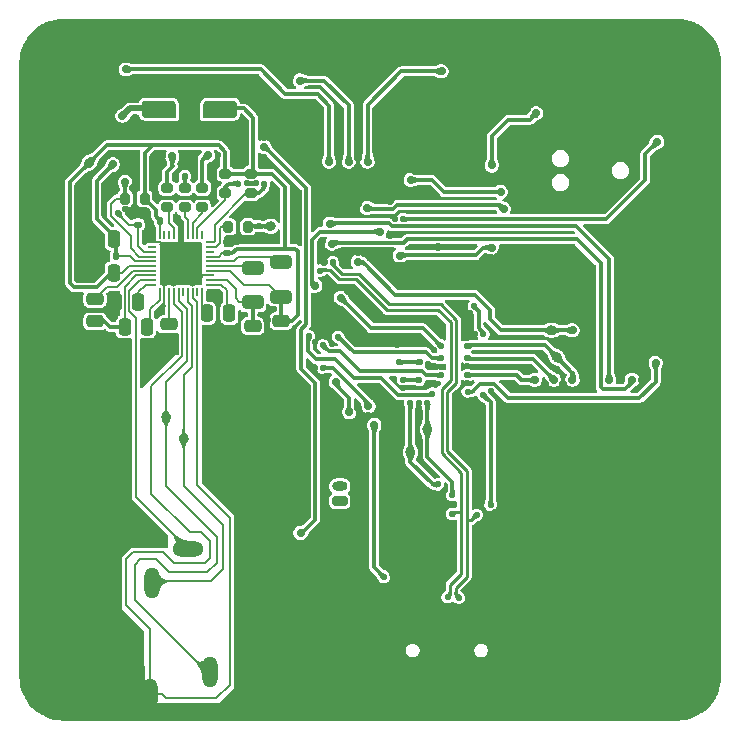
<source format=gbr>
%TF.GenerationSoftware,KiCad,Pcbnew,9.0.0*%
%TF.CreationDate,2025-03-31T19:39:25-04:00*%
%TF.ProjectId,nano405,6e616e6f-3430-4352-9e6b-696361645f70,A*%
%TF.SameCoordinates,Original*%
%TF.FileFunction,Copper,L4,Bot*%
%TF.FilePolarity,Positive*%
%FSLAX46Y46*%
G04 Gerber Fmt 4.6, Leading zero omitted, Abs format (unit mm)*
G04 Created by KiCad (PCBNEW 9.0.0) date 2025-03-31 19:39:25*
%MOMM*%
%LPD*%
G01*
G04 APERTURE LIST*
G04 Aperture macros list*
%AMRoundRect*
0 Rectangle with rounded corners*
0 $1 Rounding radius*
0 $2 $3 $4 $5 $6 $7 $8 $9 X,Y pos of 4 corners*
0 Add a 4 corners polygon primitive as box body*
4,1,4,$2,$3,$4,$5,$6,$7,$8,$9,$2,$3,0*
0 Add four circle primitives for the rounded corners*
1,1,$1+$1,$2,$3*
1,1,$1+$1,$4,$5*
1,1,$1+$1,$6,$7*
1,1,$1+$1,$8,$9*
0 Add four rect primitives between the rounded corners*
20,1,$1+$1,$2,$3,$4,$5,0*
20,1,$1+$1,$4,$5,$6,$7,0*
20,1,$1+$1,$6,$7,$8,$9,0*
20,1,$1+$1,$8,$9,$2,$3,0*%
G04 Aperture macros list end*
%TA.AperFunction,SMDPad,CuDef*%
%ADD10RoundRect,0.200000X-0.275000X0.200000X-0.275000X-0.200000X0.275000X-0.200000X0.275000X0.200000X0*%
%TD*%
%TA.AperFunction,TestPad*%
%ADD11C,0.800000*%
%TD*%
%TA.AperFunction,SMDPad,CuDef*%
%ADD12RoundRect,0.140000X0.170000X-0.140000X0.170000X0.140000X-0.170000X0.140000X-0.170000X-0.140000X0*%
%TD*%
%TA.AperFunction,SMDPad,CuDef*%
%ADD13RoundRect,0.250000X0.250000X0.475000X-0.250000X0.475000X-0.250000X-0.475000X0.250000X-0.475000X0*%
%TD*%
%TA.AperFunction,SMDPad,CuDef*%
%ADD14RoundRect,0.250000X-0.475000X0.250000X-0.475000X-0.250000X0.475000X-0.250000X0.475000X0.250000X0*%
%TD*%
%TA.AperFunction,SMDPad,CuDef*%
%ADD15RoundRect,0.200000X0.200000X0.275000X-0.200000X0.275000X-0.200000X-0.275000X0.200000X-0.275000X0*%
%TD*%
%TA.AperFunction,SMDPad,CuDef*%
%ADD16RoundRect,0.250000X0.650000X-0.325000X0.650000X0.325000X-0.650000X0.325000X-0.650000X-0.325000X0*%
%TD*%
%TA.AperFunction,ComponentPad*%
%ADD17RoundRect,0.200000X0.450000X-0.200000X0.450000X0.200000X-0.450000X0.200000X-0.450000X-0.200000X0*%
%TD*%
%TA.AperFunction,ComponentPad*%
%ADD18O,1.300000X0.800000*%
%TD*%
%TA.AperFunction,ComponentPad*%
%ADD19O,1.308000X2.616000*%
%TD*%
%TA.AperFunction,ComponentPad*%
%ADD20O,2.616000X1.308000*%
%TD*%
%TA.AperFunction,SMDPad,CuDef*%
%ADD21RoundRect,0.200000X-0.200000X-0.275000X0.200000X-0.275000X0.200000X0.275000X-0.200000X0.275000X0*%
%TD*%
%TA.AperFunction,SMDPad,CuDef*%
%ADD22RoundRect,0.250000X-0.650000X0.325000X-0.650000X-0.325000X0.650000X-0.325000X0.650000X0.325000X0*%
%TD*%
%TA.AperFunction,SMDPad,CuDef*%
%ADD23RoundRect,0.250000X-0.250000X-0.475000X0.250000X-0.475000X0.250000X0.475000X-0.250000X0.475000X0*%
%TD*%
%TA.AperFunction,SMDPad,CuDef*%
%ADD24RoundRect,0.140000X0.140000X0.170000X-0.140000X0.170000X-0.140000X-0.170000X0.140000X-0.170000X0*%
%TD*%
%TA.AperFunction,SMDPad,CuDef*%
%ADD25R,0.800000X0.350000*%
%TD*%
%TA.AperFunction,SMDPad,CuDef*%
%ADD26R,1.750000X2.500000*%
%TD*%
%TA.AperFunction,SMDPad,CuDef*%
%ADD27R,0.762000X0.203200*%
%TD*%
%TA.AperFunction,SMDPad,CuDef*%
%ADD28R,0.203200X0.762000*%
%TD*%
%TA.AperFunction,SMDPad,CuDef*%
%ADD29R,3.606800X3.606800*%
%TD*%
%TA.AperFunction,ComponentPad*%
%ADD30C,0.800000*%
%TD*%
%TA.AperFunction,ComponentPad*%
%ADD31C,6.400000*%
%TD*%
%TA.AperFunction,ComponentPad*%
%ADD32O,1.000000X2.100000*%
%TD*%
%TA.AperFunction,ComponentPad*%
%ADD33O,1.000000X1.800000*%
%TD*%
%TA.AperFunction,ViaPad*%
%ADD34C,0.550000*%
%TD*%
%TA.AperFunction,ViaPad*%
%ADD35C,0.700000*%
%TD*%
%TA.AperFunction,Conductor*%
%ADD36C,0.300000*%
%TD*%
%TA.AperFunction,Conductor*%
%ADD37C,0.335300*%
%TD*%
%TA.AperFunction,Conductor*%
%ADD38C,0.200000*%
%TD*%
%TA.AperFunction,Conductor*%
%ADD39C,0.278384*%
%TD*%
%TA.AperFunction,Conductor*%
%ADD40C,0.500000*%
%TD*%
G04 APERTURE END LIST*
D10*
%TO.P,R21,1*%
%TO.N,+1V8*%
X117625000Y-56700000D03*
%TO.P,R21,2*%
%TO.N,I2C2_SCL*%
X117625000Y-58350000D03*
%TD*%
D11*
%TO.P,SDOUT,1*%
%TO.N,I2S_SD*%
X119300000Y-61150000D03*
%TD*%
D12*
%TO.P,C23,1*%
%TO.N,+1V8*%
X115600000Y-63410000D03*
%TO.P,C23,2*%
%TO.N,GND*%
X115600000Y-62450000D03*
%TD*%
D13*
%TO.P,C20,1*%
%TO.N,+VSYS*%
X105975000Y-62200000D03*
%TO.P,C20,2*%
%TO.N,GND*%
X104075000Y-62200000D03*
%TD*%
D11*
%TO.P,SDCLK,1*%
%TO.N,SDIO_CK*%
X143050000Y-69950000D03*
%TD*%
D12*
%TO.P,C33,1*%
%TO.N,CS_RESET*%
X108040000Y-61010000D03*
%TO.P,C33,2*%
%TO.N,GND*%
X108040000Y-60050000D03*
%TD*%
D10*
%TO.P,R17,1*%
%TO.N,I2S_MCK*%
X112000000Y-57900000D03*
%TO.P,R17,2*%
%TO.N,/Audio/CS_XTI*%
X112000000Y-59550000D03*
%TD*%
D14*
%TO.P,C25,1*%
%TO.N,/Audio/VS_VA-*%
X117750000Y-69600000D03*
%TO.P,C25,2*%
%TO.N,GND*%
X117750000Y-71500000D03*
%TD*%
%TO.P,C49,1*%
%TO.N,+3.3V*%
X109225000Y-51175000D03*
%TO.P,C49,2*%
%TO.N,GND*%
X109225000Y-53075000D03*
%TD*%
D11*
%TO.P,SDA1,1*%
%TO.N,I2C1_SDA*%
X131100000Y-80275000D03*
%TD*%
D13*
%TO.P,C30,1*%
%TO.N,/Audio/CS_VCP_FILT+*%
X108050000Y-67550000D03*
%TO.P,C30,2*%
%TO.N,GND*%
X106150000Y-67550000D03*
%TD*%
D14*
%TO.P,C31,1*%
%TO.N,/Audio/CS_FLYP*%
X104400000Y-67300000D03*
%TO.P,C31,2*%
%TO.N,/Audio/CS_FLYC*%
X104400000Y-69200000D03*
%TD*%
D11*
%TO.P,SDCMD,1*%
%TO.N,SDIO_CMD*%
X143500000Y-72225000D03*
%TD*%
D10*
%TO.P,R19,1*%
%TO.N,I2S_WS*%
X113500000Y-57900000D03*
%TO.P,R19,2*%
%TO.N,/Audio/CS_LRCK1*%
X113500000Y-59550000D03*
%TD*%
D15*
%TO.P,R23,1*%
%TO.N,+1V8*%
X108600000Y-58800000D03*
%TO.P,R23,2*%
%TO.N,CS_INT*%
X106950000Y-58800000D03*
%TD*%
D16*
%TO.P,C24,1*%
%TO.N,/Audio/VS_VA-*%
X117750000Y-67600000D03*
%TO.P,C24,2*%
%TO.N,/Audio/CS_FILT-*%
X117750000Y-64650000D03*
%TD*%
D10*
%TO.P,R20,1*%
%TO.N,I2S_CK*%
X110500000Y-57900000D03*
%TO.P,R20,2*%
%TO.N,/Audio/CS_SCLK1*%
X110500000Y-59550000D03*
%TD*%
D17*
%TO.P,J5,1,PWR*%
%TO.N,/USB + Power/BAT_PWR*%
X125125000Y-84400000D03*
D18*
%TO.P,J5,2,NTC*%
%TO.N,/USB + Power/BAT_NTC*%
X125125000Y-83150000D03*
%TO.P,J5,3,GND*%
%TO.N,GND*%
X125125000Y-81900000D03*
%TD*%
D11*
%TO.P,HP_RIGHT,1*%
%TO.N,/Audio/HP_RING*%
X110425000Y-77323750D03*
%TD*%
D13*
%TO.P,C27,1*%
%TO.N,/Audio/FLYP_VA*%
X115775700Y-68509999D03*
%TO.P,C27,2*%
%TO.N,/Audio/FLYN_VA*%
X113875700Y-68509999D03*
%TD*%
D11*
%TO.P,SCL1,1*%
%TO.N,I2C1_SCL*%
X132550000Y-78325000D03*
%TD*%
%TO.P,+1V8,1*%
%TO.N,+1V8*%
X103925000Y-55750000D03*
%TD*%
D14*
%TO.P,C50,1*%
%TO.N,+1V8*%
X115575000Y-51175000D03*
%TO.P,C50,2*%
%TO.N,GND*%
X115575000Y-53075000D03*
%TD*%
D19*
%TO.P,J3,1,S*%
%TO.N,GND*%
X109025000Y-100750000D03*
%TO.P,J3,2,T*%
%TO.N,/Audio/HP_TIP*%
X109245000Y-91350000D03*
D20*
%TO.P,J3,3,TN*%
%TO.N,/Audio/HP_DETECT*%
X112315000Y-88450000D03*
D19*
%TO.P,J3,5,R*%
%TO.N,/Audio/HP_RING*%
X114105000Y-98850000D03*
%TD*%
D21*
%TO.P,R18,1*%
%TO.N,/Audio/CS_SDIN1*%
X115700000Y-61200000D03*
%TO.P,R18,2*%
%TO.N,I2S_SD*%
X117350000Y-61200000D03*
%TD*%
D11*
%TO.P,HP_LEFT,1*%
%TO.N,/Audio/HP_TIP*%
X111900000Y-79125000D03*
%TD*%
D22*
%TO.P,C22,1*%
%TO.N,/Audio/CS_FILT+*%
X120175000Y-64150000D03*
%TO.P,C22,2*%
%TO.N,+1V8*%
X120175000Y-67100000D03*
%TD*%
D23*
%TO.P,C32,1*%
%TO.N,/Audio/CS_FLYC*%
X106900000Y-69659999D03*
%TO.P,C32,2*%
%TO.N,/Audio/CS_FLYN*%
X108800000Y-69659999D03*
%TD*%
D24*
%TO.P,C21,1*%
%TO.N,+1V8*%
X109900000Y-60659999D03*
%TO.P,C21,2*%
%TO.N,GND*%
X108940000Y-60659999D03*
%TD*%
D25*
%TO.P,U5,1,OUT*%
%TO.N,+1V8*%
X113900000Y-51125000D03*
%TO.P,U5,2,SNS*%
X113900000Y-51775000D03*
%TO.P,U5,3,PG*%
%TO.N,GND*%
X113900000Y-52425000D03*
%TO.P,U5,4,NC_1*%
X113900000Y-53075000D03*
%TO.P,U5,5,NC_2*%
X110900000Y-53075000D03*
%TO.P,U5,6,GND_1*%
X110900000Y-52425000D03*
%TO.P,U5,7,EN*%
%TO.N,+3.3V*%
X110900000Y-51775000D03*
%TO.P,U5,8,IN*%
X110900000Y-51125000D03*
D26*
%TO.P,U5,9,EPAD*%
%TO.N,GND*%
X112400000Y-52100000D03*
%TD*%
D10*
%TO.P,R22,1*%
%TO.N,+1V8*%
X115425000Y-56700000D03*
%TO.P,R22,2*%
%TO.N,I2C2_SDA*%
X115425000Y-58350000D03*
%TD*%
D14*
%TO.P,C26,1*%
%TO.N,+1V8*%
X120175000Y-69150000D03*
%TO.P,C26,2*%
%TO.N,GND*%
X120175000Y-71050000D03*
%TD*%
D13*
%TO.P,C28,1*%
%TO.N,+1V8*%
X105975700Y-65109999D03*
%TO.P,C28,2*%
%TO.N,GND*%
X104075700Y-65109999D03*
%TD*%
D14*
%TO.P,C29,1*%
%TO.N,/Audio/CS_VCP_FILT-*%
X110625000Y-69450000D03*
%TO.P,C29,2*%
%TO.N,GND*%
X110625000Y-71350000D03*
%TD*%
D24*
%TO.P,C19,1*%
%TO.N,+VSYS*%
X106200000Y-63675000D03*
%TO.P,C19,2*%
%TO.N,GND*%
X105240000Y-63675000D03*
%TD*%
D27*
%TO.P,U2,1,SCL*%
%TO.N,I2C2_SCL*%
X114101400Y-62510000D03*
%TO.P,U2,2,SDIN1*%
%TO.N,/Audio/CS_SDIN1*%
X114101400Y-62909999D03*
%TO.P,U2,3*%
%TO.N,N/C*%
X114101400Y-63309998D03*
%TO.P,U2,4,VD*%
%TO.N,+1V8*%
X114101400Y-63710000D03*
%TO.P,U2,5,FILT+*%
%TO.N,/Audio/CS_FILT+*%
X114101400Y-64109999D03*
%TO.P,U2,6,FILT-*%
%TO.N,/Audio/CS_FILT-*%
X114101400Y-64509999D03*
%TO.P,U2,7,VA*%
%TO.N,+1V8*%
X114101400Y-64909998D03*
%TO.P,U2,8,GNDA*%
%TO.N,GND*%
X114101400Y-65310000D03*
%TO.P,U2,9,-VA*%
%TO.N,/Audio/VS_VA-*%
X114101400Y-65709999D03*
%TO.P,U2,10,FLYP_VA*%
%TO.N,/Audio/FLYP_VA*%
X114101400Y-66109998D03*
D28*
%TO.P,U2,11,FLYN_VA*%
%TO.N,/Audio/FLYN_VA*%
X113475699Y-66735699D03*
%TO.P,U2,12,HPINA*%
%TO.N,unconnected-(U2-HPINA-Pad12)*%
X113075700Y-66735699D03*
%TO.P,U2,13,HPREFA*%
%TO.N,GND*%
X112675701Y-66735699D03*
%TO.P,U2,14,HPOUTA*%
%TO.N,/Audio/HP_TIP*%
X112275699Y-66735699D03*
%TO.P,U2,15,HPINB*%
%TO.N,unconnected-(U2-HPINB-Pad15)*%
X111875700Y-66735699D03*
%TO.P,U2,16,HPOUTB*%
%TO.N,/Audio/HP_RING*%
X111475700Y-66735699D03*
%TO.P,U2,17,HPREFB*%
%TO.N,GND*%
X111075701Y-66735699D03*
%TO.P,U2,18,VCP_FILT-*%
%TO.N,/Audio/CS_VCP_FILT-*%
X110675699Y-66735699D03*
%TO.P,U2,19,GNDCP*%
%TO.N,GND*%
X110275700Y-66735699D03*
%TO.P,U2,20,FLYN_VCP*%
%TO.N,/Audio/CS_FLYN*%
X109875701Y-66735699D03*
D27*
%TO.P,U2,21,VCP_FILT+*%
%TO.N,/Audio/CS_VCP_FILT+*%
X109250000Y-66109998D03*
%TO.P,U2,22,HP_DETECT*%
%TO.N,/Audio/HP_DETECT*%
X109250000Y-65709999D03*
%TO.P,U2,23,FLYC_VCP*%
%TO.N,/Audio/CS_FLYC*%
X109250000Y-65310000D03*
%TO.P,U2,24,FLYP_VCP*%
%TO.N,/Audio/CS_FLYP*%
X109250000Y-64909998D03*
%TO.P,U2,25,VCP*%
%TO.N,+1V8*%
X109250000Y-64509999D03*
%TO.P,U2,26,VP*%
%TO.N,+VSYS*%
X109250000Y-64109999D03*
%TO.P,U2,27,INT*%
%TO.N,CS_INT*%
X109250000Y-63710000D03*
%TO.P,U2,28,RESET*%
%TO.N,CS_RESET*%
X109250000Y-63309998D03*
%TO.P,U2,29,DSDB/LRCK2*%
%TO.N,unconnected-(U2-DSDB{slash}LRCK2-Pad29)*%
X109250000Y-62909999D03*
%TO.P,U2,30,ADR*%
%TO.N,GND*%
X109250000Y-62510000D03*
D28*
%TO.P,U2,31,VL*%
%TO.N,+1V8*%
X109875701Y-61884299D03*
%TO.P,U2,32,DSDCLK/SCLK2*%
%TO.N,unconnected-(U2-DSDCLK{slash}SCLK2-Pad32)*%
X110275700Y-61884299D03*
%TO.P,U2,33,CLKOUT*%
%TO.N,unconnected-(U2-CLKOUT-Pad33)*%
X110675699Y-61884299D03*
%TO.P,U2,34,SCLK1*%
%TO.N,/Audio/CS_SCLK1*%
X111075701Y-61884299D03*
%TO.P,U2,35,GNDD*%
%TO.N,GND*%
X111475700Y-61884299D03*
%TO.P,U2,36,XTO*%
X111875700Y-61884299D03*
%TO.P,U2,37,XTI/MCLK*%
%TO.N,/Audio/CS_XTI*%
X112275699Y-61884299D03*
%TO.P,U2,38,LRCK1*%
%TO.N,/Audio/CS_LRCK1*%
X112675701Y-61884299D03*
%TO.P,U2,39,SDA*%
%TO.N,I2C2_SDA*%
X113075700Y-61884299D03*
%TO.P,U2,40,DSDA/SDIN2*%
%TO.N,unconnected-(U2-DSDA{slash}SDIN2-Pad40)*%
X113475699Y-61884299D03*
D29*
%TO.P,U2,41,EPAD*%
%TO.N,GND*%
X111675700Y-64309999D03*
%TD*%
D30*
%TO.P,H3,1,1*%
%TO.N,GND*%
X151000000Y-98975000D03*
X151702944Y-97277944D03*
X151702944Y-100672056D03*
X153400000Y-96575000D03*
D31*
X153400000Y-98975000D03*
D30*
X153400000Y-101375000D03*
X155097056Y-97277944D03*
X155097056Y-100672056D03*
X155800000Y-98975000D03*
%TD*%
D32*
%TO.P,J4,S1,SHIELD*%
%TO.N,GND*%
X129880000Y-96570000D03*
D33*
X129880000Y-100750000D03*
D32*
X138520000Y-96570000D03*
D33*
X138520000Y-100750000D03*
%TD*%
D30*
%TO.P,H4,1,1*%
%TO.N,GND*%
X99600000Y-98975000D03*
X100302944Y-97277944D03*
X100302944Y-100672056D03*
X102000000Y-96575000D03*
D31*
X102000000Y-98975000D03*
D30*
X102000000Y-101375000D03*
X103697056Y-97277944D03*
X103697056Y-100672056D03*
X104400000Y-98975000D03*
%TD*%
%TO.P,H2,1,1*%
%TO.N,GND*%
X150975000Y-47600000D03*
X151677944Y-45902944D03*
X151677944Y-49297056D03*
X153375000Y-45200000D03*
D31*
X153375000Y-47600000D03*
D30*
X153375000Y-50000000D03*
X155072056Y-45902944D03*
X155072056Y-49297056D03*
X155775000Y-47600000D03*
%TD*%
%TO.P,H1,1,1*%
%TO.N,GND*%
X99599175Y-47599175D03*
X100302119Y-45902119D03*
X100302119Y-49296231D03*
X101999175Y-45199175D03*
D31*
X101999175Y-47599175D03*
D30*
X101999175Y-49999175D03*
X103696231Y-45902119D03*
X103696231Y-49296231D03*
X104399175Y-47599175D03*
%TD*%
D34*
%TO.N,GND*%
X133065692Y-71627558D03*
D35*
X118000000Y-87000000D03*
D34*
X121639363Y-60727722D03*
D35*
X101000000Y-52000000D03*
X149000000Y-67000000D03*
X149000000Y-65000000D03*
X145000000Y-67000000D03*
X145000000Y-65000000D03*
D34*
X132925000Y-90025000D03*
X118000000Y-59925000D03*
D35*
X124875000Y-63375000D03*
D34*
%TO.N,USB_D+*%
X135200257Y-92580937D03*
X136715047Y-85576991D03*
X124525000Y-64175000D03*
%TO.N,USB_D-*%
X134625000Y-85500000D03*
X123473946Y-64903165D03*
X134252681Y-92546994D03*
D35*
%TO.N,BAT_CE*%
X124777900Y-74322100D03*
X125925000Y-76900000D03*
D34*
%TO.N,BAT_INT*%
X123697017Y-73135961D03*
D35*
X127549964Y-76384075D03*
D34*
%TO.N,I2C1_SCL*%
X134650000Y-83900000D03*
X130474188Y-74125519D03*
X132550000Y-76150000D03*
X131851208Y-74142650D03*
%TO.N,I2C1_SDA*%
X133450000Y-83000000D03*
X131100000Y-76150000D03*
X131925000Y-72642650D03*
X130117650Y-72642650D03*
%TO.N,BAT_STAT*%
X137282350Y-70292650D03*
X136481465Y-67919614D03*
X137900000Y-84750000D03*
X137282350Y-75438425D03*
%TO.N,I2S_SD*%
X118250000Y-61142650D03*
D35*
%TO.N,I2S_WS*%
X113975000Y-55150000D03*
D34*
%TO.N,I2S_MCK*%
X112000000Y-56900000D03*
D35*
%TO.N,I2S_CK*%
X110950000Y-55200000D03*
%TO.N,SWO*%
X131125000Y-57225000D03*
%TO.N,SWDIO*%
X123038241Y-66189192D03*
X128525000Y-61600000D03*
X130194866Y-63631744D03*
%TO.N,CS_INT*%
X106950000Y-57400000D03*
D34*
%TO.N,I2C2_SCL*%
X118725000Y-57550000D03*
%TO.N,I2C2_SDA*%
X116539153Y-57532480D03*
D35*
%TO.N,SDIO_CK*%
X144850000Y-69950000D03*
X126650000Y-64175000D03*
%TO.N,SDIO_D2*%
X141675000Y-74150000D03*
D34*
X135934546Y-73750000D03*
X133680000Y-73750000D03*
X123684808Y-71237355D03*
%TO.N,SD_DETECT*%
X132950000Y-75310000D03*
D35*
X151875000Y-72700000D03*
D34*
X135940621Y-75149904D03*
%TO.N,SDIO_CMD*%
X133675000Y-71275000D03*
D35*
X144825000Y-74150000D03*
X125225000Y-67200000D03*
D34*
X135925000Y-71275000D03*
D35*
%TO.N,SDIO_D0*%
X124275000Y-60932350D03*
X147925000Y-74150000D03*
D34*
%TO.N,SDIO_D3*%
X133674571Y-72310935D03*
X135930000Y-72300000D03*
D35*
X143250000Y-74150000D03*
D34*
X124970763Y-70498682D03*
D35*
%TO.N,SDIO_D1*%
X124468893Y-62628287D03*
X149875000Y-74150000D03*
D34*
%TO.N,CS_RESET*%
X106375000Y-60050000D03*
D35*
%TO.N,/USB + Power/BAT_REGN*%
X128050000Y-77950000D03*
D34*
X128850000Y-90825000D03*
D35*
%TO.N,PREV*%
X107000000Y-47850003D03*
X124225000Y-55675000D03*
%TO.N,NEXT*%
X127475000Y-55675000D03*
X133750000Y-48025000D03*
%TO.N,NRST*%
X138000000Y-56000000D03*
X141750000Y-51575000D03*
%TO.N,+VSYS*%
X118700000Y-54400000D03*
X121800000Y-87125000D03*
X105912500Y-55912500D03*
%TO.N,PLAY*%
X121725000Y-48806771D03*
X125875000Y-55675000D03*
%TO.N,PWRBTN*%
X152000000Y-54000000D03*
D34*
X130500000Y-60550000D03*
D35*
%TO.N,+3.3V*%
X106725000Y-51800000D03*
%TO.N,GND*%
X131600000Y-70900000D03*
X105000000Y-86000000D03*
X104000000Y-44000000D03*
X145000000Y-44000000D03*
X116000000Y-101000000D03*
X150000000Y-87000000D03*
X121000000Y-44000000D03*
X112660000Y-65330000D03*
X99000000Y-96000000D03*
X143000000Y-91000000D03*
X141000000Y-91000000D03*
X117000000Y-102000000D03*
X141000000Y-93000000D03*
X103000000Y-88000000D03*
X149000000Y-95000000D03*
X138292942Y-85418001D03*
X147000000Y-101000000D03*
X117000000Y-98000000D03*
X99000000Y-60500000D03*
X148000000Y-98000000D03*
X118000000Y-101000000D03*
X107500000Y-52400000D03*
X119000000Y-90000000D03*
X125199936Y-59857493D03*
X102000000Y-74000000D03*
X157000000Y-88000000D03*
X109000000Y-71350000D03*
X157000000Y-70000000D03*
X157000000Y-74000000D03*
X157000000Y-51000000D03*
X123636849Y-62382351D03*
X106000000Y-68800000D03*
X99000000Y-73250000D03*
X154000000Y-87000000D03*
X99000000Y-68000000D03*
X156000000Y-65000000D03*
X118700000Y-53549997D03*
X116000000Y-83000000D03*
X124000000Y-101000000D03*
X137000000Y-102000000D03*
X118000000Y-95000000D03*
X155000000Y-91000000D03*
X157000000Y-91000000D03*
X146000000Y-102000000D03*
X148000000Y-45000000D03*
X138775000Y-57175000D03*
X119000000Y-102000000D03*
X123850000Y-83150000D03*
X100000000Y-89000000D03*
X141000000Y-95000000D03*
X107000000Y-88000000D03*
X134900000Y-57300000D03*
X115000000Y-102000000D03*
X102000000Y-79000000D03*
X144000000Y-92000000D03*
X117000000Y-78000000D03*
X138000000Y-90000000D03*
X155000000Y-53000000D03*
X105000000Y-78000000D03*
X104000000Y-85000000D03*
X108000000Y-87000000D03*
X127750000Y-44000000D03*
X117000000Y-74000000D03*
D34*
X133550000Y-92300000D03*
D35*
X133000000Y-45000000D03*
X129350000Y-59000000D03*
X107000000Y-80000000D03*
X144000000Y-102000000D03*
X157000000Y-86000000D03*
X120000000Y-45000000D03*
X99000000Y-71250000D03*
X119000000Y-88000000D03*
X156000000Y-52000000D03*
X106000000Y-99000000D03*
X99000000Y-65000000D03*
X118000000Y-91000000D03*
X116000000Y-71000000D03*
X157000000Y-56000000D03*
X135600000Y-79550000D03*
X99000000Y-77000000D03*
X100000000Y-81000000D03*
X104000000Y-93000000D03*
D34*
X133670000Y-73020000D03*
D35*
X103000000Y-92000000D03*
X118000000Y-89000000D03*
X156000000Y-67000000D03*
X150750000Y-74150000D03*
X156000000Y-56000000D03*
X140000000Y-48500000D03*
X131840000Y-86150000D03*
X139000000Y-56000000D03*
X122000000Y-101000000D03*
X156000000Y-96000000D03*
X105000000Y-72000000D03*
X123750008Y-64179001D03*
X126000000Y-97000000D03*
X157000000Y-93000000D03*
X99000000Y-92000000D03*
X111980000Y-51300000D03*
X140000000Y-100000000D03*
X128000000Y-101000000D03*
X121000000Y-92000000D03*
X107000000Y-78000000D03*
X134000000Y-101000000D03*
X143000000Y-101000000D03*
D34*
X137900000Y-75080000D03*
D35*
X106650000Y-56500000D03*
X108000000Y-44000000D03*
X151000000Y-44000000D03*
X126000000Y-99000000D03*
X118000000Y-99000000D03*
X155000000Y-88000000D03*
X130320000Y-84480000D03*
X149000000Y-46000000D03*
X102000000Y-72000000D03*
X122000000Y-45000000D03*
X118932906Y-69088662D03*
X157000000Y-97000000D03*
X99000000Y-94000000D03*
X149000000Y-44000000D03*
X119000000Y-82000000D03*
X145000000Y-91000000D03*
X118000000Y-51000000D03*
X117000000Y-100000000D03*
X115000000Y-84000000D03*
X125050000Y-55400000D03*
X122000000Y-52000000D03*
X125000000Y-96000000D03*
X117000000Y-82000000D03*
X142000000Y-55000000D03*
X151000000Y-65000000D03*
X106000000Y-71000000D03*
X126644354Y-59265161D03*
X114000000Y-75000000D03*
X115000000Y-82000000D03*
X119000000Y-92000000D03*
X116000000Y-81000000D03*
X119000000Y-84000000D03*
X141000000Y-69000000D03*
X131840000Y-84480000D03*
X114750000Y-44000000D03*
X140000000Y-90000000D03*
X102000000Y-83000000D03*
X120000000Y-95000000D03*
X105000000Y-102000000D03*
X117000000Y-80000000D03*
X153000000Y-91000000D03*
X149000000Y-97000000D03*
X156000000Y-92000000D03*
X105000000Y-94000000D03*
X140970076Y-51237033D03*
D34*
X106981218Y-59700000D03*
D35*
X131516271Y-56470407D03*
X132000000Y-101000000D03*
X121000000Y-102000000D03*
X124000000Y-99000000D03*
X130200367Y-64481729D03*
X106000000Y-93000000D03*
X101000000Y-86000000D03*
X150000000Y-102000000D03*
D34*
X136130021Y-68525000D03*
D35*
X121000000Y-96000000D03*
X156750000Y-61000000D03*
X156000000Y-61750000D03*
X147000000Y-44000000D03*
X125000000Y-100000000D03*
X115000000Y-80000000D03*
X149000000Y-91000000D03*
X126000000Y-101000000D03*
X140000000Y-92000000D03*
X141000000Y-101000000D03*
X129675000Y-54900000D03*
X152000000Y-53000000D03*
X134000000Y-49000000D03*
X125000000Y-53650000D03*
X107000000Y-86000000D03*
X141000000Y-54000000D03*
X105000000Y-92000000D03*
X103000000Y-73000000D03*
X156000000Y-87000000D03*
X118000000Y-77000000D03*
D34*
X135900000Y-94000000D03*
D35*
X107000000Y-74000000D03*
X157000000Y-84000000D03*
X126750000Y-45000000D03*
X106000000Y-75000000D03*
X127000000Y-94000000D03*
X149000000Y-101000000D03*
X130000000Y-66000000D03*
X139000000Y-89000000D03*
X106000000Y-83000000D03*
X102000000Y-71000000D03*
X150000000Y-68000000D03*
X120000000Y-97000000D03*
X123000000Y-94000000D03*
X117000000Y-94000000D03*
X150000000Y-96000000D03*
X149000000Y-86000000D03*
X157000000Y-53000000D03*
X122000000Y-95000000D03*
X119000000Y-86000000D03*
D34*
X109975000Y-68275000D03*
X103175000Y-63650000D03*
D35*
X156000000Y-69000000D03*
X107000000Y-82000000D03*
X102000000Y-93000000D03*
X120880000Y-79810000D03*
X145000000Y-69000000D03*
X121000000Y-98000000D03*
X148000000Y-102000000D03*
X140000000Y-102000000D03*
X117000000Y-96000000D03*
X126550000Y-80900000D03*
X136000000Y-101000000D03*
X109000000Y-88000000D03*
X100000000Y-93000000D03*
X149000000Y-88000000D03*
X156000000Y-71000000D03*
X157000000Y-68000000D03*
X139000000Y-54000000D03*
X126650000Y-63324997D03*
X137900000Y-63825000D03*
X135650000Y-53575000D03*
X100000000Y-66000000D03*
X115000000Y-72000000D03*
X105000000Y-90000000D03*
X122000000Y-97000000D03*
X133000000Y-102000000D03*
X104000000Y-87000000D03*
X101000000Y-54000000D03*
X143000000Y-54000000D03*
X121000000Y-51000000D03*
X100000000Y-53000000D03*
X157000000Y-55000000D03*
X139000000Y-69000000D03*
X149000000Y-93000000D03*
X117000000Y-84000000D03*
X120000000Y-99000000D03*
X129550000Y-78150000D03*
X105000000Y-76000000D03*
X114000000Y-83000000D03*
X103000000Y-70000000D03*
X123000000Y-102000000D03*
X115000000Y-76000000D03*
X141825000Y-59775000D03*
X139000000Y-91000000D03*
X157000000Y-49000000D03*
X110099997Y-55200000D03*
X148000000Y-96000000D03*
X109000000Y-45000000D03*
X125000000Y-52000000D03*
X116800000Y-53075000D03*
X121000000Y-94000000D03*
D34*
X135925000Y-70574997D03*
D35*
X131000000Y-49000000D03*
X99000000Y-72250000D03*
D34*
X108825650Y-59877350D03*
X129517050Y-90612757D03*
D35*
X116000000Y-85000000D03*
X129675000Y-53650000D03*
X106000000Y-44000000D03*
X139000000Y-87000000D03*
X124000000Y-95000000D03*
X150000000Y-64000000D03*
X114000000Y-77000000D03*
X120000000Y-93000000D03*
X138000000Y-88000000D03*
D34*
X124465342Y-71091332D03*
D35*
X152000000Y-87000000D03*
X157000000Y-66000000D03*
X99000000Y-52000000D03*
X142000000Y-102000000D03*
X104000000Y-91000000D03*
X115000000Y-78000000D03*
D34*
X118026021Y-57512179D03*
D35*
X99000000Y-67000000D03*
X146000000Y-87000000D03*
X115750000Y-45000000D03*
X140000000Y-55000000D03*
X107000000Y-96000000D03*
X99000000Y-80000000D03*
X151000000Y-91000000D03*
X142000000Y-92000000D03*
X104000000Y-83000000D03*
X99000000Y-61500000D03*
X99000000Y-82000000D03*
X102000000Y-95000000D03*
X145000000Y-101000000D03*
X143000000Y-69000000D03*
X142000000Y-100000000D03*
X106000000Y-81000000D03*
X119000000Y-44000000D03*
X100000000Y-95000000D03*
X127000000Y-98000000D03*
X131000000Y-102000000D03*
X106000000Y-85000000D03*
X127000000Y-96000000D03*
X136000000Y-44000000D03*
X106000000Y-87000000D03*
X137467997Y-86000000D03*
X127000000Y-102000000D03*
X147000000Y-46000000D03*
X102000000Y-85000000D03*
X119000000Y-96000000D03*
X117000000Y-88000000D03*
X106000000Y-97000000D03*
X114000000Y-79000000D03*
X107000000Y-100000000D03*
X112820000Y-52880000D03*
X107000000Y-76000000D03*
X102000000Y-89000000D03*
X141750000Y-45000000D03*
X99000000Y-78000000D03*
X111000000Y-102000000D03*
X107000000Y-102000000D03*
X114000000Y-81000000D03*
X153000000Y-88000000D03*
X104000000Y-77000000D03*
X100000000Y-91000000D03*
X140750000Y-44000000D03*
X124000000Y-97000000D03*
X151000000Y-88000000D03*
D34*
X135900000Y-92300000D03*
D35*
X152366316Y-72006377D03*
X148000000Y-92000000D03*
X142000000Y-48500000D03*
X102000000Y-81000000D03*
X132000000Y-44000000D03*
X100000000Y-87000000D03*
X99000000Y-90000000D03*
X156000000Y-59250000D03*
X125125000Y-80925000D03*
X113000000Y-102000000D03*
X115000000Y-70000000D03*
D34*
X132598806Y-72832350D03*
D35*
X135000000Y-102000000D03*
X147000000Y-93000000D03*
X157000000Y-82000000D03*
X121000000Y-88000000D03*
X143000000Y-47500000D03*
X142000000Y-53000000D03*
X99000000Y-54000000D03*
X99000000Y-59500000D03*
X114000000Y-73000000D03*
X157000000Y-95000000D03*
X148000000Y-94000000D03*
X119000000Y-98000000D03*
D34*
X135929846Y-74449984D03*
D35*
X107636284Y-57901515D03*
X139750000Y-45000000D03*
X105000000Y-74000000D03*
X116000000Y-79000000D03*
X121000000Y-90000000D03*
X102000000Y-69000000D03*
X130320000Y-86150000D03*
X110702149Y-63337851D03*
X123850000Y-80925000D03*
X123000000Y-44000000D03*
X138000000Y-92000000D03*
X100000000Y-83000000D03*
X116000000Y-75000000D03*
X109000000Y-73000000D03*
X105000000Y-82000000D03*
X136750000Y-81925000D03*
D34*
X134700000Y-94275000D03*
D35*
X126675002Y-55387769D03*
X106000000Y-95000000D03*
X107000000Y-45000000D03*
X121000000Y-100000000D03*
X139000000Y-95000000D03*
X123850000Y-84420000D03*
X123000000Y-96000000D03*
X125000000Y-98000000D03*
X120000000Y-91000000D03*
X149000000Y-99000000D03*
X100000000Y-79000000D03*
X140000000Y-53000000D03*
X156000000Y-83000000D03*
X142462498Y-74469915D03*
X146000000Y-45000000D03*
X140000000Y-94000000D03*
X111980000Y-52880000D03*
X142575000Y-63700000D03*
X134000000Y-44000000D03*
X120000000Y-87000000D03*
X100000000Y-51000000D03*
X157000000Y-72000000D03*
X147000000Y-91000000D03*
X123850000Y-81900000D03*
X100000000Y-85000000D03*
X156000000Y-94000000D03*
X123000000Y-51000000D03*
X104000000Y-89000000D03*
X121810000Y-80400000D03*
X120000000Y-101000000D03*
X119000000Y-100000000D03*
X128000000Y-95000000D03*
X104000000Y-79000000D03*
X119000000Y-94000000D03*
X120000000Y-89000000D03*
X104000000Y-81000000D03*
X112820000Y-51300000D03*
X125000000Y-102000000D03*
X118000000Y-83000000D03*
X106000000Y-91000000D03*
D34*
X114794067Y-55080933D03*
D35*
X107000000Y-84000000D03*
X148900000Y-74150000D03*
D34*
X129975000Y-71232350D03*
D35*
X127000000Y-100000000D03*
X138000000Y-48500000D03*
X99000000Y-50000000D03*
X156000000Y-75000000D03*
X105000000Y-45000000D03*
X99000000Y-56000000D03*
X99000000Y-88000000D03*
X146000000Y-92000000D03*
D34*
X133550000Y-94000000D03*
D35*
X125826042Y-66598958D03*
X118000000Y-85000000D03*
X128750000Y-45000000D03*
X106000000Y-101000000D03*
X117000000Y-86000000D03*
X126708868Y-76571281D03*
X123000000Y-98000000D03*
X141000000Y-99000000D03*
D34*
X117239103Y-57523909D03*
D35*
X126675000Y-52000000D03*
X115000000Y-74000000D03*
X156000000Y-73000000D03*
X116000000Y-73000000D03*
X110694998Y-65330700D03*
X139000000Y-47500000D03*
X106000000Y-79000000D03*
X105000000Y-96000000D03*
X142850000Y-59775000D03*
X101000000Y-90000000D03*
X133425000Y-62932350D03*
D34*
X111250000Y-56900000D03*
X134024999Y-83454560D03*
D35*
X123950000Y-73950000D03*
X118000000Y-93000000D03*
X120500000Y-55100000D03*
X117000000Y-90000000D03*
X144037502Y-74475000D03*
X103000000Y-84000000D03*
X104000000Y-95000000D03*
X106000000Y-73000000D03*
X107000000Y-98000000D03*
X127550007Y-77234077D03*
X139000000Y-93000000D03*
X120942191Y-48475539D03*
D34*
X135930000Y-73010000D03*
D35*
X126675000Y-53650000D03*
X116000000Y-77000000D03*
X101000000Y-94000000D03*
X141000000Y-47500000D03*
X148000000Y-100000000D03*
X114000000Y-71000000D03*
D34*
X103175000Y-62225000D03*
D35*
X138250000Y-67250000D03*
X123000000Y-67182350D03*
X150000000Y-66000000D03*
X103000000Y-80000000D03*
X110000000Y-44000000D03*
X99000000Y-86000000D03*
X121350000Y-55100000D03*
X107000000Y-72000000D03*
X117000000Y-76000000D03*
X126000000Y-95000000D03*
X118000000Y-97000000D03*
X117000000Y-92000000D03*
X122920000Y-73130000D03*
X102000000Y-87000000D03*
X118000000Y-81000000D03*
D34*
X136582353Y-70289806D03*
D35*
X112652149Y-63337851D03*
D34*
X129800070Y-60539978D03*
D35*
X156000000Y-81000000D03*
X135000000Y-45000000D03*
X156750000Y-60000000D03*
X125000000Y-94000000D03*
D34*
X130507350Y-74824736D03*
D35*
X123000000Y-100000000D03*
X156000000Y-85000000D03*
X123875000Y-87875000D03*
X113750000Y-45000000D03*
X101000000Y-82000000D03*
X156000000Y-54000000D03*
X99000000Y-84000000D03*
X122000000Y-99000000D03*
X150000000Y-45000000D03*
X140000000Y-88000000D03*
D34*
X131825000Y-76150000D03*
D35*
X135600000Y-80525000D03*
X102000000Y-91000000D03*
X151000000Y-67000000D03*
X106000000Y-89000000D03*
X144000000Y-89000000D03*
X107000000Y-47000000D03*
D34*
X132600000Y-74550000D03*
D35*
X129335108Y-61857350D03*
X139650000Y-74750000D03*
X146000000Y-66000000D03*
X145902900Y-64097100D03*
X146000000Y-68000000D03*
D34*
X123047098Y-70948687D03*
%TO.N,SD_DETECT*%
X122530590Y-70475000D03*
D35*
%TO.N,GND*%
X105750000Y-57825000D03*
D34*
X111250000Y-60550000D03*
X116450000Y-62450000D03*
D35*
X128200000Y-74800000D03*
D34*
X104525000Y-63650000D03*
D35*
%TO.N,SWCLK*%
X127425627Y-59600000D03*
%TO.N,GND*%
X140000000Y-59627900D03*
%TO.N,SWCLK*%
X139000000Y-59675000D03*
%TO.N,SWDIO*%
X137989921Y-62948034D03*
%TO.N,SWO*%
X138750000Y-58250000D03*
%TD*%
D36*
%TO.N,+VSYS*%
X121800000Y-87125000D02*
X121900000Y-87125000D01*
X123050000Y-85975000D02*
X123050000Y-74400000D01*
X123050000Y-74400000D02*
X121850000Y-73200000D01*
X121900000Y-87125000D02*
X123050000Y-85975000D01*
X121850000Y-73200000D02*
X121850000Y-69900000D01*
X121850000Y-69900000D02*
X122300000Y-69450000D01*
X122300000Y-57925000D02*
X118775000Y-54400000D01*
X122300000Y-69450000D02*
X122300000Y-57925000D01*
X118775000Y-54400000D02*
X118700000Y-54400000D01*
D37*
%TO.N,SWDIO*%
X123038241Y-66189192D02*
X122900000Y-66189192D01*
X122800000Y-62275000D02*
X123475000Y-61600000D01*
X123475000Y-61600000D02*
X128525000Y-61600000D01*
X122900000Y-66189192D02*
X122800000Y-66089192D01*
X122800000Y-66089192D02*
X122800000Y-62275000D01*
%TO.N,SDIO_D1*%
X124468893Y-62628287D02*
X124572180Y-62525000D01*
X124572180Y-62525000D02*
X130525000Y-62525000D01*
X130525000Y-62525000D02*
X130800000Y-62250000D01*
X130800000Y-62250000D02*
X145187500Y-62250000D01*
X145187500Y-62250000D02*
X147200000Y-64262500D01*
X147200000Y-64262500D02*
X147200000Y-74750000D01*
X147200000Y-74750000D02*
X147400000Y-74950000D01*
X149875000Y-74325000D02*
X149875000Y-74150000D01*
X147400000Y-74950000D02*
X149250000Y-74950000D01*
X149250000Y-74950000D02*
X149875000Y-74325000D01*
D38*
%TO.N,/Audio/HP_TIP*%
X109330000Y-90700000D02*
X109830000Y-91200000D01*
X111900000Y-73775000D02*
X112625000Y-73050000D01*
X112625000Y-73050000D02*
X112625000Y-67875000D01*
X111900000Y-79125000D02*
X111900000Y-73775000D01*
X115275000Y-86475000D02*
X111900000Y-83100000D01*
X109830000Y-91200000D02*
X114200000Y-91200000D01*
X115275000Y-90125000D02*
X115275000Y-86475000D01*
X112275699Y-67525699D02*
X112275699Y-66735699D01*
X114200000Y-91200000D02*
X115275000Y-90125000D01*
X112625000Y-67875000D02*
X112275699Y-67525699D01*
X111900000Y-83100000D02*
X111900000Y-79125000D01*
%TO.N,/Audio/HP_RING*%
X114090000Y-98500000D02*
X113495370Y-98500000D01*
X107750000Y-92754630D02*
X107750000Y-89800000D01*
X112175000Y-72550000D02*
X110425000Y-74300000D01*
X113925000Y-90400000D02*
X114700000Y-89625000D01*
X112175000Y-68175000D02*
X112175000Y-72550000D01*
X111475700Y-67475700D02*
X112175000Y-68175000D01*
X110425000Y-74300000D02*
X110425000Y-77323750D01*
X110675000Y-90400000D02*
X113925000Y-90400000D01*
X108225000Y-89325000D02*
X109600000Y-89325000D01*
X107750000Y-89800000D02*
X108225000Y-89325000D01*
X109600000Y-89325000D02*
X110675000Y-90400000D01*
X110425000Y-83175000D02*
X110425000Y-77323750D01*
X113495370Y-98500000D02*
X107750000Y-92754630D01*
X111475700Y-66735699D02*
X111475700Y-67475700D01*
X114700000Y-89625000D02*
X114700000Y-87450000D01*
X114700000Y-87450000D02*
X110425000Y-83175000D01*
%TO.N,/Audio/FLYP_VA*%
X115575700Y-68509999D02*
X115575700Y-66575700D01*
X115109998Y-66109998D02*
X114101400Y-66109998D01*
X115575700Y-66575700D02*
X115109998Y-66109998D01*
%TO.N,/Audio/FLYN_VA*%
X113475699Y-66735699D02*
X113475699Y-68109998D01*
X113475699Y-68159998D02*
X113825700Y-68509999D01*
X113475699Y-68109998D02*
X113875700Y-68509999D01*
D39*
%TO.N,USB_D+*%
X134990792Y-74399740D02*
X134990792Y-69075260D01*
X135200000Y-92580680D02*
X135200257Y-92580937D01*
X133674740Y-67759208D02*
X129324740Y-67759208D01*
X136715047Y-85576991D02*
X136242038Y-86050000D01*
X134950289Y-92330969D02*
X134950289Y-91749711D01*
X134990792Y-69075260D02*
X133674740Y-67759208D01*
X134240792Y-80175260D02*
X134240792Y-75149740D01*
X129324740Y-67759208D02*
X126724740Y-65159208D01*
X125299740Y-65159208D02*
X124525000Y-64384468D01*
X136242038Y-86050000D02*
X135890792Y-86050000D01*
X135890792Y-81825260D02*
X134240792Y-80175260D01*
X134240792Y-75149740D02*
X134990792Y-74399740D01*
X135890792Y-86050000D02*
X135890792Y-81825260D01*
X126724740Y-65159208D02*
X125299740Y-65159208D01*
X135890792Y-86050000D02*
X135890792Y-90809208D01*
X135200257Y-92580937D02*
X134950289Y-92330969D01*
X124525000Y-64384468D02*
X124525000Y-64175000D01*
X134950289Y-91749711D02*
X135890792Y-90809208D01*
%TO.N,USB_D-*%
X134750000Y-85375000D02*
X135359208Y-85375000D01*
X134625000Y-85500000D02*
X134750000Y-85375000D01*
X135359208Y-85375000D02*
X135409208Y-85325000D01*
D37*
%TO.N,I2C1_SCL*%
X132550000Y-80640000D02*
X132550000Y-78325000D01*
X132550000Y-80640000D02*
X134667650Y-82757650D01*
X134667650Y-83882350D02*
X134650000Y-83900000D01*
X132550000Y-78325000D02*
X132550000Y-76150000D01*
X134667650Y-82757650D02*
X134667650Y-83882350D01*
%TO.N,I2C1_SDA*%
X130117650Y-72642650D02*
X131925000Y-72642650D01*
X131100000Y-76150000D02*
X131100000Y-80275000D01*
X133000000Y-83000000D02*
X131100000Y-81100000D01*
X133450000Y-83000000D02*
X133000000Y-83000000D01*
X131100000Y-81100000D02*
X131100000Y-80275000D01*
%TO.N,BAT_STAT*%
X136875000Y-68313149D02*
X136875000Y-69744319D01*
X136481465Y-67919614D02*
X136875000Y-68313149D01*
X137282350Y-70151669D02*
X137282350Y-70292650D01*
X137282350Y-75438425D02*
X137900000Y-76056075D01*
X137900000Y-76056075D02*
X137900000Y-84750000D01*
X136875000Y-69744319D02*
X137282350Y-70151669D01*
%TO.N,I2S_SD*%
X117392650Y-61142650D02*
X117300000Y-61050000D01*
X119292650Y-61142650D02*
X119300000Y-61150000D01*
X118250000Y-61142650D02*
X118250000Y-61100000D01*
X118250000Y-61142650D02*
X119292650Y-61142650D01*
X118250000Y-61142650D02*
X117392650Y-61142650D01*
D38*
%TO.N,/Audio/CS_SDIN1*%
X114101400Y-62909999D02*
X114684001Y-62909999D01*
X114684001Y-62909999D02*
X115000000Y-62594000D01*
X115200000Y-61125000D02*
X115650000Y-61125000D01*
X115000000Y-62594000D02*
X115000000Y-61325000D01*
X115000000Y-61325000D02*
X115200000Y-61125000D01*
D37*
%TO.N,I2S_WS*%
X113975000Y-55150000D02*
X113500000Y-55625000D01*
X113500000Y-55625000D02*
X113500000Y-57900000D01*
D38*
%TO.N,/Audio/CS_LRCK1*%
X112675701Y-60874299D02*
X113500000Y-60050000D01*
X113500000Y-60050000D02*
X113500000Y-59550000D01*
X112675701Y-61884299D02*
X112675701Y-60874299D01*
D37*
%TO.N,I2S_MCK*%
X112000000Y-56900000D02*
X112000000Y-57900000D01*
D38*
%TO.N,/Audio/CS_SCLK1*%
X111075701Y-61884299D02*
X111075701Y-61301701D01*
X110675000Y-59725000D02*
X110500000Y-59550000D01*
X111075701Y-61301701D02*
X110675000Y-60901000D01*
X110675000Y-60901000D02*
X110675000Y-59725000D01*
D37*
%TO.N,I2S_CK*%
X110950000Y-56025000D02*
X110975000Y-56050000D01*
X110950000Y-55200000D02*
X110950000Y-56025000D01*
X110500000Y-56525000D02*
X110500000Y-57900000D01*
X110975000Y-56050000D02*
X110500000Y-56525000D01*
%TO.N,CS_INT*%
X106950000Y-57400000D02*
X106950000Y-58800000D01*
D38*
%TO.N,I2C2_SCL*%
X114550000Y-61000000D02*
X117200000Y-58350000D01*
X114550000Y-62400000D02*
X114550000Y-61000000D01*
X114101400Y-62510000D02*
X114440000Y-62510000D01*
X114440000Y-62510000D02*
X114550000Y-62400000D01*
D37*
X118725000Y-57875000D02*
X118250000Y-58350000D01*
D38*
X117200000Y-58350000D02*
X117800000Y-58350000D01*
D37*
X118725000Y-57550000D02*
X118725000Y-57875000D01*
X118250000Y-58350000D02*
X117800000Y-58350000D01*
D38*
%TO.N,I2C2_SDA*%
X113075700Y-61301698D02*
X113075700Y-61884299D01*
D37*
X115742520Y-57532480D02*
X116539153Y-57532480D01*
X115425000Y-58350000D02*
X115425000Y-57850000D01*
D38*
X115425000Y-58952398D02*
X113075700Y-61301698D01*
D37*
X115425000Y-57850000D02*
X115742520Y-57532480D01*
D38*
X115425000Y-58350000D02*
X115425000Y-58952398D01*
D37*
%TO.N,SDIO_CK*%
X143050000Y-69950000D02*
X138775000Y-69950000D01*
X136550000Y-66950000D02*
X129825000Y-66950000D01*
X137850000Y-69025000D02*
X137850000Y-68250000D01*
X129825000Y-66950000D02*
X127050000Y-64175000D01*
X127050000Y-64175000D02*
X126650000Y-64175000D01*
X137850000Y-68250000D02*
X136550000Y-66950000D01*
X138775000Y-69950000D02*
X137850000Y-69025000D01*
X143050000Y-69950000D02*
X144850000Y-69950000D01*
D38*
%TO.N,/Audio/HP_DETECT*%
X108190001Y-65709999D02*
X109250000Y-65709999D01*
X107250000Y-66650000D02*
X108190001Y-65709999D01*
X112850000Y-88450000D02*
X112300000Y-87900000D01*
X107850000Y-84060000D02*
X107850000Y-68925000D01*
X107850000Y-68925000D02*
X107250000Y-68325000D01*
X112300000Y-88350000D02*
X112300000Y-87900000D01*
X111690000Y-87900000D02*
X107850000Y-84060000D01*
X112300000Y-87900000D02*
X111690000Y-87900000D01*
X107250000Y-68325000D02*
X107250000Y-66650000D01*
D37*
%TO.N,SDIO_D2*%
X141675000Y-74150000D02*
X140500000Y-74150000D01*
X140500000Y-74150000D02*
X140100000Y-73750000D01*
X140100000Y-73750000D02*
X135934546Y-73750000D01*
%TO.N,SD_DETECT*%
X139375000Y-75675000D02*
X150500000Y-75675000D01*
X135940621Y-75149904D02*
X136340096Y-75149904D01*
X150500000Y-75675000D02*
X151875000Y-74300000D01*
X138187350Y-74487350D02*
X139375000Y-75675000D01*
X151875000Y-74300000D02*
X151875000Y-72700000D01*
X137002650Y-74487350D02*
X138187350Y-74487350D01*
X136340096Y-75149904D02*
X137002650Y-74487350D01*
%TO.N,SDIO_CMD*%
X127800000Y-69775000D02*
X125225000Y-67200000D01*
X132175000Y-69775000D02*
X127800000Y-69775000D01*
X136010000Y-71190000D02*
X142465000Y-71190000D01*
X144825000Y-74150000D02*
X144825000Y-73550000D01*
X133675000Y-71275000D02*
X132175000Y-69775000D01*
X144825000Y-73550000D02*
X143500000Y-72225000D01*
X135925000Y-71275000D02*
X136010000Y-71190000D01*
X142465000Y-71190000D02*
X143500000Y-72225000D01*
%TO.N,SDIO_D3*%
X143250000Y-74150000D02*
X143250000Y-74125000D01*
X136020000Y-72390000D02*
X135930000Y-72300000D01*
X141515000Y-72390000D02*
X136020000Y-72390000D01*
X143250000Y-74125000D02*
X141515000Y-72390000D01*
D38*
%TO.N,CS_RESET*%
X106375000Y-60050000D02*
X106375000Y-60075000D01*
X108040000Y-62790000D02*
X108040000Y-61010000D01*
X109250000Y-63309998D02*
X108559998Y-63309998D01*
X106375000Y-60075000D02*
X107310000Y-61010000D01*
X108559998Y-63309998D02*
X108040000Y-62790000D01*
X107310000Y-61010000D02*
X108040000Y-61010000D01*
D37*
%TO.N,/USB + Power/BAT_REGN*%
X128050000Y-77950000D02*
X128050000Y-90025000D01*
X128050000Y-90025000D02*
X128850000Y-90825000D01*
%TO.N,PREV*%
X118425003Y-47850003D02*
X120525000Y-49950000D01*
X120525000Y-49950000D02*
X123250000Y-49950000D01*
X124225000Y-50925000D02*
X124225000Y-55675000D01*
X107000000Y-47850003D02*
X118425003Y-47850003D01*
X123250000Y-49950000D02*
X124225000Y-50925000D01*
%TO.N,NEXT*%
X130350000Y-48025000D02*
X133750000Y-48025000D01*
X127475000Y-50900000D02*
X130350000Y-48025000D01*
X127475000Y-55675000D02*
X127475000Y-50900000D01*
%TO.N,NRST*%
X138000000Y-53500000D02*
X139380000Y-52120000D01*
X141205000Y-52120000D02*
X141750000Y-51575000D01*
X138000000Y-56000000D02*
X138000000Y-53500000D01*
X139380000Y-52120000D02*
X141205000Y-52120000D01*
D38*
%TO.N,/Audio/CS_VCP_FILT-*%
X110675699Y-66735699D02*
X110675699Y-69125699D01*
X110675699Y-69125699D02*
X111000000Y-69450000D01*
%TO.N,/Audio/CS_FLYN*%
X109875701Y-66735699D02*
X109875701Y-67349299D01*
X109875701Y-67349299D02*
X109075700Y-68149300D01*
X109075700Y-68149300D02*
X109075700Y-69659999D01*
%TO.N,/Audio/CS_FLYP*%
X106224733Y-66300000D02*
X107614735Y-64909998D01*
X105400000Y-66300000D02*
X106224733Y-66300000D01*
X104400000Y-67300000D02*
X105400000Y-66300000D01*
X107614735Y-64909998D02*
X109250000Y-64909998D01*
%TO.N,/Audio/CS_FLYC*%
X107175700Y-69659999D02*
X106900000Y-69384299D01*
X106900000Y-66300000D02*
X107890000Y-65310000D01*
D36*
X105675000Y-69675000D02*
X105200000Y-69200000D01*
X107160699Y-69675000D02*
X105675000Y-69675000D01*
D38*
X106900000Y-69384299D02*
X106900000Y-66300000D01*
D36*
X105200000Y-69200000D02*
X104400000Y-69200000D01*
D38*
X107890000Y-65310000D02*
X109250000Y-65310000D01*
D36*
X107175700Y-69659999D02*
X107160699Y-69675000D01*
D38*
%TO.N,/Audio/CS_VCP_FILT+*%
X108050000Y-66750000D02*
X108050000Y-67550000D01*
X109250000Y-66109998D02*
X108690002Y-66109998D01*
X108050000Y-67550000D02*
X108075700Y-67550000D01*
X108690002Y-66109998D02*
X108050000Y-66750000D01*
%TO.N,/Audio/CS_FILT-*%
X114101400Y-64509999D02*
X117165701Y-64509999D01*
X117165701Y-64509999D02*
X117675700Y-65019998D01*
D40*
%TO.N,/Audio/VS_VA-*%
X117775000Y-69575000D02*
X117750000Y-69600000D01*
D36*
X117700000Y-67934299D02*
X117675700Y-67909999D01*
X117800000Y-67600000D02*
X117850000Y-67550000D01*
D40*
X117850000Y-67550000D02*
X117775000Y-67625000D01*
D38*
X117059999Y-67909999D02*
X117675700Y-67909999D01*
D36*
X117750000Y-69600000D02*
X117750000Y-67600000D01*
D37*
%TO.N,PLAY*%
X125875000Y-50900000D02*
X125875000Y-55675000D01*
X123781771Y-48806771D02*
X125875000Y-50900000D01*
X121725000Y-48806771D02*
X123781771Y-48806771D01*
D36*
%TO.N,+1V8*%
X102250000Y-57425000D02*
X102250000Y-65950000D01*
X115425000Y-54825000D02*
X115425000Y-56700000D01*
D38*
X109875701Y-60684298D02*
X109900000Y-60659999D01*
D36*
X108690000Y-58800000D02*
X108540000Y-58950000D01*
D38*
X119175000Y-66100000D02*
X120175000Y-67100000D01*
D36*
X105400000Y-54275000D02*
X103925000Y-55750000D01*
D38*
X117050000Y-66100000D02*
X119175000Y-66100000D01*
D36*
X104550000Y-66325000D02*
X105765001Y-65109999D01*
D38*
X115859998Y-64909998D02*
X117050000Y-66100000D01*
D36*
X115575000Y-51175000D02*
X117025000Y-51175000D01*
D38*
X109875701Y-61884299D02*
X109875701Y-60684298D01*
D36*
X120350000Y-69100000D02*
X120400000Y-69150000D01*
X109725000Y-54275000D02*
X105400000Y-54275000D01*
X102625000Y-66325000D02*
X104550000Y-66325000D01*
X109300000Y-54275000D02*
X114875000Y-54275000D01*
X120175000Y-69150000D02*
X120175000Y-67100000D01*
X109900000Y-60659999D02*
X109550000Y-60309999D01*
X108600000Y-54975000D02*
X109300000Y-54275000D01*
X117025000Y-51175000D02*
X117800000Y-51950000D01*
X109815701Y-60675700D02*
X109800000Y-60659999D01*
X117800000Y-51950000D02*
X117800000Y-56700000D01*
X108600000Y-58800000D02*
X108600000Y-54975000D01*
X109550000Y-60309999D02*
X109550000Y-59750000D01*
D38*
X114101400Y-64909998D02*
X115859998Y-64909998D01*
D36*
X120150000Y-67375000D02*
X120400000Y-67125000D01*
X114875000Y-54275000D02*
X115425000Y-54825000D01*
X109550000Y-59750000D02*
X108600000Y-58800000D01*
X105765001Y-65109999D02*
X105975700Y-65109999D01*
X102250000Y-57425000D02*
X103925000Y-55750000D01*
X102250000Y-65950000D02*
X102625000Y-66325000D01*
D40*
%TO.N,+3.3V*%
X107350000Y-51175000D02*
X109225000Y-51175000D01*
X106725000Y-51800000D02*
X107350000Y-51175000D01*
D38*
%TO.N,GND*%
X110275700Y-66735699D02*
X110275700Y-65709999D01*
X111875700Y-64109999D02*
X111675700Y-64309999D01*
X110275700Y-65709999D02*
X110692849Y-65292850D01*
X110692849Y-65292850D02*
X110692849Y-65292849D01*
X108800000Y-60799999D02*
X108940000Y-60659999D01*
X110692850Y-65292849D02*
X111675700Y-64309999D01*
X110275700Y-67974300D02*
X110275700Y-66735699D01*
X109881000Y-62515299D02*
X109255299Y-62515299D01*
X110700000Y-63334299D02*
X111675700Y-64309999D01*
X109255299Y-62515299D02*
X109250000Y-62510000D01*
X110700000Y-63300000D02*
X110700000Y-63334299D01*
X110692849Y-65292849D02*
X110692850Y-65292849D01*
X112657851Y-65292149D02*
X112657850Y-65292149D01*
X108800000Y-62510000D02*
X108800000Y-60799999D01*
X111632851Y-64267150D02*
X111675700Y-64309999D01*
X112675701Y-65310000D02*
X112657851Y-65292150D01*
X111875700Y-61884299D02*
X111875700Y-64109999D01*
X112657851Y-65292150D02*
X112657851Y-65292149D01*
X109250000Y-62510000D02*
X108800000Y-62510000D01*
D40*
X105900000Y-67800000D02*
X106150000Y-67550000D01*
D36*
X106981218Y-59700000D02*
X107690000Y-59700000D01*
D38*
X111475700Y-61884299D02*
X111475700Y-64109999D01*
X114101400Y-65310000D02*
X112675701Y-65310000D01*
X110700000Y-63300000D02*
X111675700Y-64275700D01*
X109975000Y-68275000D02*
X110275700Y-67974300D01*
X111632850Y-64267150D02*
X111632851Y-64267150D01*
X111675700Y-64275700D02*
X111675700Y-64309999D01*
D36*
X110575000Y-71400000D02*
X110575000Y-71300000D01*
X107690000Y-59700000D02*
X108040000Y-60050000D01*
X106000000Y-67700000D02*
X106150000Y-67550000D01*
D38*
X108940000Y-60500000D02*
X108940000Y-60659999D01*
X111632850Y-64267149D02*
X111632850Y-64267150D01*
X109250000Y-62510000D02*
X108810000Y-62510000D01*
D36*
X109000000Y-71350000D02*
X110625000Y-71350000D01*
D38*
X112657850Y-65292149D02*
X111675700Y-64309999D01*
D36*
X106000000Y-68800000D02*
X106000000Y-67700000D01*
D38*
X111475700Y-64109999D02*
X111632850Y-64267149D01*
X111675700Y-64309999D02*
X109881000Y-62515299D01*
D36*
X108825650Y-60545649D02*
X108825650Y-59877350D01*
X108940000Y-60659999D02*
X108825650Y-60545649D01*
D37*
%TO.N,BAT_CE*%
X125925000Y-75650000D02*
X125925000Y-76900000D01*
X124741086Y-74465287D02*
X124741086Y-74466086D01*
X124777900Y-74322100D02*
X124777900Y-74428473D01*
X124777900Y-74428473D02*
X124741086Y-74465287D01*
X124741086Y-74466086D02*
X125925000Y-75650000D01*
%TO.N,SDIO_D2*%
X123687355Y-71237355D02*
X123684808Y-71237355D01*
X132125000Y-73425000D02*
X126800000Y-73425000D01*
X125116907Y-71741907D02*
X124191907Y-71741907D01*
X126800000Y-73425000D02*
X125116907Y-71741907D01*
X132450000Y-73750000D02*
X132125000Y-73425000D01*
X124191907Y-71741907D02*
X123687355Y-71237355D01*
X133680000Y-73750000D02*
X132450000Y-73750000D01*
%TO.N,SDIO_D3*%
X132910935Y-72310935D02*
X132425000Y-71825000D01*
X126297081Y-71825000D02*
X124970763Y-70498682D01*
X132425000Y-71825000D02*
X126297081Y-71825000D01*
X133674571Y-72310935D02*
X132910935Y-72310935D01*
D38*
%TO.N,/Audio/VS_VA-*%
X116600000Y-67550000D02*
X117850000Y-67550000D01*
X116300000Y-66450000D02*
X116300000Y-67250000D01*
X116300000Y-67250000D02*
X116600000Y-67550000D01*
X115559999Y-65709999D02*
X116300000Y-66450000D01*
X114101400Y-65709999D02*
X115559999Y-65709999D01*
%TO.N,+1V8*%
X115560000Y-63450000D02*
X115600000Y-63410000D01*
X114865000Y-63710000D02*
X115125000Y-63450000D01*
X115125000Y-63450000D02*
X115560000Y-63450000D01*
X114101400Y-63710000D02*
X114865000Y-63710000D01*
%TO.N,/Audio/CS_FILT+*%
X119975000Y-63750000D02*
X120350000Y-64125000D01*
X116500000Y-63750000D02*
X119975000Y-63750000D01*
X116140001Y-64109999D02*
X116500000Y-63750000D01*
X114101400Y-64109999D02*
X116140001Y-64109999D01*
D36*
%TO.N,+VSYS*%
X104550000Y-60500000D02*
X106200000Y-62150000D01*
X106200000Y-62150000D02*
X106200000Y-63675000D01*
X104550000Y-57275000D02*
X104550000Y-60500000D01*
X105912500Y-55912500D02*
X104550000Y-57275000D01*
D38*
%TO.N,CS_INT*%
X106200000Y-58800000D02*
X106950000Y-58800000D01*
X105750000Y-59250000D02*
X106200000Y-58800000D01*
X107450000Y-61950000D02*
X105750000Y-60250000D01*
X107450000Y-63025000D02*
X107450000Y-61950000D01*
X105750000Y-60250000D02*
X105750000Y-59250000D01*
X108135000Y-63710000D02*
X107450000Y-63025000D01*
X109250000Y-63710000D02*
X108135000Y-63710000D01*
%TO.N,/Audio/CS_XTI*%
X112000000Y-60350000D02*
X112000000Y-59550000D01*
X112275000Y-60625000D02*
X112000000Y-60350000D01*
X112275000Y-61883600D02*
X112275000Y-60625000D01*
X112275699Y-61884299D02*
X112275000Y-61883600D01*
%TO.N,GND*%
X111875700Y-60975700D02*
X111875700Y-61884299D01*
X111475700Y-61107314D02*
X111475700Y-61884299D01*
X111607314Y-60975700D02*
X111475700Y-61107314D01*
X111875700Y-60975700D02*
X111607314Y-60975700D01*
X111875700Y-60775700D02*
X111875700Y-60975700D01*
X111350000Y-60450000D02*
X111550000Y-60450000D01*
X111550000Y-60450000D02*
X111875700Y-60775700D01*
X111250000Y-60550000D02*
X111350000Y-60450000D01*
D37*
X116450000Y-62450000D02*
X115600000Y-62450000D01*
D38*
%TO.N,+VSYS*%
X107759999Y-64109999D02*
X107325000Y-63675000D01*
X107325000Y-63675000D02*
X106200000Y-63675000D01*
X109250000Y-64109999D02*
X107759999Y-64109999D01*
%TO.N,+1V8*%
X106690001Y-65109999D02*
X105975700Y-65109999D01*
X107290001Y-64509999D02*
X106690001Y-65109999D01*
X109250000Y-64509999D02*
X107290001Y-64509999D01*
D36*
X120500000Y-57825000D02*
X120500000Y-63050000D01*
X119375000Y-56700000D02*
X120500000Y-57825000D01*
X115425000Y-56700000D02*
X119375000Y-56700000D01*
D39*
%TO.N,USB_D-*%
X135409208Y-90550260D02*
X134468705Y-91490763D01*
X133759208Y-74950260D02*
X133759208Y-80374740D01*
X134468705Y-92330970D02*
X134252681Y-92546994D01*
X133759208Y-80374740D02*
X135409208Y-82024740D01*
X134509208Y-74200260D02*
X133759208Y-74950260D01*
X134509208Y-69274740D02*
X134509208Y-74200260D01*
X129125260Y-68240792D02*
X133475260Y-68240792D01*
X135409208Y-82024740D02*
X135409208Y-90550260D01*
X126525260Y-65640792D02*
X129125260Y-68240792D01*
X133475260Y-68240792D02*
X134509208Y-69274740D01*
X125100260Y-65640792D02*
X126525260Y-65640792D01*
X123558918Y-64818193D02*
X124277661Y-64818193D01*
X134468705Y-91490763D02*
X134468705Y-92330970D01*
X124277661Y-64818193D02*
X125100260Y-65640792D01*
X123473946Y-64903165D02*
X123558918Y-64818193D01*
D37*
%TO.N,BAT_INT*%
X124535961Y-73135961D02*
X123697017Y-73135961D01*
X127549964Y-76149964D02*
X124535961Y-73135961D01*
X127549964Y-76384075D02*
X127549964Y-76149964D01*
%TO.N,SD_DETECT*%
X132842614Y-75417386D02*
X132950000Y-75310000D01*
X126350000Y-74000000D02*
X128650000Y-74000000D01*
X122454448Y-71729448D02*
X123125000Y-72400000D01*
X130067386Y-75417386D02*
X132842614Y-75417386D01*
X124750000Y-72400000D02*
X126350000Y-74000000D01*
X128650000Y-74000000D02*
X130067386Y-75417386D01*
X123125000Y-72400000D02*
X124750000Y-72400000D01*
X122454448Y-70551142D02*
X122454448Y-71729448D01*
X122530590Y-70475000D02*
X122454448Y-70551142D01*
D38*
%TO.N,GND*%
X109050000Y-95225000D02*
X109050000Y-100725000D01*
X107000000Y-89325000D02*
X107000000Y-93175000D01*
X107625000Y-88700000D02*
X107000000Y-89325000D01*
X110200000Y-88700000D02*
X107625000Y-88700000D01*
X111125000Y-89625000D02*
X110200000Y-88700000D01*
X113675000Y-89625000D02*
X111125000Y-89625000D01*
X114100000Y-87775000D02*
X114100000Y-89200000D01*
X114100000Y-89200000D02*
X113675000Y-89625000D01*
X113350000Y-87025000D02*
X114100000Y-87775000D01*
X112425000Y-87025000D02*
X113350000Y-87025000D01*
X109050000Y-100725000D02*
X109025000Y-100750000D01*
X109175000Y-74645000D02*
X109175000Y-83775000D01*
X111725000Y-72095000D02*
X109175000Y-74645000D01*
X109175000Y-83775000D02*
X112425000Y-87025000D01*
X107000000Y-93175000D02*
X109050000Y-95225000D01*
X111725000Y-68400000D02*
X111725000Y-72095000D01*
X111075701Y-67750701D02*
X111725000Y-68400000D01*
X111075701Y-66735699D02*
X111075701Y-67750701D01*
X110075000Y-100750000D02*
X109560000Y-100750000D01*
X110450000Y-101125000D02*
X110075000Y-100750000D01*
X114675000Y-101125000D02*
X110450000Y-101125000D01*
X113060000Y-83060000D02*
X115850000Y-85850000D01*
X115850000Y-85850000D02*
X115850000Y-99950000D01*
X113060000Y-67585000D02*
X113060000Y-83060000D01*
X112675701Y-67200701D02*
X113060000Y-67585000D01*
X115850000Y-99950000D02*
X114675000Y-101125000D01*
X112675701Y-66735699D02*
X112675701Y-67200701D01*
D37*
%TO.N,SWDIO*%
X137276966Y-62948034D02*
X137989921Y-62948034D01*
X136625000Y-63600000D02*
X137276966Y-62948034D01*
X130226610Y-63600000D02*
X136625000Y-63600000D01*
X130194866Y-63631744D02*
X130226610Y-63600000D01*
%TO.N,SDIO_D0*%
X147925000Y-63925000D02*
X147925000Y-74175000D01*
X145150000Y-61150000D02*
X147925000Y-63925000D01*
X129571958Y-61150000D02*
X145150000Y-61150000D01*
X129321958Y-60900000D02*
X129571958Y-61150000D01*
X124307350Y-60900000D02*
X129321958Y-60900000D01*
X124275000Y-60932350D02*
X124307350Y-60900000D01*
%TO.N,PWRBTN*%
X151000000Y-57250000D02*
X147700000Y-60550000D01*
X151000000Y-55000000D02*
X151000000Y-57250000D01*
X147700000Y-60550000D02*
X130500000Y-60550000D01*
X152000000Y-54000000D02*
X151000000Y-55000000D01*
%TO.N,SWCLK*%
X138675000Y-59350000D02*
X139000000Y-59675000D01*
X129945614Y-59350000D02*
X138675000Y-59350000D01*
X129626964Y-59668650D02*
X129945614Y-59350000D01*
X127494277Y-59668650D02*
X129626964Y-59668650D01*
X127425627Y-59600000D02*
X127494277Y-59668650D01*
%TO.N,SWO*%
X138775000Y-58250000D02*
X138750000Y-58250000D01*
X132950000Y-57225000D02*
X131125000Y-57225000D01*
X133975000Y-58250000D02*
X132950000Y-57225000D01*
X138750000Y-58250000D02*
X133975000Y-58250000D01*
%TO.N,I2C1_SCL*%
X130491319Y-74142650D02*
X130474188Y-74125519D01*
X131851208Y-74142650D02*
X130491319Y-74142650D01*
D36*
%TO.N,+1V8*%
X115600000Y-63410000D02*
X116040000Y-63410000D01*
X116400000Y-63050000D02*
X121350000Y-63050000D01*
X121075000Y-69150000D02*
X120150000Y-69150000D01*
X116040000Y-63410000D02*
X116400000Y-63050000D01*
X121350000Y-63050000D02*
X121550000Y-63250000D01*
X121550000Y-63250000D02*
X121550000Y-68675000D01*
X121550000Y-68675000D02*
X121075000Y-69150000D01*
X120150000Y-69150000D02*
X120175000Y-69125000D01*
%TD*%
%TA.AperFunction,Conductor*%
%TO.N,+1V8*%
G36*
X116161971Y-50527381D02*
G01*
X116240618Y-50543024D01*
X116285308Y-50561535D01*
X116341626Y-50599166D01*
X116347519Y-50605059D01*
X116352251Y-50607119D01*
X116375832Y-50633371D01*
X116413462Y-50689688D01*
X116431976Y-50734387D01*
X116447617Y-50813019D01*
X116450000Y-50837210D01*
X116450000Y-51637789D01*
X116447617Y-51661980D01*
X116431976Y-51740612D01*
X116428786Y-51748313D01*
X116428694Y-51753473D01*
X116413462Y-51785311D01*
X116375836Y-51841623D01*
X116341623Y-51875836D01*
X116285311Y-51913462D01*
X116240612Y-51931976D01*
X116161980Y-51947617D01*
X116137789Y-51950000D01*
X113887211Y-51950000D01*
X113863020Y-51947617D01*
X113784387Y-51931976D01*
X113739689Y-51913462D01*
X113683373Y-51875833D01*
X113649166Y-51841626D01*
X113611535Y-51785308D01*
X113593024Y-51740618D01*
X113577381Y-51661971D01*
X113575000Y-51637789D01*
X113575000Y-50837210D01*
X113577381Y-50813029D01*
X113593025Y-50734379D01*
X113611534Y-50689693D01*
X113649168Y-50633370D01*
X113683370Y-50599168D01*
X113739693Y-50561534D01*
X113784379Y-50543025D01*
X113863028Y-50527381D01*
X113887211Y-50525000D01*
X116137789Y-50525000D01*
X116161971Y-50527381D01*
G37*
%TD.AperFunction*%
%TD*%
%TA.AperFunction,Conductor*%
%TO.N,+3.3V*%
G36*
X110936971Y-50502381D02*
G01*
X111015618Y-50518024D01*
X111060308Y-50536535D01*
X111116626Y-50574166D01*
X111122519Y-50580059D01*
X111127251Y-50582119D01*
X111150832Y-50608371D01*
X111188462Y-50664688D01*
X111206976Y-50709387D01*
X111222617Y-50788019D01*
X111225000Y-50812210D01*
X111225000Y-51637789D01*
X111222617Y-51661980D01*
X111206976Y-51740612D01*
X111203786Y-51748313D01*
X111203694Y-51753473D01*
X111188462Y-51785311D01*
X111150836Y-51841623D01*
X111116623Y-51875836D01*
X111060311Y-51913462D01*
X111015612Y-51931976D01*
X110936980Y-51947617D01*
X110912789Y-51950000D01*
X108662211Y-51950000D01*
X108638020Y-51947617D01*
X108559387Y-51931976D01*
X108514689Y-51913462D01*
X108458373Y-51875833D01*
X108424166Y-51841626D01*
X108386535Y-51785308D01*
X108368024Y-51740618D01*
X108352381Y-51661971D01*
X108350000Y-51637789D01*
X108350000Y-50812210D01*
X108352381Y-50788029D01*
X108368025Y-50709379D01*
X108386534Y-50664693D01*
X108424168Y-50608370D01*
X108458370Y-50574168D01*
X108514693Y-50536534D01*
X108559379Y-50518025D01*
X108638028Y-50502381D01*
X108662211Y-50500000D01*
X110912789Y-50500000D01*
X110936971Y-50502381D01*
G37*
%TD.AperFunction*%
%TD*%
%TA.AperFunction,Conductor*%
%TO.N,GND*%
G36*
X116450000Y-53725000D02*
G01*
X114650000Y-53725000D01*
X113500000Y-53725000D01*
X113500000Y-52250000D01*
X114650000Y-52250000D01*
X116450000Y-52250000D01*
X116450000Y-53725000D01*
G37*
%TD.AperFunction*%
%TD*%
%TA.AperFunction,Conductor*%
%TO.N,GND*%
G36*
X116650000Y-70950000D02*
G01*
X118950000Y-70950000D01*
X118950000Y-70400000D01*
X121225000Y-70400000D01*
X121225000Y-73075000D01*
X113850000Y-73075000D01*
X113850000Y-69600000D01*
X116650000Y-69600000D01*
X116650000Y-70950000D01*
G37*
%TD.AperFunction*%
%TD*%
%TA.AperFunction,Conductor*%
%TO.N,GND*%
G36*
X131995662Y-75855221D02*
G01*
X132041417Y-75908025D01*
X132051361Y-75977183D01*
X132048398Y-75991624D01*
X132033105Y-76048703D01*
X132024500Y-76080817D01*
X132024500Y-76219184D01*
X132032182Y-76247854D01*
X132032076Y-76252298D01*
X132036129Y-76271643D01*
X132036837Y-76282194D01*
X132036837Y-76282199D01*
X132068998Y-76401484D01*
X132084479Y-76458905D01*
X132086898Y-76467302D01*
X132086902Y-76467314D01*
X132087128Y-76468052D01*
X132089628Y-76475768D01*
X132091262Y-76480554D01*
X132093134Y-76486525D01*
X132112940Y-76555798D01*
X132117355Y-76580422D01*
X132126766Y-76703398D01*
X132126767Y-76703404D01*
X132127882Y-76707702D01*
X132131850Y-76738820D01*
X132131850Y-77496048D01*
X132131448Y-77506030D01*
X132130644Y-77515976D01*
X132126605Y-77532397D01*
X132123205Y-77608087D01*
X132123028Y-77610284D01*
X132122805Y-77610865D01*
X132121954Y-77619375D01*
X132117417Y-77648521D01*
X132111829Y-77670703D01*
X132088068Y-77738053D01*
X132080431Y-77755362D01*
X132055811Y-77801309D01*
X132052898Y-77806912D01*
X131987451Y-77936734D01*
X131980771Y-77951072D01*
X131980222Y-77952354D01*
X131974465Y-77967015D01*
X131944137Y-78051844D01*
X131940127Y-78064020D01*
X131939800Y-78065103D01*
X131936364Y-78077624D01*
X131912598Y-78173732D01*
X131911335Y-78179082D01*
X131911240Y-78179501D01*
X131910038Y-78185145D01*
X131910037Y-78185154D01*
X131910010Y-78196179D01*
X131907628Y-78220062D01*
X131899500Y-78260930D01*
X131899500Y-78389071D01*
X131909320Y-78438437D01*
X131911587Y-78457267D01*
X131912376Y-78475506D01*
X131912377Y-78475511D01*
X131934441Y-78565828D01*
X131937618Y-78577602D01*
X131937926Y-78578643D01*
X131941590Y-78590053D01*
X131969799Y-78671277D01*
X131974281Y-78682971D01*
X131975592Y-78686392D01*
X131976170Y-78687768D01*
X131983002Y-78702672D01*
X132018586Y-78774160D01*
X132052219Y-78841729D01*
X132053913Y-78845070D01*
X132054056Y-78845347D01*
X132055807Y-78848679D01*
X132055842Y-78848744D01*
X132084673Y-78902606D01*
X132090413Y-78914907D01*
X132103104Y-78946512D01*
X132109186Y-78966291D01*
X132118273Y-79007950D01*
X132120894Y-79026869D01*
X132126651Y-79121784D01*
X132128242Y-79128233D01*
X132131850Y-79157929D01*
X132131850Y-80584950D01*
X132131850Y-80695050D01*
X132160346Y-80801400D01*
X132215397Y-80896750D01*
X132215399Y-80896752D01*
X133581466Y-82262819D01*
X133589126Y-82276848D01*
X133600768Y-82287805D01*
X133605527Y-82306885D01*
X133614951Y-82324142D01*
X133613810Y-82340086D01*
X133617680Y-82355596D01*
X133611369Y-82374218D01*
X133609967Y-82393834D01*
X133600386Y-82406631D01*
X133595257Y-82421770D01*
X133579879Y-82434025D01*
X133568095Y-82449767D01*
X133552479Y-82455862D01*
X133540617Y-82465316D01*
X133515782Y-82470186D01*
X133506373Y-82473859D01*
X133500091Y-82474500D01*
X133380817Y-82474500D01*
X133311260Y-82493137D01*
X133301481Y-82494766D01*
X133301472Y-82494767D01*
X133293128Y-82496157D01*
X133282178Y-82500295D01*
X133270445Y-82504073D01*
X133247161Y-82510312D01*
X133247158Y-82510313D01*
X133239744Y-82514594D01*
X133221600Y-82523192D01*
X133218820Y-82524243D01*
X133149151Y-82529537D01*
X133087680Y-82496326D01*
X133087289Y-82495936D01*
X131588850Y-80997497D01*
X131555365Y-80936174D01*
X131559594Y-80868564D01*
X131561938Y-80861921D01*
X131569564Y-80844638D01*
X131594129Y-80798797D01*
X131595678Y-80795861D01*
X131595786Y-80795653D01*
X131597179Y-80792931D01*
X131662531Y-80663298D01*
X131669215Y-80648950D01*
X131669783Y-80647625D01*
X131675537Y-80632971D01*
X131705851Y-80548181D01*
X131709870Y-80535981D01*
X131710211Y-80534851D01*
X131713635Y-80522371D01*
X131737408Y-80426235D01*
X131738653Y-80420963D01*
X131738765Y-80420465D01*
X131739962Y-80414848D01*
X131739988Y-80403822D01*
X131742370Y-80379938D01*
X131750500Y-80339069D01*
X131750500Y-80210931D01*
X131740632Y-80161325D01*
X131740439Y-80160329D01*
X131738795Y-80151607D01*
X131737622Y-80124488D01*
X131720387Y-80053940D01*
X131719778Y-80050708D01*
X131720399Y-80044472D01*
X131708876Y-80011293D01*
X131708400Y-80009924D01*
X131708391Y-80009896D01*
X131706345Y-80004008D01*
X131706346Y-80004008D01*
X131680203Y-79928732D01*
X131680201Y-79928726D01*
X131674383Y-79913550D01*
X131673807Y-79912182D01*
X131673802Y-79912169D01*
X131668714Y-79901072D01*
X131666998Y-79897329D01*
X131597752Y-79758214D01*
X131596134Y-79755023D01*
X131596091Y-79754938D01*
X131595932Y-79754630D01*
X131594156Y-79751253D01*
X131565329Y-79697402D01*
X131559584Y-79685092D01*
X131546895Y-79653491D01*
X131540814Y-79633714D01*
X131531725Y-79592048D01*
X131529103Y-79573126D01*
X131528876Y-79569375D01*
X131523348Y-79478212D01*
X131522891Y-79476359D01*
X131521757Y-79471758D01*
X131518150Y-79442069D01*
X131518150Y-76730625D01*
X131518512Y-76721156D01*
X131519279Y-76711136D01*
X131523396Y-76694178D01*
X131526781Y-76613174D01*
X131526944Y-76611058D01*
X131527180Y-76610433D01*
X131528107Y-76601141D01*
X131533400Y-76567742D01*
X131537166Y-76551308D01*
X131557481Y-76484074D01*
X131558054Y-76482240D01*
X131584053Y-76401510D01*
X131586817Y-76392340D01*
X131587054Y-76391497D01*
X131589469Y-76382247D01*
X131615249Y-76275349D01*
X131616328Y-76270686D01*
X131616421Y-76270266D01*
X131617377Y-76265754D01*
X131617378Y-76265395D01*
X131617562Y-76264014D01*
X131618051Y-76259426D01*
X131618172Y-76259438D01*
X131620666Y-76240750D01*
X131620508Y-76238132D01*
X131621174Y-76236943D01*
X131621604Y-76233722D01*
X131625500Y-76219184D01*
X131625500Y-76080819D01*
X131625500Y-76080817D01*
X131601602Y-75991628D01*
X131602197Y-75966634D01*
X131598639Y-75941889D01*
X131603014Y-75932308D01*
X131603265Y-75921779D01*
X131617277Y-75901075D01*
X131627664Y-75878333D01*
X131636525Y-75872638D01*
X131642428Y-75863917D01*
X131665408Y-75854075D01*
X131686442Y-75840559D01*
X131702297Y-75838279D01*
X131706656Y-75836413D01*
X131721377Y-75835536D01*
X131928623Y-75835536D01*
X131995662Y-75855221D01*
G37*
%TD.AperFunction*%
%TA.AperFunction,Conductor*%
G36*
X123997471Y-62037835D02*
G01*
X124043226Y-62090639D01*
X124053170Y-62159797D01*
X124024145Y-62223353D01*
X124018113Y-62229831D01*
X123988374Y-62259569D01*
X123988368Y-62259577D01*
X123909319Y-62396496D01*
X123909316Y-62396503D01*
X123868393Y-62549230D01*
X123868393Y-62707344D01*
X123909248Y-62859815D01*
X123909316Y-62860070D01*
X123909319Y-62860077D01*
X123988368Y-62996996D01*
X123988372Y-62997001D01*
X123988373Y-62997003D01*
X124100177Y-63108807D01*
X124100179Y-63108808D01*
X124100183Y-63108811D01*
X124211123Y-63172861D01*
X124237109Y-63187864D01*
X124389836Y-63228787D01*
X124389838Y-63228787D01*
X124547948Y-63228787D01*
X124547950Y-63228787D01*
X124700677Y-63187864D01*
X124814902Y-63121916D01*
X124826325Y-63116451D01*
X124832916Y-63111515D01*
X124837609Y-63108807D01*
X124837617Y-63108798D01*
X124841754Y-63105625D01*
X124847910Y-63100291D01*
X124927244Y-63040897D01*
X124958915Y-63017187D01*
X124960890Y-63015693D01*
X124961034Y-63015583D01*
X124962208Y-63014681D01*
X125006778Y-62980222D01*
X125022330Y-62969969D01*
X125023541Y-62969296D01*
X125051975Y-62957822D01*
X125055706Y-62956831D01*
X125079719Y-62952927D01*
X125152741Y-62948335D01*
X125158888Y-62946807D01*
X125188785Y-62943150D01*
X129734862Y-62943150D01*
X129801901Y-62962835D01*
X129847656Y-63015639D01*
X129857600Y-63084797D01*
X129828575Y-63148353D01*
X129822543Y-63154831D01*
X129714347Y-63263026D01*
X129714341Y-63263034D01*
X129635292Y-63399953D01*
X129635289Y-63399960D01*
X129594366Y-63552687D01*
X129594366Y-63710801D01*
X129632290Y-63852333D01*
X129635289Y-63863527D01*
X129635292Y-63863534D01*
X129714341Y-64000453D01*
X129714345Y-64000458D01*
X129714346Y-64000460D01*
X129826150Y-64112264D01*
X129826152Y-64112265D01*
X129826156Y-64112268D01*
X129918315Y-64165475D01*
X129963082Y-64191321D01*
X130115809Y-64232244D01*
X130115811Y-64232244D01*
X130273921Y-64232244D01*
X130273923Y-64232244D01*
X130303137Y-64224415D01*
X130329286Y-64220333D01*
X130336816Y-64219973D01*
X130416810Y-64200035D01*
X130429807Y-64196429D01*
X130430983Y-64196069D01*
X130443686Y-64191813D01*
X130515967Y-64165469D01*
X130532303Y-64158869D01*
X130533778Y-64158213D01*
X130533787Y-64158209D01*
X130549624Y-64150500D01*
X130549628Y-64150497D01*
X130549640Y-64150492D01*
X130669078Y-64087163D01*
X130672760Y-64085172D01*
X130673081Y-64084995D01*
X130676422Y-64083120D01*
X130719895Y-64058290D01*
X130732605Y-64051968D01*
X130751595Y-64043845D01*
X130772311Y-64037069D01*
X130774849Y-64036479D01*
X130797675Y-64031179D01*
X130817708Y-64028227D01*
X130893655Y-64023325D01*
X130898453Y-64022126D01*
X130899582Y-64021845D01*
X130929626Y-64018150D01*
X136680048Y-64018150D01*
X136680050Y-64018150D01*
X136786400Y-63989654D01*
X136881750Y-63934603D01*
X137374775Y-63441577D01*
X137436096Y-63408094D01*
X137505787Y-63413078D01*
X137516324Y-63417573D01*
X137531101Y-63424703D01*
X137534966Y-63426528D01*
X137535002Y-63426544D01*
X137535043Y-63426564D01*
X137535243Y-63426656D01*
X137535295Y-63426680D01*
X137538607Y-63428182D01*
X137650722Y-63478056D01*
X137650727Y-63478058D01*
X137650745Y-63478066D01*
X137668159Y-63485057D01*
X137669782Y-63485640D01*
X137687569Y-63491307D01*
X137722054Y-63500918D01*
X137840919Y-63534049D01*
X137849675Y-63536323D01*
X137850501Y-63536522D01*
X137859811Y-63538582D01*
X137859821Y-63538582D01*
X137866451Y-63539317D01*
X137866404Y-63539733D01*
X137889471Y-63542801D01*
X137910864Y-63548534D01*
X137910865Y-63548534D01*
X138068976Y-63548534D01*
X138068978Y-63548534D01*
X138221705Y-63507611D01*
X138358637Y-63428554D01*
X138470441Y-63316750D01*
X138549498Y-63179818D01*
X138590421Y-63027091D01*
X138590421Y-62868977D01*
X138578434Y-62824241D01*
X138580097Y-62754394D01*
X138619259Y-62696531D01*
X138683487Y-62669027D01*
X138698209Y-62668150D01*
X144962935Y-62668150D01*
X145029974Y-62687835D01*
X145050616Y-62704469D01*
X146745531Y-64399384D01*
X146779016Y-64460707D01*
X146781850Y-64487065D01*
X146781850Y-74694950D01*
X146781850Y-74805050D01*
X146810346Y-74911400D01*
X146865397Y-75006750D01*
X146865399Y-75006752D01*
X146903816Y-75045169D01*
X146937301Y-75106492D01*
X146932317Y-75176184D01*
X146890445Y-75232117D01*
X146824981Y-75256534D01*
X146816135Y-75256850D01*
X139599565Y-75256850D01*
X139532526Y-75237165D01*
X139511884Y-75220531D01*
X138671184Y-74379831D01*
X138637699Y-74318508D01*
X138642683Y-74248816D01*
X138684555Y-74192883D01*
X138750019Y-74168466D01*
X138758865Y-74168150D01*
X139875435Y-74168150D01*
X139942474Y-74187835D01*
X139963115Y-74204468D01*
X140243249Y-74484603D01*
X140302336Y-74518717D01*
X140329612Y-74534465D01*
X140338600Y-74539654D01*
X140338602Y-74539655D01*
X140391704Y-74553883D01*
X140444950Y-74568150D01*
X140945067Y-74568150D01*
X140955118Y-74568558D01*
X140965036Y-74569364D01*
X140981409Y-74573394D01*
X141055696Y-74576737D01*
X141057932Y-74576919D01*
X141058542Y-74577153D01*
X141067360Y-74578050D01*
X141093044Y-74582136D01*
X141115133Y-74587772D01*
X141186723Y-74613252D01*
X141199020Y-74618390D01*
X141216124Y-74626642D01*
X141216180Y-74626669D01*
X141220045Y-74628494D01*
X141220080Y-74628510D01*
X141220122Y-74628530D01*
X141220322Y-74628622D01*
X141220374Y-74628646D01*
X141223686Y-74630148D01*
X141335801Y-74680022D01*
X141335806Y-74680024D01*
X141335824Y-74680032D01*
X141353238Y-74687023D01*
X141354861Y-74687606D01*
X141372648Y-74693273D01*
X141378665Y-74694950D01*
X141525998Y-74736015D01*
X141534754Y-74738289D01*
X141535580Y-74738488D01*
X141544890Y-74740548D01*
X141544900Y-74740548D01*
X141551530Y-74741283D01*
X141551483Y-74741699D01*
X141574550Y-74744767D01*
X141595943Y-74750500D01*
X141595944Y-74750500D01*
X141754055Y-74750500D01*
X141754057Y-74750500D01*
X141906784Y-74709577D01*
X142043716Y-74630520D01*
X142155520Y-74518716D01*
X142234577Y-74381784D01*
X142275500Y-74229057D01*
X142275500Y-74070943D01*
X142275499Y-74070940D01*
X142274640Y-74064415D01*
X142279696Y-74031981D01*
X142283595Y-73999404D01*
X142285051Y-73997640D01*
X142285404Y-73995379D01*
X142307188Y-73970833D01*
X142328085Y-73945530D01*
X142330264Y-73944833D01*
X142331783Y-73943123D01*
X142363368Y-73934254D01*
X142394639Y-73924262D01*
X142396849Y-73924854D01*
X142399052Y-73924236D01*
X142430425Y-73933854D01*
X142462126Y-73942351D01*
X142464478Y-73944293D01*
X142465853Y-73944715D01*
X142489335Y-73964821D01*
X142514928Y-73992978D01*
X142516158Y-73994331D01*
X142525323Y-74005692D01*
X142536661Y-74021576D01*
X142548694Y-74042467D01*
X142575083Y-74100744D01*
X142580817Y-74116007D01*
X142588819Y-74142474D01*
X142589940Y-74146090D01*
X142590055Y-74146452D01*
X142591448Y-74150697D01*
X142610857Y-74208116D01*
X142624614Y-74248816D01*
X142625838Y-74252435D01*
X142635105Y-74275947D01*
X142635108Y-74275953D01*
X142635109Y-74275955D01*
X142636049Y-74278032D01*
X142647551Y-74300435D01*
X142678715Y-74354413D01*
X142684276Y-74365240D01*
X142688471Y-74374499D01*
X142690423Y-74381784D01*
X142696687Y-74392634D01*
X142698810Y-74397319D01*
X142699054Y-74397838D01*
X142699056Y-74397841D01*
X142708635Y-74418150D01*
X142711996Y-74425276D01*
X142711996Y-74425277D01*
X142728650Y-74455755D01*
X142734152Y-74465331D01*
X142734635Y-74466130D01*
X142740546Y-74475461D01*
X142744761Y-74480741D01*
X142744375Y-74481048D01*
X142758061Y-74498939D01*
X142765698Y-74512165D01*
X142769480Y-74518716D01*
X142881284Y-74630520D01*
X142881286Y-74630521D01*
X142881290Y-74630524D01*
X142989976Y-74693273D01*
X143018216Y-74709577D01*
X143170943Y-74750500D01*
X143170945Y-74750500D01*
X143329055Y-74750500D01*
X143329057Y-74750500D01*
X143481784Y-74709577D01*
X143618716Y-74630520D01*
X143730520Y-74518716D01*
X143809577Y-74381784D01*
X143850500Y-74229057D01*
X143850500Y-74070943D01*
X143809577Y-73918216D01*
X143809573Y-73918209D01*
X143730524Y-73781290D01*
X143730521Y-73781286D01*
X143730520Y-73781284D01*
X143618716Y-73669480D01*
X143585652Y-73650390D01*
X143566920Y-73637120D01*
X143558809Y-73630162D01*
X143558802Y-73630157D01*
X143439189Y-73562827D01*
X143395242Y-73538089D01*
X143381978Y-73531126D01*
X143381964Y-73531119D01*
X143380788Y-73530544D01*
X143374881Y-73527872D01*
X143367187Y-73524391D01*
X143367175Y-73524386D01*
X143367164Y-73524381D01*
X143295893Y-73494606D01*
X143290773Y-73492330D01*
X143194958Y-73447113D01*
X143175919Y-73435956D01*
X143147125Y-73415436D01*
X143135553Y-73406094D01*
X143085367Y-73360346D01*
X143071207Y-73347438D01*
X143071202Y-73347435D01*
X143071197Y-73347431D01*
X143063970Y-73342957D01*
X143041561Y-73325208D01*
X141771752Y-72055399D01*
X141771750Y-72055397D01*
X141676400Y-72000346D01*
X141570050Y-71971850D01*
X141570049Y-71971850D01*
X136500603Y-71971850D01*
X136484970Y-71970861D01*
X136476759Y-71969817D01*
X136464910Y-71966668D01*
X136439028Y-71965022D01*
X136435162Y-71964531D01*
X136426644Y-71960808D01*
X136394486Y-71951997D01*
X136385149Y-71947238D01*
X136367601Y-71936366D01*
X136364657Y-71934183D01*
X136358846Y-71929874D01*
X136353882Y-71926285D01*
X136353421Y-71925960D01*
X136348301Y-71922443D01*
X136299317Y-71889663D01*
X136277510Y-71863533D01*
X136255319Y-71837754D01*
X136255181Y-71836777D01*
X136254549Y-71836019D01*
X136250332Y-71802254D01*
X136245600Y-71768563D01*
X136246013Y-71767666D01*
X136245891Y-71766688D01*
X136260582Y-71736036D01*
X136274831Y-71705102D01*
X136275814Y-71704255D01*
X136276090Y-71703681D01*
X136301576Y-71682079D01*
X136335315Y-71660550D01*
X136337872Y-71658964D01*
X136339700Y-71657860D01*
X136380747Y-71633069D01*
X136435251Y-71615586D01*
X136465720Y-71613221D01*
X136467621Y-71612726D01*
X136469861Y-71612144D01*
X136501078Y-71608150D01*
X142240435Y-71608150D01*
X142307474Y-71627835D01*
X142328116Y-71644469D01*
X142618167Y-71934520D01*
X142624941Y-71941863D01*
X142631409Y-71949468D01*
X142640160Y-71963929D01*
X142691262Y-72019838D01*
X142692705Y-72021534D01*
X142692956Y-72022098D01*
X142698365Y-72028709D01*
X142715777Y-72052539D01*
X142727508Y-72072172D01*
X142758328Y-72136591D01*
X142765169Y-72154237D01*
X142780221Y-72204045D01*
X142781362Y-72207722D01*
X142781382Y-72207785D01*
X142782242Y-72210438D01*
X142827663Y-72348213D01*
X142833113Y-72363159D01*
X142833646Y-72364490D01*
X142839899Y-72378824D01*
X142839906Y-72378839D01*
X142839907Y-72378841D01*
X142863393Y-72428467D01*
X142878441Y-72460261D01*
X142884219Y-72471716D01*
X142884773Y-72472750D01*
X142891154Y-72483953D01*
X142942377Y-72568830D01*
X142945229Y-72573445D01*
X142945556Y-72573960D01*
X142948563Y-72578594D01*
X142948568Y-72578601D01*
X142956365Y-72586438D01*
X142971555Y-72604995D01*
X142994724Y-72639669D01*
X143085331Y-72730276D01*
X143127189Y-72758244D01*
X143142091Y-72769944D01*
X143155561Y-72782295D01*
X143234290Y-72830109D01*
X143235012Y-72830547D01*
X143238473Y-72832538D01*
X143245539Y-72836604D01*
X143246461Y-72837105D01*
X143246475Y-72837112D01*
X143257215Y-72842632D01*
X143334579Y-72880112D01*
X143349374Y-72886710D01*
X143349401Y-72886721D01*
X143350752Y-72887273D01*
X143366110Y-72892977D01*
X143366115Y-72892978D01*
X143366124Y-72892982D01*
X143513396Y-72942367D01*
X143517372Y-72943664D01*
X143517703Y-72943769D01*
X143519608Y-72944359D01*
X143520905Y-72944762D01*
X143540927Y-72950822D01*
X143579395Y-72962465D01*
X143592151Y-72967103D01*
X143618770Y-72978469D01*
X143623477Y-72980479D01*
X143641757Y-72990162D01*
X143677633Y-73013188D01*
X143692868Y-73024715D01*
X143764056Y-73087762D01*
X143764062Y-73087767D01*
X143765962Y-73088915D01*
X143769751Y-73091205D01*
X143793297Y-73109650D01*
X144319972Y-73636325D01*
X144332989Y-73660165D01*
X144348998Y-73682109D01*
X144349487Y-73690377D01*
X144353457Y-73697648D01*
X144351519Y-73724742D01*
X144353123Y-73751857D01*
X144348923Y-73761041D01*
X144348473Y-73767340D01*
X144340382Y-73784771D01*
X144336753Y-73791225D01*
X144325023Y-73807270D01*
X144323881Y-73808987D01*
X144312135Y-73828477D01*
X144280106Y-73887409D01*
X144269328Y-73909764D01*
X144268444Y-73911851D01*
X144267504Y-73914407D01*
X144265589Y-73917815D01*
X144265421Y-73918219D01*
X144265026Y-73919696D01*
X144261656Y-73930329D01*
X144259880Y-73935163D01*
X144241773Y-73992992D01*
X144238095Y-74005922D01*
X144237794Y-74007098D01*
X144234786Y-74020282D01*
X144234008Y-74027150D01*
X144233378Y-74027078D01*
X144230568Y-74048293D01*
X144224500Y-74070937D01*
X144224500Y-74070943D01*
X144224500Y-74229057D01*
X144264038Y-74376613D01*
X144265423Y-74381783D01*
X144265426Y-74381790D01*
X144344475Y-74518709D01*
X144344478Y-74518713D01*
X144344480Y-74518716D01*
X144456284Y-74630520D01*
X144456286Y-74630521D01*
X144456290Y-74630524D01*
X144564976Y-74693273D01*
X144593216Y-74709577D01*
X144745943Y-74750500D01*
X144745945Y-74750500D01*
X144904055Y-74750500D01*
X144904057Y-74750500D01*
X145056784Y-74709577D01*
X145193716Y-74630520D01*
X145305520Y-74518716D01*
X145384577Y-74381784D01*
X145425500Y-74229057D01*
X145425500Y-74070943D01*
X145423751Y-74064415D01*
X145422650Y-74060305D01*
X145419985Y-74047820D01*
X145418129Y-74036231D01*
X145418369Y-74028227D01*
X145385662Y-73833493D01*
X145385584Y-73833001D01*
X145385584Y-73832999D01*
X145366939Y-73722253D01*
X145361761Y-73691493D01*
X145358021Y-73673332D01*
X145357621Y-73671693D01*
X145352642Y-73654062D01*
X145316831Y-73542686D01*
X145305757Y-73514213D01*
X145304588Y-73511669D01*
X145290118Y-73484595D01*
X145271509Y-73454308D01*
X145220833Y-73371829D01*
X145213042Y-73360346D01*
X145207867Y-73352719D01*
X145207860Y-73352710D01*
X145207852Y-73352698D01*
X145206610Y-73351035D01*
X145205115Y-73349211D01*
X145191962Y-73333162D01*
X145182669Y-73322815D01*
X145174532Y-73313754D01*
X145165876Y-73304116D01*
X145159603Y-73293250D01*
X145125403Y-73259050D01*
X145101668Y-73232622D01*
X145075934Y-73203967D01*
X145071148Y-73198783D01*
X145071080Y-73198711D01*
X145070695Y-73198306D01*
X145069527Y-73197107D01*
X145066078Y-73193566D01*
X145066076Y-73193565D01*
X145057666Y-73187945D01*
X145038881Y-73172528D01*
X144381834Y-72515481D01*
X144375060Y-72508139D01*
X144368592Y-72500535D01*
X144359840Y-72486070D01*
X144308714Y-72430136D01*
X144307295Y-72428467D01*
X144307042Y-72427899D01*
X144301632Y-72421287D01*
X144284215Y-72397449D01*
X144272488Y-72377823D01*
X144241665Y-72313393D01*
X144234831Y-72295768D01*
X144219789Y-72245994D01*
X144219745Y-72245848D01*
X144218805Y-72242814D01*
X144218684Y-72242431D01*
X144217834Y-72239801D01*
X144217780Y-72239633D01*
X144172338Y-72101794D01*
X144166898Y-72086870D01*
X144166361Y-72085528D01*
X144164875Y-72082122D01*
X144160102Y-72071180D01*
X144160095Y-72071167D01*
X144160088Y-72071149D01*
X144121570Y-71989764D01*
X144115770Y-71978267D01*
X144115212Y-71977227D01*
X144108823Y-71966010D01*
X144084640Y-71925937D01*
X144057651Y-71881216D01*
X144054782Y-71876574D01*
X144054462Y-71876069D01*
X144051430Y-71871397D01*
X144051427Y-71871393D01*
X144043636Y-71863563D01*
X144028440Y-71844999D01*
X144005276Y-71810331D01*
X144005275Y-71810329D01*
X143914672Y-71719726D01*
X143914668Y-71719723D01*
X143872817Y-71691759D01*
X143857906Y-71680053D01*
X143844437Y-71667703D01*
X143765016Y-71619469D01*
X143764996Y-71619457D01*
X143764987Y-71619452D01*
X143758268Y-71615586D01*
X143754490Y-71613412D01*
X143753529Y-71612889D01*
X143742790Y-71607369D01*
X143665409Y-71569879D01*
X143650655Y-71563301D01*
X143650642Y-71563295D01*
X143650636Y-71563293D01*
X143649270Y-71562735D01*
X143649262Y-71562732D01*
X143633869Y-71557013D01*
X143486582Y-71507624D01*
X143482726Y-71506366D01*
X143482710Y-71506361D01*
X143482649Y-71506341D01*
X143482356Y-71506248D01*
X143482322Y-71506237D01*
X143482242Y-71506212D01*
X143479048Y-71505222D01*
X143420603Y-71487532D01*
X143407841Y-71482892D01*
X143376518Y-71469518D01*
X143358243Y-71459838D01*
X143322356Y-71436804D01*
X143307128Y-71425282D01*
X143235937Y-71362231D01*
X143235934Y-71362229D01*
X143230246Y-71358792D01*
X143206701Y-71340348D01*
X142721752Y-70855399D01*
X142721750Y-70855397D01*
X142626400Y-70800346D01*
X142520050Y-70771850D01*
X142520049Y-70771850D01*
X137827254Y-70771850D01*
X137760215Y-70752165D01*
X137714460Y-70699361D01*
X137704516Y-70630203D01*
X137719867Y-70585851D01*
X137758031Y-70519747D01*
X137772038Y-70495486D01*
X137807850Y-70361833D01*
X137807850Y-70223467D01*
X137772038Y-70089814D01*
X137725377Y-70008994D01*
X137702857Y-69969988D01*
X137702853Y-69969983D01*
X137605016Y-69872146D01*
X137605015Y-69872145D01*
X137602445Y-69870661D01*
X137586126Y-69859409D01*
X137579255Y-69853811D01*
X137576631Y-69850962D01*
X137568317Y-69844899D01*
X137565737Y-69842797D01*
X137564998Y-69841720D01*
X137556380Y-69834346D01*
X137344288Y-69622254D01*
X137339237Y-69616894D01*
X137324418Y-69600201D01*
X137294633Y-69536999D01*
X137293150Y-69517880D01*
X137293150Y-69357403D01*
X137312835Y-69290364D01*
X137365639Y-69244609D01*
X137434797Y-69234665D01*
X137498353Y-69263690D01*
X137514895Y-69281248D01*
X137515397Y-69281750D01*
X138518250Y-70284603D01*
X138613600Y-70339654D01*
X138719950Y-70368150D01*
X138830051Y-70368150D01*
X142221055Y-70368150D01*
X142231035Y-70368552D01*
X142240979Y-70369354D01*
X142257399Y-70373394D01*
X142333100Y-70376793D01*
X142335268Y-70376968D01*
X142335848Y-70377190D01*
X142344337Y-70378038D01*
X142373526Y-70382581D01*
X142395702Y-70388169D01*
X142411833Y-70393859D01*
X142463059Y-70411932D01*
X142480359Y-70419565D01*
X142500811Y-70430524D01*
X142526245Y-70444153D01*
X142529658Y-70445949D01*
X142529702Y-70445971D01*
X142529793Y-70446018D01*
X142532037Y-70447163D01*
X142532105Y-70447197D01*
X142532175Y-70447233D01*
X142623509Y-70493277D01*
X142661706Y-70512533D01*
X142675968Y-70519180D01*
X142677026Y-70519634D01*
X142677289Y-70519747D01*
X142679855Y-70520755D01*
X142692027Y-70525537D01*
X142776817Y-70555851D01*
X142789017Y-70559870D01*
X142790147Y-70560211D01*
X142802628Y-70563635D01*
X142898765Y-70587408D01*
X142904036Y-70588653D01*
X142904534Y-70588765D01*
X142910151Y-70589962D01*
X142921175Y-70589988D01*
X142945052Y-70592368D01*
X142985931Y-70600500D01*
X142985932Y-70600500D01*
X143114072Y-70600500D01*
X143138369Y-70595665D01*
X143163447Y-70590677D01*
X143182273Y-70588410D01*
X143200511Y-70587622D01*
X143290818Y-70565560D01*
X143302626Y-70562374D01*
X143303688Y-70562060D01*
X143315070Y-70558403D01*
X143396269Y-70530202D01*
X143411455Y-70524380D01*
X143412830Y-70523802D01*
X143427672Y-70516997D01*
X143476800Y-70492543D01*
X143566601Y-70447844D01*
X143566627Y-70447830D01*
X143566711Y-70447789D01*
X143570060Y-70446091D01*
X143570368Y-70445932D01*
X143573745Y-70444156D01*
X143627607Y-70415323D01*
X143639903Y-70409584D01*
X143671514Y-70396891D01*
X143691276Y-70390815D01*
X143729028Y-70382580D01*
X143732948Y-70381725D01*
X143751864Y-70379103D01*
X143846790Y-70373347D01*
X143847095Y-70373271D01*
X143853238Y-70371757D01*
X143882929Y-70368150D01*
X144120067Y-70368150D01*
X144130118Y-70368558D01*
X144140036Y-70369364D01*
X144156409Y-70373394D01*
X144230696Y-70376737D01*
X144232932Y-70376919D01*
X144233542Y-70377153D01*
X144242360Y-70378050D01*
X144268044Y-70382136D01*
X144290133Y-70387772D01*
X144361723Y-70413252D01*
X144374020Y-70418390D01*
X144376464Y-70419569D01*
X144391180Y-70426669D01*
X144395045Y-70428494D01*
X144395080Y-70428510D01*
X144395122Y-70428530D01*
X144395322Y-70428622D01*
X144395374Y-70428646D01*
X144398686Y-70430148D01*
X144510801Y-70480022D01*
X144510806Y-70480024D01*
X144510824Y-70480032D01*
X144528238Y-70487023D01*
X144529861Y-70487606D01*
X144547648Y-70493273D01*
X144566646Y-70498568D01*
X144700998Y-70536015D01*
X144709754Y-70538289D01*
X144710580Y-70538488D01*
X144719890Y-70540548D01*
X144719900Y-70540548D01*
X144726530Y-70541283D01*
X144726483Y-70541699D01*
X144749550Y-70544767D01*
X144770943Y-70550500D01*
X144770944Y-70550500D01*
X144929055Y-70550500D01*
X144929057Y-70550500D01*
X145081784Y-70509577D01*
X145218716Y-70430520D01*
X145330520Y-70318716D01*
X145409577Y-70181784D01*
X145450500Y-70029057D01*
X145450500Y-69870943D01*
X145409577Y-69718216D01*
X145409573Y-69718209D01*
X145330524Y-69581290D01*
X145330518Y-69581282D01*
X145218717Y-69469481D01*
X145218709Y-69469475D01*
X145081790Y-69390426D01*
X145081786Y-69390424D01*
X145081784Y-69390423D01*
X144929057Y-69349500D01*
X144770943Y-69349500D01*
X144770941Y-69349500D01*
X144731881Y-69359966D01*
X144710194Y-69363754D01*
X144698829Y-69364710D01*
X144530056Y-69413305D01*
X144512364Y-69419104D01*
X144510798Y-69419682D01*
X144493526Y-69426776D01*
X144403623Y-69467599D01*
X144399066Y-69469559D01*
X144304359Y-69508071D01*
X144280894Y-69515007D01*
X144253536Y-69520228D01*
X144236842Y-69522253D01*
X144154313Y-69526619D01*
X144154307Y-69526620D01*
X144146860Y-69528411D01*
X144117861Y-69531850D01*
X143878950Y-69531850D01*
X143868968Y-69531448D01*
X143859025Y-69530645D01*
X143842602Y-69526605D01*
X143766907Y-69523205D01*
X143764713Y-69523028D01*
X143764132Y-69522805D01*
X143755624Y-69521955D01*
X143744528Y-69520228D01*
X143726474Y-69517417D01*
X143704296Y-69511830D01*
X143636943Y-69488069D01*
X143619634Y-69480431D01*
X143573728Y-69455832D01*
X143568120Y-69452916D01*
X143438284Y-69387461D01*
X143423904Y-69380762D01*
X143422621Y-69380212D01*
X143407979Y-69374464D01*
X143323171Y-69344144D01*
X143310926Y-69340112D01*
X143309789Y-69339769D01*
X143297392Y-69336369D01*
X143201259Y-69312597D01*
X143201231Y-69312590D01*
X143196017Y-69311359D01*
X143195524Y-69311248D01*
X143195502Y-69311243D01*
X143195474Y-69311237D01*
X143189849Y-69310037D01*
X143178819Y-69310010D01*
X143154935Y-69307628D01*
X143114069Y-69299500D01*
X142985931Y-69299500D01*
X142985929Y-69299500D01*
X142936563Y-69309320D01*
X142917732Y-69311587D01*
X142899493Y-69312376D01*
X142809140Y-69334449D01*
X142797277Y-69337653D01*
X142796245Y-69337958D01*
X142784939Y-69341592D01*
X142703726Y-69369797D01*
X142688594Y-69375596D01*
X142687232Y-69376169D01*
X142672325Y-69383001D01*
X142533323Y-69452190D01*
X142529561Y-69454102D01*
X142529199Y-69454290D01*
X142526345Y-69455793D01*
X142472392Y-69484673D01*
X142460078Y-69490419D01*
X142428489Y-69503103D01*
X142408713Y-69509184D01*
X142367047Y-69518273D01*
X142348127Y-69520894D01*
X142253218Y-69526651D01*
X142253207Y-69526652D01*
X142247563Y-69528044D01*
X142246763Y-69528242D01*
X142217069Y-69531850D01*
X138999565Y-69531850D01*
X138932526Y-69512165D01*
X138911884Y-69495531D01*
X138304469Y-68888116D01*
X138270984Y-68826793D01*
X138268150Y-68800435D01*
X138268150Y-68194952D01*
X138268150Y-68194950D01*
X138239654Y-68088600D01*
X138184603Y-67993250D01*
X138106750Y-67915397D01*
X136806750Y-66615397D01*
X136711400Y-66560346D01*
X136605050Y-66531850D01*
X136605049Y-66531850D01*
X130049565Y-66531850D01*
X129982526Y-66512165D01*
X129961884Y-66495531D01*
X127558105Y-64091752D01*
X127542235Y-64069495D01*
X127435655Y-63969200D01*
X127434651Y-63968298D01*
X127306750Y-63840397D01*
X127211400Y-63785346D01*
X127157924Y-63771017D01*
X127127531Y-63758346D01*
X127126220Y-63757581D01*
X126988147Y-63672424D01*
X126965425Y-63663712D01*
X126956846Y-63658759D01*
X126956618Y-63658626D01*
X126881788Y-63615425D01*
X126881786Y-63615424D01*
X126881784Y-63615423D01*
X126729057Y-63574500D01*
X126570943Y-63574500D01*
X126418216Y-63615423D01*
X126418209Y-63615426D01*
X126281290Y-63694475D01*
X126281282Y-63694481D01*
X126169481Y-63806282D01*
X126169475Y-63806290D01*
X126090426Y-63943209D01*
X126090423Y-63943216D01*
X126049500Y-64095943D01*
X126049500Y-64254057D01*
X126089038Y-64401613D01*
X126090423Y-64406783D01*
X126090426Y-64406790D01*
X126169475Y-64543709D01*
X126169481Y-64543717D01*
X126183599Y-64557835D01*
X126217084Y-64619158D01*
X126212100Y-64688850D01*
X126170228Y-64744783D01*
X126104764Y-64769200D01*
X126095918Y-64769516D01*
X125512517Y-64769516D01*
X125445478Y-64749831D01*
X125424836Y-64733197D01*
X125091310Y-64399671D01*
X125077227Y-64373881D01*
X125060805Y-64349513D01*
X125059948Y-64342237D01*
X125057825Y-64338348D01*
X125055021Y-64314696D01*
X125054892Y-64308799D01*
X125059484Y-64246128D01*
X125060151Y-64224599D01*
X125060129Y-64222634D01*
X125058992Y-64201244D01*
X125050629Y-64113530D01*
X125050530Y-64108985D01*
X125050613Y-64108674D01*
X125050500Y-64106279D01*
X125050500Y-64105815D01*
X125050286Y-64104192D01*
X125048801Y-64097397D01*
X125048553Y-64095943D01*
X125046515Y-64083970D01*
X125044154Y-64078223D01*
X125039082Y-64063206D01*
X125014688Y-63972164D01*
X124959017Y-63875739D01*
X124945507Y-63852338D01*
X124945503Y-63852333D01*
X124847666Y-63754496D01*
X124847661Y-63754492D01*
X124727838Y-63685313D01*
X124727837Y-63685312D01*
X124727836Y-63685312D01*
X124594183Y-63649500D01*
X124455817Y-63649500D01*
X124322164Y-63685312D01*
X124322161Y-63685313D01*
X124202338Y-63754492D01*
X124202333Y-63754496D01*
X124104496Y-63852333D01*
X124104492Y-63852338D01*
X124035313Y-63972161D01*
X124035312Y-63972164D01*
X123999500Y-64105817D01*
X123999500Y-64244184D01*
X124005011Y-64264751D01*
X124004457Y-64287987D01*
X124008438Y-64310889D01*
X124003641Y-64322260D01*
X124003348Y-64334601D01*
X123990317Y-64353853D01*
X123981286Y-64375267D01*
X123971104Y-64382239D01*
X123964185Y-64392463D01*
X123942814Y-64401613D01*
X123923639Y-64414746D01*
X123906202Y-64417291D01*
X123899956Y-64419966D01*
X123888866Y-64420790D01*
X123885490Y-64420888D01*
X123840255Y-64419758D01*
X123803633Y-64421473D01*
X123800327Y-64421867D01*
X123791037Y-64423655D01*
X123781043Y-64423948D01*
X123780222Y-64423733D01*
X123777413Y-64424001D01*
X123734078Y-64424001D01*
X123701985Y-64419776D01*
X123658838Y-64408215D01*
X123637814Y-64400487D01*
X123632974Y-64398192D01*
X123629463Y-64396864D01*
X123629453Y-64396861D01*
X123589775Y-64385419D01*
X123589774Y-64385418D01*
X123587932Y-64385412D01*
X123556281Y-64381189D01*
X123552892Y-64380281D01*
X123543129Y-64377665D01*
X123404763Y-64377665D01*
X123374242Y-64385842D01*
X123304393Y-64384180D01*
X123246531Y-64345017D01*
X123219027Y-64280789D01*
X123218150Y-64266068D01*
X123218150Y-62499565D01*
X123237835Y-62432526D01*
X123254469Y-62411884D01*
X123611885Y-62054469D01*
X123638812Y-62039765D01*
X123664631Y-62023173D01*
X123670831Y-62022281D01*
X123673208Y-62020984D01*
X123699566Y-62018150D01*
X123930432Y-62018150D01*
X123997471Y-62037835D01*
G37*
%TD.AperFunction*%
%TA.AperFunction,Conductor*%
G36*
X129911250Y-73862835D02*
G01*
X129957005Y-73915639D01*
X129966949Y-73984797D01*
X129963986Y-73999241D01*
X129948688Y-74056336D01*
X129948688Y-74194702D01*
X129979846Y-74310984D01*
X129984500Y-74328354D01*
X129984501Y-74328357D01*
X130053680Y-74448180D01*
X130053682Y-74448183D01*
X130053683Y-74448184D01*
X130151523Y-74546024D01*
X130151524Y-74546025D01*
X130151526Y-74546026D01*
X130192427Y-74569640D01*
X130271352Y-74615207D01*
X130405005Y-74651019D01*
X130405007Y-74651019D01*
X130543371Y-74651019D01*
X130565515Y-74645084D01*
X130570566Y-74643844D01*
X130581362Y-74641432D01*
X130599920Y-74640657D01*
X130773269Y-74598578D01*
X130864637Y-74577230D01*
X130885456Y-74574200D01*
X131023091Y-74566003D01*
X131029685Y-74564382D01*
X131059276Y-74560800D01*
X131270587Y-74560800D01*
X131280057Y-74561162D01*
X131290071Y-74561929D01*
X131307027Y-74566045D01*
X131388030Y-74569431D01*
X131390148Y-74569594D01*
X131390772Y-74569830D01*
X131400068Y-74570758D01*
X131433461Y-74576049D01*
X131449900Y-74579817D01*
X131517083Y-74600118D01*
X131519064Y-74600736D01*
X131599697Y-74626703D01*
X131608866Y-74629467D01*
X131609709Y-74629704D01*
X131618959Y-74632119D01*
X131725858Y-74657899D01*
X131730521Y-74658978D01*
X131730941Y-74659071D01*
X131735453Y-74660027D01*
X131735812Y-74660028D01*
X131737198Y-74660213D01*
X131741781Y-74660701D01*
X131741768Y-74660822D01*
X131767480Y-74664252D01*
X131782025Y-74668150D01*
X131782027Y-74668150D01*
X131920389Y-74668150D01*
X131920391Y-74668150D01*
X132054044Y-74632338D01*
X132173873Y-74563155D01*
X132271713Y-74465315D01*
X132340896Y-74345486D01*
X132363786Y-74260055D01*
X132400151Y-74200396D01*
X132462998Y-74169867D01*
X132483561Y-74168150D01*
X133099379Y-74168150D01*
X133108849Y-74168512D01*
X133118863Y-74169279D01*
X133135819Y-74173395D01*
X133216822Y-74176781D01*
X133218940Y-74176944D01*
X133219564Y-74177180D01*
X133228860Y-74178108D01*
X133262253Y-74183399D01*
X133278692Y-74187167D01*
X133345875Y-74207468D01*
X133347856Y-74208086D01*
X133428489Y-74234053D01*
X133437658Y-74236817D01*
X133438501Y-74237054D01*
X133447751Y-74239469D01*
X133554650Y-74265249D01*
X133559313Y-74266328D01*
X133559733Y-74266421D01*
X133564245Y-74267377D01*
X133564604Y-74267378D01*
X133565991Y-74267563D01*
X133570573Y-74268051D01*
X133570560Y-74268172D01*
X133596268Y-74271601D01*
X133610817Y-74275500D01*
X133610820Y-74275500D01*
X133617915Y-74277401D01*
X133677575Y-74313766D01*
X133708104Y-74376613D01*
X133699809Y-74445989D01*
X133673503Y-74484857D01*
X133519933Y-74638427D01*
X133447379Y-74710980D01*
X133447377Y-74710983D01*
X133392009Y-74806883D01*
X133390702Y-74806128D01*
X133352551Y-74853467D01*
X133286255Y-74875528D01*
X133219836Y-74858994D01*
X133152838Y-74820313D01*
X133152837Y-74820312D01*
X133152836Y-74820312D01*
X133019183Y-74784500D01*
X132880817Y-74784500D01*
X132747164Y-74820312D01*
X132747163Y-74820312D01*
X132660326Y-74870446D01*
X132660317Y-74870451D01*
X132651120Y-74875762D01*
X132635656Y-74883033D01*
X132540770Y-74953066D01*
X132538567Y-74954711D01*
X132520092Y-74968656D01*
X132518279Y-74969926D01*
X132487188Y-74980413D01*
X132456482Y-74992005D01*
X132454629Y-74992131D01*
X132423122Y-74994035D01*
X132418578Y-74995155D01*
X132416649Y-74995631D01*
X132386968Y-74999236D01*
X130291951Y-74999236D01*
X130224912Y-74979551D01*
X130204270Y-74962917D01*
X129296184Y-74054831D01*
X129262699Y-73993508D01*
X129267683Y-73923816D01*
X129309555Y-73867883D01*
X129375019Y-73843466D01*
X129383865Y-73843150D01*
X129844211Y-73843150D01*
X129911250Y-73862835D01*
G37*
%TD.AperFunction*%
%TA.AperFunction,Conductor*%
G36*
X109755701Y-70013179D02*
G01*
X109773765Y-70032581D01*
X109792455Y-70057547D01*
X109907664Y-70143793D01*
X109907671Y-70143797D01*
X110042517Y-70194091D01*
X110042516Y-70194091D01*
X110049444Y-70194835D01*
X110102127Y-70200500D01*
X111147872Y-70200499D01*
X111207483Y-70194091D01*
X111332668Y-70147399D01*
X111402358Y-70142416D01*
X111463681Y-70175901D01*
X111497166Y-70237224D01*
X111500000Y-70263582D01*
X111500000Y-71901000D01*
X111480315Y-71968039D01*
X111427511Y-72013794D01*
X111376000Y-72025000D01*
X111199999Y-72025000D01*
X108412181Y-74812819D01*
X108350858Y-74846304D01*
X108281166Y-74841320D01*
X108225233Y-74799448D01*
X108200816Y-74733984D01*
X108200500Y-74725138D01*
X108200500Y-70717417D01*
X108220185Y-70650378D01*
X108272989Y-70604623D01*
X108342147Y-70594679D01*
X108367833Y-70601235D01*
X108382261Y-70606616D01*
X108442517Y-70629090D01*
X108502127Y-70635499D01*
X109097872Y-70635498D01*
X109157483Y-70629090D01*
X109292331Y-70578795D01*
X109407546Y-70492545D01*
X109493796Y-70377330D01*
X109544091Y-70242482D01*
X109550500Y-70182872D01*
X109550499Y-70106891D01*
X109570183Y-70039855D01*
X109622986Y-69994099D01*
X109692144Y-69984155D01*
X109755701Y-70013179D01*
G37*
%TD.AperFunction*%
%TA.AperFunction,Conductor*%
G36*
X135508798Y-72672194D02*
G01*
X135522131Y-72670278D01*
X135542274Y-72679477D01*
X135563911Y-72684184D01*
X135581636Y-72697452D01*
X135585687Y-72699303D01*
X135592165Y-72705335D01*
X135607335Y-72720505D01*
X135607336Y-72720506D01*
X135607338Y-72720507D01*
X135639193Y-72738898D01*
X135727164Y-72789688D01*
X135860817Y-72825500D01*
X135860819Y-72825500D01*
X135999179Y-72825500D01*
X135999183Y-72825500D01*
X136002845Y-72824518D01*
X136017469Y-72821531D01*
X136028462Y-72819967D01*
X136035168Y-72820219D01*
X136101824Y-72809535D01*
X136102886Y-72809385D01*
X136103576Y-72809485D01*
X136120343Y-72808150D01*
X136331566Y-72808150D01*
X136336719Y-72808257D01*
X136357367Y-72809115D01*
X136436855Y-72812422D01*
X136436862Y-72812422D01*
X136436881Y-72812423D01*
X136439370Y-72812500D01*
X136442217Y-72812589D01*
X136442415Y-72812593D01*
X136442646Y-72812598D01*
X136442662Y-72812598D01*
X136442703Y-72812599D01*
X136447965Y-72812653D01*
X136456499Y-72810955D01*
X136458622Y-72810533D01*
X136482816Y-72808150D01*
X141290435Y-72808150D01*
X141357474Y-72827835D01*
X141378116Y-72844469D01*
X141876372Y-73342725D01*
X141909857Y-73404048D01*
X141904873Y-73473740D01*
X141863001Y-73529673D01*
X141797537Y-73554090D01*
X141756603Y-73550182D01*
X141754057Y-73549500D01*
X141595943Y-73549500D01*
X141595941Y-73549500D01*
X141556881Y-73559966D01*
X141535194Y-73563754D01*
X141523829Y-73564710D01*
X141355056Y-73613305D01*
X141337364Y-73619104D01*
X141335798Y-73619682D01*
X141318526Y-73626776D01*
X141228623Y-73667599D01*
X141224066Y-73669559D01*
X141129359Y-73708071D01*
X141105894Y-73715007D01*
X141078536Y-73720228D01*
X141061842Y-73722253D01*
X140979313Y-73726619D01*
X140979307Y-73726620D01*
X140971860Y-73728411D01*
X140942861Y-73731850D01*
X140724566Y-73731850D01*
X140657527Y-73712165D01*
X140636885Y-73695531D01*
X140356752Y-73415399D01*
X140356750Y-73415397D01*
X140261400Y-73360346D01*
X140155050Y-73331850D01*
X140155049Y-73331850D01*
X136515172Y-73331850D01*
X136505699Y-73331488D01*
X136495685Y-73330720D01*
X136478726Y-73326604D01*
X136397761Y-73323218D01*
X136395595Y-73323052D01*
X136394970Y-73322815D01*
X136385667Y-73321887D01*
X136368659Y-73319192D01*
X136352305Y-73316601D01*
X136335845Y-73312829D01*
X136306561Y-73303980D01*
X136268752Y-73292555D01*
X136266613Y-73291887D01*
X136186056Y-73265945D01*
X136176894Y-73263183D01*
X136176042Y-73262944D01*
X136166796Y-73260530D01*
X136059903Y-73234752D01*
X136055120Y-73233646D01*
X136054754Y-73233565D01*
X136054321Y-73233473D01*
X136050300Y-73232622D01*
X136050298Y-73232621D01*
X136050291Y-73232621D01*
X136049921Y-73232620D01*
X136048506Y-73232431D01*
X136043969Y-73231948D01*
X136043981Y-73231827D01*
X136018273Y-73228397D01*
X136003729Y-73224500D01*
X135865363Y-73224500D01*
X135731710Y-73260312D01*
X135731707Y-73260313D01*
X135611884Y-73329492D01*
X135611879Y-73329496D01*
X135592165Y-73349211D01*
X135530842Y-73382696D01*
X135461150Y-73377712D01*
X135405217Y-73335840D01*
X135380800Y-73270376D01*
X135380484Y-73261530D01*
X135380484Y-72793016D01*
X135386722Y-72771770D01*
X135388302Y-72749682D01*
X135396374Y-72738898D01*
X135400169Y-72725977D01*
X135416902Y-72711477D01*
X135430174Y-72693749D01*
X135442794Y-72689041D01*
X135452973Y-72680222D01*
X135474890Y-72677070D01*
X135495638Y-72669332D01*
X135508798Y-72672194D01*
G37*
%TD.AperFunction*%
%TA.AperFunction,Conductor*%
G36*
X132620552Y-72624466D02*
G01*
X132646589Y-72642089D01*
X132647739Y-72640591D01*
X132654180Y-72645533D01*
X132654185Y-72645538D01*
X132749535Y-72700589D01*
X132855885Y-72729085D01*
X133093950Y-72729085D01*
X133103420Y-72729447D01*
X133113434Y-72730214D01*
X133130390Y-72734330D01*
X133211393Y-72737716D01*
X133213511Y-72737879D01*
X133214135Y-72738115D01*
X133223431Y-72739043D01*
X133256824Y-72744334D01*
X133273263Y-72748102D01*
X133340446Y-72768403D01*
X133342427Y-72769021D01*
X133423060Y-72794988D01*
X133432229Y-72797752D01*
X133433072Y-72797989D01*
X133442322Y-72800404D01*
X133549221Y-72826184D01*
X133553884Y-72827263D01*
X133554304Y-72827356D01*
X133558816Y-72828312D01*
X133559174Y-72828313D01*
X133559369Y-72828371D01*
X133565144Y-72828986D01*
X133565030Y-72830054D01*
X133570871Y-72831791D01*
X133583028Y-72830712D01*
X133590828Y-72832533D01*
X133605388Y-72836435D01*
X133605390Y-72836435D01*
X133743752Y-72836435D01*
X133743754Y-72836435D01*
X133877407Y-72800623D01*
X133933518Y-72768227D01*
X134001415Y-72751755D01*
X134067442Y-72774607D01*
X134110633Y-72829528D01*
X134119516Y-72875615D01*
X134119516Y-73182184D01*
X134099831Y-73249223D01*
X134047027Y-73294978D01*
X133977869Y-73304922D01*
X133933518Y-73289572D01*
X133882840Y-73260314D01*
X133882838Y-73260313D01*
X133882836Y-73260312D01*
X133749183Y-73224500D01*
X133610817Y-73224500D01*
X133610813Y-73224500D01*
X133582145Y-73232182D01*
X133558358Y-73236128D01*
X133547804Y-73236837D01*
X133547799Y-73236837D01*
X133371052Y-73284490D01*
X133362908Y-73286832D01*
X133362176Y-73287056D01*
X133354259Y-73289619D01*
X133349472Y-73291254D01*
X133343496Y-73293127D01*
X133274195Y-73312941D01*
X133249570Y-73317356D01*
X133126608Y-73326766D01*
X133126597Y-73326767D01*
X133126596Y-73326768D01*
X133122292Y-73327883D01*
X133091182Y-73331850D01*
X132674566Y-73331850D01*
X132607527Y-73312165D01*
X132586885Y-73295531D01*
X132380268Y-73088915D01*
X132346783Y-73027592D01*
X132351767Y-72957901D01*
X132360558Y-72939241D01*
X132414688Y-72845486D01*
X132450500Y-72711833D01*
X132450500Y-72711829D01*
X132451965Y-72706362D01*
X132488330Y-72646701D01*
X132551176Y-72616172D01*
X132620552Y-72624466D01*
G37*
%TD.AperFunction*%
%TA.AperFunction,Conductor*%
G36*
X124131923Y-65227570D02*
G01*
X124152564Y-65244203D01*
X124860984Y-65952624D01*
X124949845Y-66003928D01*
X125022400Y-66023368D01*
X125048956Y-66030484D01*
X125048957Y-66030484D01*
X125151564Y-66030484D01*
X126312483Y-66030484D01*
X126379522Y-66050169D01*
X126400163Y-66066802D01*
X128813428Y-68480068D01*
X128813429Y-68480069D01*
X128885983Y-68552623D01*
X128974844Y-68603927D01*
X129073956Y-68630484D01*
X129176563Y-68630484D01*
X133262483Y-68630484D01*
X133329522Y-68650169D01*
X133350164Y-68666803D01*
X134083197Y-69399836D01*
X134116682Y-69461159D01*
X134119516Y-69487517D01*
X134119516Y-70705024D01*
X134117936Y-70710402D01*
X134119038Y-70715896D01*
X134108200Y-70743558D01*
X134099831Y-70772063D01*
X134095596Y-70775732D01*
X134093552Y-70780951D01*
X134069475Y-70798365D01*
X134047027Y-70817818D01*
X134041480Y-70818615D01*
X134036940Y-70821900D01*
X134007276Y-70823533D01*
X133977869Y-70827762D01*
X133971298Y-70825514D01*
X133967176Y-70825742D01*
X133936399Y-70813581D01*
X133934314Y-70812868D01*
X133934010Y-70812695D01*
X133785746Y-70727400D01*
X133778452Y-70723360D01*
X133777778Y-70723001D01*
X133770190Y-70719121D01*
X133762846Y-70715518D01*
X133759628Y-70713731D01*
X133759584Y-70713706D01*
X133697104Y-70679010D01*
X133676570Y-70664720D01*
X133582955Y-70584415D01*
X133579119Y-70582158D01*
X133554320Y-70562966D01*
X132431752Y-69440399D01*
X132431750Y-69440397D01*
X132336400Y-69385346D01*
X132230050Y-69356850D01*
X132230049Y-69356850D01*
X128024565Y-69356850D01*
X127957526Y-69337165D01*
X127936884Y-69320531D01*
X126036816Y-67420463D01*
X126029996Y-67413066D01*
X126023552Y-67405481D01*
X126014825Y-67391055D01*
X125964681Y-67336185D01*
X125963217Y-67334461D01*
X125962951Y-67333864D01*
X125957354Y-67327000D01*
X125942061Y-67305922D01*
X125930430Y-67286321D01*
X125897832Y-67217695D01*
X125892770Y-67205369D01*
X125892333Y-67204117D01*
X125886497Y-67187400D01*
X125885227Y-67183849D01*
X125885103Y-67183510D01*
X125883654Y-67179643D01*
X125868950Y-67141373D01*
X125839639Y-67065084D01*
X125832275Y-67047837D01*
X125831543Y-67046283D01*
X125822935Y-67029620D01*
X125744741Y-66890994D01*
X125739950Y-66882857D01*
X125739857Y-66882706D01*
X125739503Y-66882129D01*
X125734595Y-66874443D01*
X125734590Y-66874438D01*
X125730442Y-66869260D01*
X125730768Y-66868998D01*
X125716610Y-66850494D01*
X125705520Y-66831284D01*
X125593716Y-66719480D01*
X125593714Y-66719479D01*
X125593709Y-66719475D01*
X125456790Y-66640426D01*
X125456786Y-66640424D01*
X125456784Y-66640423D01*
X125304057Y-66599500D01*
X125145943Y-66599500D01*
X124993216Y-66640423D01*
X124993209Y-66640426D01*
X124856290Y-66719475D01*
X124856282Y-66719481D01*
X124744481Y-66831282D01*
X124744475Y-66831290D01*
X124665426Y-66968209D01*
X124665423Y-66968216D01*
X124624500Y-67120943D01*
X124624500Y-67279057D01*
X124655869Y-67396126D01*
X124665423Y-67431783D01*
X124665426Y-67431790D01*
X124744475Y-67568709D01*
X124744479Y-67568714D01*
X124744480Y-67568716D01*
X124856284Y-67680520D01*
X124856285Y-67680521D01*
X124856287Y-67680522D01*
X124891310Y-67700742D01*
X124909329Y-67713403D01*
X124918035Y-67720757D01*
X125048105Y-67792670D01*
X125071725Y-67805729D01*
X125088395Y-67814165D01*
X125089944Y-67814879D01*
X125104952Y-67821145D01*
X125107098Y-67822042D01*
X125122540Y-67827839D01*
X125199563Y-67856756D01*
X125204096Y-67858562D01*
X125291842Y-67895576D01*
X125298338Y-67898316D01*
X125319832Y-67910002D01*
X125342863Y-67925652D01*
X125356091Y-67936019D01*
X125417545Y-67991296D01*
X125417549Y-67991299D01*
X125417555Y-67991304D01*
X125421620Y-67993793D01*
X125424096Y-67995309D01*
X125447026Y-68013379D01*
X127465397Y-70031750D01*
X127543250Y-70109603D01*
X127638600Y-70164654D01*
X127744950Y-70193150D01*
X131950435Y-70193150D01*
X132017474Y-70212835D01*
X132038115Y-70229468D01*
X132508007Y-70699361D01*
X132968758Y-71160112D01*
X132975200Y-71167065D01*
X132981738Y-71174688D01*
X132990820Y-71189592D01*
X133045695Y-71249257D01*
X133047081Y-71250873D01*
X133047355Y-71251482D01*
X133053280Y-71258721D01*
X133073140Y-71286059D01*
X133082113Y-71300368D01*
X133115215Y-71362137D01*
X133116258Y-71364126D01*
X133147618Y-71425282D01*
X133154896Y-71439474D01*
X133159489Y-71448025D01*
X133159913Y-71448779D01*
X133164646Y-71456849D01*
X133164661Y-71456873D01*
X133222029Y-71550703D01*
X133224630Y-71554867D01*
X133224640Y-71554882D01*
X133224902Y-71555294D01*
X133227290Y-71558965D01*
X133227300Y-71558977D01*
X133227571Y-71559250D01*
X133227673Y-71559439D01*
X133228185Y-71560073D01*
X133228622Y-71560321D01*
X133246953Y-71584604D01*
X133254491Y-71597659D01*
X133254497Y-71597667D01*
X133323482Y-71666652D01*
X133356967Y-71727975D01*
X133351983Y-71797667D01*
X133310111Y-71853600D01*
X133269810Y-71873578D01*
X133268688Y-71873898D01*
X133244141Y-71878291D01*
X133138885Y-71886346D01*
X133120217Y-71882382D01*
X133101158Y-71883444D01*
X133086743Y-71875275D01*
X133070539Y-71871835D01*
X133041742Y-71850389D01*
X132681752Y-71490399D01*
X132681750Y-71490397D01*
X132586400Y-71435346D01*
X132480050Y-71406850D01*
X132480049Y-71406850D01*
X126521646Y-71406850D01*
X126454607Y-71387165D01*
X126433965Y-71370531D01*
X125677004Y-70613570D01*
X125670562Y-70606616D01*
X125664020Y-70598988D01*
X125654942Y-70584090D01*
X125600083Y-70524442D01*
X125598679Y-70522805D01*
X125598404Y-70522196D01*
X125592491Y-70514973D01*
X125572610Y-70487606D01*
X125563647Y-70473312D01*
X125534845Y-70419569D01*
X125530509Y-70411478D01*
X125529507Y-70409565D01*
X125512071Y-70375561D01*
X125490906Y-70334284D01*
X125488904Y-70330556D01*
X125486319Y-70325741D01*
X125485890Y-70324977D01*
X125485875Y-70324950D01*
X125481115Y-70316830D01*
X125460887Y-70283746D01*
X125423733Y-70222978D01*
X125421132Y-70218814D01*
X125420901Y-70218452D01*
X125420899Y-70218449D01*
X125420859Y-70218386D01*
X125418471Y-70214715D01*
X125418461Y-70214703D01*
X125418190Y-70214430D01*
X125417288Y-70213250D01*
X125414470Y-70209760D01*
X125414562Y-70209685D01*
X125398805Y-70189071D01*
X125391270Y-70176020D01*
X125391266Y-70176015D01*
X125293429Y-70078178D01*
X125293424Y-70078174D01*
X125173601Y-70008995D01*
X125173600Y-70008994D01*
X125173599Y-70008994D01*
X125039946Y-69973182D01*
X124901580Y-69973182D01*
X124767927Y-70008994D01*
X124767924Y-70008995D01*
X124648101Y-70078174D01*
X124648096Y-70078178D01*
X124550259Y-70176015D01*
X124550255Y-70176020D01*
X124481076Y-70295843D01*
X124481075Y-70295846D01*
X124445263Y-70429499D01*
X124445263Y-70567865D01*
X124481029Y-70701344D01*
X124481075Y-70701517D01*
X124481076Y-70701520D01*
X124550255Y-70821343D01*
X124550257Y-70821346D01*
X124550258Y-70821347D01*
X124648098Y-70919187D01*
X124648100Y-70919188D01*
X124673807Y-70934030D01*
X124677014Y-70937393D01*
X124693419Y-70948061D01*
X124701371Y-70955013D01*
X124701374Y-70955015D01*
X124701379Y-70955019D01*
X124837858Y-71033534D01*
X124860029Y-71046289D01*
X124867440Y-71050390D01*
X124868088Y-71050735D01*
X124875575Y-71054561D01*
X124880083Y-71056773D01*
X124885657Y-71059686D01*
X124942679Y-71091351D01*
X124991732Y-71141106D01*
X125006097Y-71209483D01*
X124981215Y-71274772D01*
X124924984Y-71316244D01*
X124882479Y-71323757D01*
X124426727Y-71323757D01*
X124401011Y-71316206D01*
X124374505Y-71312224D01*
X124367995Y-71306511D01*
X124359688Y-71304072D01*
X124335507Y-71283750D01*
X124315581Y-71262108D01*
X124306594Y-71251148D01*
X124285766Y-71222554D01*
X124276970Y-71208615D01*
X124242300Y-71144607D01*
X124240693Y-71141686D01*
X124240481Y-71141307D01*
X124239176Y-71139001D01*
X124239153Y-71138960D01*
X124141328Y-70968327D01*
X124137050Y-70961141D01*
X124136651Y-70960495D01*
X124132222Y-70953575D01*
X124132217Y-70953570D01*
X124128095Y-70948425D01*
X124128310Y-70948252D01*
X124113518Y-70928901D01*
X124105315Y-70914693D01*
X124105311Y-70914688D01*
X124007474Y-70816851D01*
X124007469Y-70816847D01*
X123887646Y-70747668D01*
X123887645Y-70747667D01*
X123887644Y-70747667D01*
X123753991Y-70711855D01*
X123615625Y-70711855D01*
X123481972Y-70747667D01*
X123481969Y-70747668D01*
X123362146Y-70816847D01*
X123362141Y-70816851D01*
X123264304Y-70914688D01*
X123264300Y-70914693D01*
X123195121Y-71034516D01*
X123195120Y-71034519D01*
X123159308Y-71168172D01*
X123159308Y-71306538D01*
X123186187Y-71406850D01*
X123195120Y-71440190D01*
X123195121Y-71440193D01*
X123264300Y-71560016D01*
X123264304Y-71560021D01*
X123362143Y-71657860D01*
X123388272Y-71672945D01*
X123391147Y-71674657D01*
X123399941Y-71680056D01*
X123415837Y-71693904D01*
X123515812Y-71751188D01*
X123517417Y-71752174D01*
X123539626Y-71776762D01*
X123562572Y-71800670D01*
X123562946Y-71802579D01*
X123564251Y-71804024D01*
X123569644Y-71836728D01*
X123576019Y-71869233D01*
X123575302Y-71871040D01*
X123575619Y-71872962D01*
X123562479Y-71903376D01*
X123550264Y-71934183D01*
X123548681Y-71935317D01*
X123547910Y-71937103D01*
X123520423Y-71955579D01*
X123493482Y-71974897D01*
X123491077Y-71975305D01*
X123489924Y-71976081D01*
X123486038Y-71976161D01*
X123452543Y-71981850D01*
X123349565Y-71981850D01*
X123282526Y-71962165D01*
X123261884Y-71945531D01*
X122908917Y-71592564D01*
X122875432Y-71531241D01*
X122872598Y-71504883D01*
X122872598Y-71033534D01*
X122872750Y-71027403D01*
X122873201Y-71018288D01*
X122877098Y-70998699D01*
X122877098Y-70939566D01*
X122877250Y-70936496D01*
X122878303Y-70933470D01*
X122881322Y-70910539D01*
X122884457Y-70898837D01*
X122896843Y-70868930D01*
X122902897Y-70858444D01*
X122922596Y-70832770D01*
X122953364Y-70802003D01*
X122985655Y-70762507D01*
X122988223Y-70758633D01*
X123012013Y-70713538D01*
X123016958Y-70701352D01*
X123022680Y-70685824D01*
X123023160Y-70684379D01*
X123027912Y-70668339D01*
X123044407Y-70605119D01*
X123046107Y-70598211D01*
X123046253Y-70597580D01*
X123047743Y-70590709D01*
X123047743Y-70590698D01*
X123048449Y-70584228D01*
X123048674Y-70584252D01*
X123051966Y-70559571D01*
X123056090Y-70544183D01*
X123056090Y-70405817D01*
X123020278Y-70272164D01*
X122975203Y-70194091D01*
X122951097Y-70152338D01*
X122951093Y-70152333D01*
X122853256Y-70054496D01*
X122853251Y-70054492D01*
X122733428Y-69985313D01*
X122733427Y-69985312D01*
X122623561Y-69955874D01*
X122563901Y-69919509D01*
X122533372Y-69856662D01*
X122541667Y-69787286D01*
X122567971Y-69748421D01*
X122620480Y-69695913D01*
X122673207Y-69604588D01*
X122700500Y-69502727D01*
X122700500Y-69397273D01*
X122700500Y-66881977D01*
X122720185Y-66814938D01*
X122772989Y-66769183D01*
X122842147Y-66759239D01*
X122856575Y-66762198D01*
X122959184Y-66789692D01*
X122959187Y-66789692D01*
X123117296Y-66789692D01*
X123117298Y-66789692D01*
X123270025Y-66748769D01*
X123406957Y-66669712D01*
X123518761Y-66557908D01*
X123597818Y-66420976D01*
X123638741Y-66268249D01*
X123638741Y-66110135D01*
X123597818Y-65957408D01*
X123578819Y-65924500D01*
X123518765Y-65820482D01*
X123518759Y-65820474D01*
X123500263Y-65801978D01*
X123494867Y-65796582D01*
X123439712Y-65734761D01*
X123415156Y-65710710D01*
X123412768Y-65708667D01*
X123385159Y-65688099D01*
X123329071Y-65651923D01*
X123322216Y-65645914D01*
X123308185Y-65623806D01*
X123291073Y-65603991D01*
X123289763Y-65594777D01*
X123284778Y-65586921D01*
X123284927Y-65560742D01*
X123281243Y-65534817D01*
X123285122Y-65526357D01*
X123285176Y-65517053D01*
X123299455Y-65495110D01*
X123310372Y-65471309D01*
X123318209Y-65466290D01*
X123323285Y-65458491D01*
X123347160Y-65447751D01*
X123369212Y-65433631D01*
X123382903Y-65431673D01*
X123387005Y-65429829D01*
X123391307Y-65430472D01*
X123403952Y-65428665D01*
X123543127Y-65428665D01*
X123543129Y-65428665D01*
X123676782Y-65392853D01*
X123774141Y-65336642D01*
X123788829Y-65329691D01*
X123887939Y-65256142D01*
X123890499Y-65254217D01*
X123910539Y-65238951D01*
X123912309Y-65237700D01*
X123943375Y-65227057D01*
X123974030Y-65215330D01*
X123976244Y-65215173D01*
X124010361Y-65213079D01*
X124016713Y-65211509D01*
X124046471Y-65207885D01*
X124064884Y-65207885D01*
X124131923Y-65227570D01*
G37*
%TD.AperFunction*%
%TA.AperFunction,Conductor*%
G36*
X136057436Y-67387835D02*
G01*
X136103191Y-67440639D01*
X136113135Y-67509797D01*
X136084110Y-67573353D01*
X136078078Y-67579831D01*
X136060961Y-67596947D01*
X136060957Y-67596952D01*
X135991778Y-67716775D01*
X135991777Y-67716778D01*
X135955965Y-67850431D01*
X135955965Y-67988797D01*
X135967672Y-68032486D01*
X135991777Y-68122449D01*
X135991778Y-68122452D01*
X136060957Y-68242275D01*
X136060959Y-68242278D01*
X136060960Y-68242279D01*
X136158800Y-68340119D01*
X136158802Y-68340120D01*
X136184509Y-68354962D01*
X136185876Y-68355763D01*
X136195605Y-68361547D01*
X136212081Y-68375951D01*
X136370717Y-68467213D01*
X136378133Y-68471317D01*
X136378806Y-68471675D01*
X136386257Y-68475483D01*
X136391942Y-68478272D01*
X136396217Y-68480814D01*
X136416738Y-68502894D01*
X136438969Y-68523254D01*
X136440386Y-68528338D01*
X136443783Y-68531993D01*
X136448084Y-68555953D01*
X136456850Y-68587400D01*
X136456850Y-69689269D01*
X136456850Y-69799369D01*
X136485346Y-69905719D01*
X136540397Y-70001069D01*
X136540399Y-70001071D01*
X136669111Y-70129783D01*
X136675647Y-70136846D01*
X136680434Y-70142441D01*
X136690565Y-70157602D01*
X136710255Y-70177292D01*
X136713380Y-70180944D01*
X136714956Y-70184452D01*
X136726552Y-70199565D01*
X136732608Y-70210055D01*
X136744992Y-70239953D01*
X136748126Y-70251647D01*
X136752353Y-70283746D01*
X136752353Y-70316154D01*
X136752743Y-70325741D01*
X136753197Y-70336908D01*
X136753352Y-70338805D01*
X136755864Y-70359325D01*
X136758521Y-70375561D01*
X136759187Y-70379454D01*
X136759232Y-70379705D01*
X136760001Y-70383806D01*
X136760002Y-70383810D01*
X136760003Y-70383814D01*
X136764870Y-70395670D01*
X136769933Y-70410660D01*
X136792662Y-70495487D01*
X136792665Y-70495492D01*
X136844833Y-70585851D01*
X136861306Y-70653751D01*
X136838453Y-70719778D01*
X136783532Y-70762968D01*
X136737446Y-70771850D01*
X136463298Y-70771850D01*
X136436230Y-70767387D01*
X136300794Y-70771850D01*
X136159909Y-70771850D01*
X136142350Y-70770600D01*
X136134577Y-70769488D01*
X136025763Y-70753921D01*
X136020230Y-70753639D01*
X135994470Y-70749577D01*
X135994183Y-70749500D01*
X135855817Y-70749500D01*
X135722164Y-70785312D01*
X135722161Y-70785313D01*
X135602338Y-70854492D01*
X135602333Y-70854496D01*
X135592165Y-70864665D01*
X135530842Y-70898150D01*
X135461150Y-70893166D01*
X135405217Y-70851294D01*
X135380800Y-70785830D01*
X135380484Y-70776984D01*
X135380484Y-69023958D01*
X135380484Y-69023956D01*
X135366013Y-68969950D01*
X135353928Y-68924845D01*
X135302624Y-68835984D01*
X134046469Y-67579830D01*
X134012985Y-67518508D01*
X134017969Y-67448816D01*
X134059841Y-67392883D01*
X134125305Y-67368466D01*
X134134151Y-67368150D01*
X135990397Y-67368150D01*
X136057436Y-67387835D01*
G37*
%TD.AperFunction*%
%TA.AperFunction,Conductor*%
G36*
X110244533Y-67578662D02*
G01*
X110300466Y-67620534D01*
X110324883Y-67685998D01*
X110325199Y-67694844D01*
X110325199Y-68575500D01*
X110305514Y-68642539D01*
X110252710Y-68688294D01*
X110201200Y-68699500D01*
X110102130Y-68699500D01*
X110102123Y-68699501D01*
X110042516Y-68705908D01*
X109907671Y-68756202D01*
X109907664Y-68756206D01*
X109792455Y-68842452D01*
X109703748Y-68960948D01*
X109681662Y-68977480D01*
X109661777Y-68996606D01*
X109654086Y-68998122D01*
X109647814Y-69002818D01*
X109620296Y-69004785D01*
X109593227Y-69010124D01*
X109585939Y-69007242D01*
X109578122Y-69007802D01*
X109553905Y-68994578D01*
X109528251Y-68984436D01*
X109522123Y-68977223D01*
X109516799Y-68974316D01*
X109503786Y-68958998D01*
X109495678Y-68947716D01*
X109493796Y-68942668D01*
X109450226Y-68884466D01*
X109449504Y-68883461D01*
X109438322Y-68851598D01*
X109426516Y-68819945D01*
X109426436Y-68817732D01*
X109426367Y-68817533D01*
X109426421Y-68817303D01*
X109426200Y-68811099D01*
X109426200Y-68345843D01*
X109445885Y-68278804D01*
X109462519Y-68258162D01*
X110113518Y-67607163D01*
X110174841Y-67573678D01*
X110244533Y-67578662D01*
G37*
%TD.AperFunction*%
%TA.AperFunction,Conductor*%
G36*
X111280467Y-59955170D02*
G01*
X111286071Y-59955224D01*
X111310913Y-59971527D01*
X111337082Y-59985586D01*
X111343338Y-59992806D01*
X111344485Y-59993559D01*
X111345007Y-59994732D01*
X111349770Y-60000229D01*
X111402848Y-60072148D01*
X111402849Y-60072148D01*
X111402850Y-60072150D01*
X111512118Y-60152793D01*
X111566456Y-60171806D01*
X111580110Y-60181599D01*
X111596065Y-60186883D01*
X111607914Y-60201541D01*
X111623231Y-60212527D01*
X111629730Y-60228529D01*
X111639989Y-60241220D01*
X111644926Y-60265943D01*
X111648769Y-60275405D01*
X111649500Y-60282108D01*
X111649500Y-60396144D01*
X111668007Y-60465212D01*
X111672188Y-60480817D01*
X111673386Y-60485289D01*
X111719527Y-60565208D01*
X111719531Y-60565213D01*
X111888181Y-60733863D01*
X111921666Y-60795186D01*
X111924500Y-60821544D01*
X111924500Y-61463385D01*
X111923903Y-61475538D01*
X111923599Y-61478624D01*
X111923599Y-62289977D01*
X111938131Y-62363034D01*
X111938132Y-62363038D01*
X111945778Y-62374481D01*
X111993498Y-62445900D01*
X112075699Y-62500824D01*
X112076359Y-62501265D01*
X112076363Y-62501266D01*
X112149420Y-62515798D01*
X112149423Y-62515799D01*
X112149425Y-62515799D01*
X112401975Y-62515799D01*
X112451508Y-62505946D01*
X112499892Y-62505946D01*
X112549424Y-62515799D01*
X112549427Y-62515799D01*
X112801976Y-62515799D01*
X112816293Y-62512950D01*
X112851508Y-62505946D01*
X112899891Y-62505946D01*
X112949423Y-62515799D01*
X112949426Y-62515799D01*
X113201975Y-62515799D01*
X113216292Y-62512950D01*
X113251507Y-62505945D01*
X113258117Y-62505867D01*
X113261711Y-62504354D01*
X113289151Y-62505498D01*
X113296990Y-62505405D01*
X113298458Y-62505661D01*
X113349425Y-62515799D01*
X113356624Y-62515799D01*
X113367192Y-62517641D01*
X113389295Y-62528541D01*
X113412939Y-62535484D01*
X113420076Y-62543721D01*
X113429856Y-62548544D01*
X113442559Y-62569667D01*
X113458694Y-62588288D01*
X113461492Y-62601150D01*
X113465864Y-62608420D01*
X113465528Y-62619702D01*
X113467846Y-62630357D01*
X113469303Y-62630214D01*
X113469900Y-62636278D01*
X113479752Y-62685808D01*
X113479753Y-62734189D01*
X113469900Y-62783725D01*
X113469900Y-63036277D01*
X113479752Y-63085807D01*
X113479753Y-63134188D01*
X113473000Y-63168139D01*
X113469900Y-63183724D01*
X113469900Y-63436272D01*
X113470956Y-63441579D01*
X113479753Y-63485809D01*
X113479753Y-63534189D01*
X113469900Y-63583726D01*
X113469900Y-63836278D01*
X113479752Y-63885808D01*
X113479753Y-63934189D01*
X113471298Y-63976695D01*
X113469900Y-63983725D01*
X113469900Y-64236273D01*
X113471474Y-64244184D01*
X113479753Y-64285809D01*
X113479753Y-64334189D01*
X113469900Y-64383725D01*
X113469900Y-64636277D01*
X113479752Y-64685807D01*
X113479753Y-64734188D01*
X113469900Y-64783724D01*
X113469900Y-65036276D01*
X113484432Y-65109333D01*
X113484433Y-65109337D01*
X113485317Y-65110660D01*
X113539799Y-65192199D01*
X113561794Y-65206895D01*
X113606600Y-65260507D01*
X113615309Y-65329831D01*
X113585155Y-65392859D01*
X113561798Y-65413098D01*
X113553276Y-65418793D01*
X113539799Y-65427798D01*
X113484433Y-65510659D01*
X113484432Y-65510663D01*
X113469900Y-65583720D01*
X113469900Y-65836277D01*
X113479752Y-65885807D01*
X113479830Y-65892417D01*
X113481344Y-65896010D01*
X113480200Y-65923448D01*
X113480294Y-65931288D01*
X113480036Y-65932764D01*
X113469900Y-65983724D01*
X113469900Y-65990925D01*
X113468059Y-66001489D01*
X113457157Y-66023595D01*
X113450215Y-66047238D01*
X113441978Y-66054375D01*
X113437156Y-66064154D01*
X113416031Y-66076857D01*
X113397411Y-66092993D01*
X113384550Y-66095790D01*
X113377280Y-66100163D01*
X113365996Y-66099827D01*
X113355341Y-66102145D01*
X113355485Y-66103602D01*
X113349428Y-66104198D01*
X113299889Y-66114052D01*
X113251508Y-66114051D01*
X113201978Y-66104199D01*
X113201974Y-66104199D01*
X112949426Y-66104199D01*
X112949423Y-66104199D01*
X112876364Y-66118731D01*
X112876360Y-66118732D01*
X112793499Y-66174098D01*
X112778801Y-66196096D01*
X112725188Y-66240900D01*
X112655863Y-66249607D01*
X112592836Y-66219452D01*
X112572596Y-66196093D01*
X112572475Y-66195912D01*
X112557900Y-66174098D01*
X112475039Y-66118733D01*
X112475038Y-66118732D01*
X112475034Y-66118731D01*
X112401976Y-66104199D01*
X112401973Y-66104199D01*
X112149425Y-66104199D01*
X112099889Y-66114052D01*
X112051508Y-66114051D01*
X112001978Y-66104199D01*
X112001974Y-66104199D01*
X111749426Y-66104199D01*
X111699890Y-66114052D01*
X111651510Y-66114052D01*
X111601974Y-66104199D01*
X111349426Y-66104199D01*
X111349423Y-66104199D01*
X111276364Y-66118731D01*
X111276360Y-66118732D01*
X111193499Y-66174098D01*
X111178801Y-66196096D01*
X111125188Y-66240900D01*
X111055863Y-66249607D01*
X110992836Y-66219452D01*
X110972596Y-66196093D01*
X110972475Y-66195912D01*
X110957900Y-66174098D01*
X110875039Y-66118733D01*
X110875038Y-66118732D01*
X110875034Y-66118731D01*
X110801976Y-66104199D01*
X110801973Y-66104199D01*
X110549425Y-66104199D01*
X110549422Y-66104199D01*
X110476363Y-66118731D01*
X110476359Y-66118732D01*
X110393498Y-66174098D01*
X110378802Y-66196093D01*
X110325189Y-66240897D01*
X110255864Y-66249604D01*
X110192837Y-66219449D01*
X110172598Y-66196093D01*
X110172477Y-66195912D01*
X110157902Y-66174098D01*
X110075041Y-66118733D01*
X110075040Y-66118732D01*
X110075036Y-66118731D01*
X110001979Y-66104199D01*
X109995915Y-66103602D01*
X109996127Y-66101446D01*
X109938461Y-66084514D01*
X109892706Y-66031710D01*
X109883342Y-66001491D01*
X109881500Y-65990922D01*
X109881500Y-65983724D01*
X109871362Y-65932757D01*
X109871106Y-65931289D01*
X109871647Y-65926523D01*
X109871647Y-65885804D01*
X109881500Y-65836273D01*
X109881500Y-65583722D01*
X109871647Y-65534190D01*
X109871647Y-65485805D01*
X109873635Y-65475815D01*
X109881500Y-65436274D01*
X109881500Y-65183726D01*
X109881500Y-65183723D01*
X109871647Y-65134191D01*
X109871647Y-65085807D01*
X109881500Y-65036274D01*
X109881500Y-64783721D01*
X109871647Y-64734189D01*
X109871647Y-64685804D01*
X109881500Y-64636273D01*
X109881500Y-64383722D01*
X109871647Y-64334191D01*
X109871647Y-64285807D01*
X109881500Y-64236275D01*
X109881500Y-63983722D01*
X109871647Y-63934190D01*
X109871647Y-63885805D01*
X109873650Y-63875739D01*
X109881500Y-63836274D01*
X109881500Y-63583726D01*
X109881500Y-63583723D01*
X109871647Y-63534191D01*
X109871647Y-63485807D01*
X109881500Y-63436274D01*
X109881500Y-63183721D01*
X109871647Y-63134189D01*
X109871647Y-63085804D01*
X109871848Y-63084797D01*
X109881500Y-63036273D01*
X109881500Y-62783725D01*
X109881500Y-62783722D01*
X109881499Y-62783720D01*
X109866967Y-62710663D01*
X109866966Y-62710661D01*
X109866966Y-62710659D01*
X109865650Y-62708689D01*
X109864754Y-62705827D01*
X109862544Y-62703798D01*
X109854381Y-62672701D01*
X109844772Y-62642015D01*
X109845565Y-62639120D01*
X109844804Y-62636218D01*
X109854748Y-62605645D01*
X109863255Y-62574634D01*
X109865487Y-62572628D01*
X109866416Y-62569775D01*
X109891311Y-62549431D01*
X109915233Y-62527943D01*
X109918897Y-62526888D01*
X109920519Y-62525564D01*
X109930597Y-62523523D01*
X109954657Y-62516603D01*
X109961684Y-62515799D01*
X110001975Y-62515799D01*
X110056525Y-62504948D01*
X110061604Y-62504367D01*
X110070711Y-62505946D01*
X110099891Y-62505946D01*
X110149423Y-62515799D01*
X110149426Y-62515799D01*
X110401975Y-62515799D01*
X110416292Y-62512950D01*
X110451507Y-62505946D01*
X110499890Y-62505946D01*
X110549422Y-62515799D01*
X110549425Y-62515799D01*
X110801975Y-62515799D01*
X110851508Y-62505946D01*
X110899892Y-62505946D01*
X110949424Y-62515799D01*
X110949427Y-62515799D01*
X111201977Y-62515799D01*
X111201978Y-62515798D01*
X111275041Y-62501265D01*
X111357902Y-62445900D01*
X111413267Y-62363039D01*
X111427801Y-62289973D01*
X111427801Y-61478625D01*
X111427801Y-61478624D01*
X111427204Y-61472562D01*
X111427594Y-61472523D01*
X111426201Y-61458367D01*
X111426201Y-61255559D01*
X111426201Y-61255557D01*
X111402315Y-61166413D01*
X111392757Y-61149858D01*
X111392757Y-61149857D01*
X111356175Y-61086495D01*
X111356169Y-61086487D01*
X111061819Y-60792137D01*
X111028334Y-60730814D01*
X111025500Y-60704456D01*
X111025500Y-60187628D01*
X111045185Y-60120589D01*
X111056568Y-60105533D01*
X111065280Y-60095669D01*
X111097150Y-60072150D01*
X111153464Y-59995846D01*
X111157068Y-59991767D01*
X111182210Y-59975946D01*
X111205876Y-59957978D01*
X111211462Y-59957540D01*
X111216205Y-59954556D01*
X111245915Y-59954840D01*
X111275532Y-59952519D01*
X111280467Y-59955170D01*
G37*
%TD.AperFunction*%
%TA.AperFunction,Conductor*%
G36*
X108171061Y-54695185D02*
G01*
X108216816Y-54747989D01*
X108226760Y-54817147D01*
X108223797Y-54831593D01*
X108210516Y-54881160D01*
X108199500Y-54922271D01*
X108199500Y-58050470D01*
X108179815Y-58117509D01*
X108149134Y-58150240D01*
X108077850Y-58202850D01*
X107997207Y-58312117D01*
X107997206Y-58312119D01*
X107952353Y-58440298D01*
X107952353Y-58440300D01*
X107949500Y-58470730D01*
X107949500Y-59129269D01*
X107952353Y-59159699D01*
X107952353Y-59159701D01*
X107997206Y-59287880D01*
X107997207Y-59287882D01*
X108077850Y-59397150D01*
X108187118Y-59477793D01*
X108229845Y-59492744D01*
X108315299Y-59522646D01*
X108345730Y-59525500D01*
X108345734Y-59525500D01*
X108707745Y-59525500D01*
X108774784Y-59545185D01*
X108795426Y-59561819D01*
X109113181Y-59879574D01*
X109146666Y-59940897D01*
X109149500Y-59967255D01*
X109149500Y-60362725D01*
X109176793Y-60464588D01*
X109186163Y-60480817D01*
X109229520Y-60555912D01*
X109229522Y-60555914D01*
X109333181Y-60659573D01*
X109366666Y-60720896D01*
X109369500Y-60747253D01*
X109369500Y-60860737D01*
X109369501Y-60860738D01*
X109383981Y-60952169D01*
X109383981Y-60952170D01*
X109383982Y-60952173D01*
X109383983Y-60952174D01*
X109440105Y-61062320D01*
X109440142Y-61062391D01*
X109440144Y-61062394D01*
X109488881Y-61111130D01*
X109522367Y-61172453D01*
X109525201Y-61198812D01*
X109525201Y-61458367D01*
X109523807Y-61472523D01*
X109524198Y-61472562D01*
X109523601Y-61478624D01*
X109523601Y-62289977D01*
X109538133Y-62363034D01*
X109538134Y-62363036D01*
X109538135Y-62363039D01*
X109539450Y-62365008D01*
X109540999Y-62369953D01*
X109542808Y-62374320D01*
X109542417Y-62374481D01*
X109560329Y-62431683D01*
X109541846Y-62499064D01*
X109489868Y-62545755D01*
X109436349Y-62557899D01*
X108844323Y-62557899D01*
X108771264Y-62572431D01*
X108771260Y-62572432D01*
X108688399Y-62627798D01*
X108646203Y-62690949D01*
X108630035Y-62704460D01*
X108617411Y-62721324D01*
X108603765Y-62726413D01*
X108592590Y-62735753D01*
X108571686Y-62738378D01*
X108551947Y-62745741D01*
X108537715Y-62742645D01*
X108523265Y-62744460D01*
X108504260Y-62735367D01*
X108483674Y-62730889D01*
X108463792Y-62716005D01*
X108460238Y-62714305D01*
X108455420Y-62709738D01*
X108426819Y-62681137D01*
X108393334Y-62619814D01*
X108390500Y-62593456D01*
X108390500Y-61570740D01*
X108410185Y-61503701D01*
X108435562Y-61476831D01*
X108435490Y-61476759D01*
X108438031Y-61474217D01*
X108441621Y-61470417D01*
X108442380Y-61469864D01*
X108442391Y-61469859D01*
X108529859Y-61382391D01*
X108586017Y-61272175D01*
X108586017Y-61272173D01*
X108586018Y-61272172D01*
X108586018Y-61272171D01*
X108593618Y-61224184D01*
X108600500Y-61180735D01*
X108600499Y-60839266D01*
X108600499Y-60839260D01*
X108586018Y-60747829D01*
X108586018Y-60747828D01*
X108586017Y-60747826D01*
X108586017Y-60747825D01*
X108529859Y-60637609D01*
X108529857Y-60637607D01*
X108529854Y-60637603D01*
X108442396Y-60550145D01*
X108442393Y-60550143D01*
X108442391Y-60550141D01*
X108332175Y-60493983D01*
X108332174Y-60493982D01*
X108332171Y-60493981D01*
X108240735Y-60479500D01*
X107839260Y-60479500D01*
X107839260Y-60479501D01*
X107747829Y-60493981D01*
X107747828Y-60493981D01*
X107637607Y-60550142D01*
X107637606Y-60550142D01*
X107579396Y-60608353D01*
X107518072Y-60641837D01*
X107448381Y-60636852D01*
X107404034Y-60608352D01*
X107024022Y-60228340D01*
X107014464Y-60217604D01*
X107009026Y-60210732D01*
X107002386Y-60199354D01*
X106980137Y-60174224D01*
X106978012Y-60171538D01*
X106975053Y-60164213D01*
X106958091Y-60135207D01*
X106958034Y-60135043D01*
X106951312Y-60115651D01*
X106946449Y-60097083D01*
X106944459Y-60086057D01*
X106943391Y-60080524D01*
X106943306Y-60080082D01*
X106943187Y-60079504D01*
X106941988Y-60073975D01*
X106933011Y-60034752D01*
X106918533Y-59971488D01*
X106912955Y-59951051D01*
X106912366Y-59949199D01*
X106905073Y-59929196D01*
X106880708Y-59870136D01*
X106880702Y-59870122D01*
X106873502Y-59854232D01*
X106873491Y-59854209D01*
X106872783Y-59852779D01*
X106870472Y-59848485D01*
X106864563Y-59837504D01*
X106862796Y-59834474D01*
X106862794Y-59834470D01*
X106862786Y-59834458D01*
X106862361Y-59833781D01*
X106861782Y-59832895D01*
X106860315Y-59830593D01*
X106836372Y-59789121D01*
X106835880Y-59788273D01*
X106830672Y-59779332D01*
X106826728Y-59772787D01*
X106826369Y-59772211D01*
X106822508Y-59766205D01*
X106813537Y-59757165D01*
X106806367Y-59745911D01*
X106805923Y-59744379D01*
X106803561Y-59741288D01*
X106795508Y-59727341D01*
X106795505Y-59727335D01*
X106795498Y-59727328D01*
X106793705Y-59724991D01*
X106792799Y-59722649D01*
X106791442Y-59720298D01*
X106791808Y-59720086D01*
X106768508Y-59659822D01*
X106782544Y-59591377D01*
X106831356Y-59541385D01*
X106892078Y-59525500D01*
X107204270Y-59525500D01*
X107234699Y-59522646D01*
X107234701Y-59522646D01*
X107298790Y-59500219D01*
X107362882Y-59477793D01*
X107472150Y-59397150D01*
X107552793Y-59287882D01*
X107579077Y-59212767D01*
X107597646Y-59159701D01*
X107597646Y-59159699D01*
X107600500Y-59129269D01*
X107600500Y-58470730D01*
X107597646Y-58440300D01*
X107597646Y-58440298D01*
X107558719Y-58329055D01*
X107552793Y-58312118D01*
X107472150Y-58202850D01*
X107447559Y-58184701D01*
X107425024Y-58168069D01*
X107420291Y-58161835D01*
X107413325Y-58158267D01*
X107399462Y-58134401D01*
X107382774Y-58112421D01*
X107381273Y-58103087D01*
X107378231Y-58097850D01*
X107374783Y-58062729D01*
X107376637Y-58021534D01*
X107378049Y-58007649D01*
X107387645Y-57947333D01*
X107387643Y-57947332D01*
X107391893Y-57920620D01*
X107391233Y-57918765D01*
X107391270Y-57905842D01*
X107391224Y-57905841D01*
X107391275Y-57904182D01*
X107391276Y-57904021D01*
X107391284Y-57903893D01*
X107391284Y-57885578D01*
X107395507Y-57853494D01*
X107403755Y-57822708D01*
X107416137Y-57792814D01*
X107424562Y-57778221D01*
X107428005Y-57773070D01*
X107430516Y-57768719D01*
X107430520Y-57768716D01*
X107434479Y-57761857D01*
X107443677Y-57748127D01*
X107445322Y-57745993D01*
X107445329Y-57745987D01*
X107485293Y-57694170D01*
X107488290Y-57689038D01*
X107513776Y-57628790D01*
X107536015Y-57549000D01*
X107538289Y-57540245D01*
X107538488Y-57539419D01*
X107540548Y-57530109D01*
X107540548Y-57530097D01*
X107541283Y-57523469D01*
X107541699Y-57523515D01*
X107544767Y-57500451D01*
X107550500Y-57479057D01*
X107550500Y-57320943D01*
X107509577Y-57168216D01*
X107500296Y-57152140D01*
X107430524Y-57031290D01*
X107430518Y-57031282D01*
X107318717Y-56919481D01*
X107318709Y-56919475D01*
X107181790Y-56840426D01*
X107181786Y-56840424D01*
X107181784Y-56840423D01*
X107029057Y-56799500D01*
X106870943Y-56799500D01*
X106718216Y-56840423D01*
X106718209Y-56840426D01*
X106581290Y-56919475D01*
X106581282Y-56919481D01*
X106469481Y-57031282D01*
X106469475Y-57031290D01*
X106390426Y-57168209D01*
X106390423Y-57168216D01*
X106349500Y-57320943D01*
X106349500Y-57479058D01*
X106359966Y-57518119D01*
X106363754Y-57539806D01*
X106364710Y-57551170D01*
X106397108Y-57663687D01*
X106413069Y-57719122D01*
X106413308Y-57719950D01*
X106419080Y-57737569D01*
X106419668Y-57739164D01*
X106426775Y-57756470D01*
X106467594Y-57846363D01*
X106469555Y-57850922D01*
X106508071Y-57945640D01*
X106515007Y-57969104D01*
X106520228Y-57996462D01*
X106522253Y-58013155D01*
X106524837Y-58061991D01*
X106508722Y-58129977D01*
X106474645Y-58168312D01*
X106427854Y-58202845D01*
X106427850Y-58202850D01*
X106347207Y-58312118D01*
X106328193Y-58366456D01*
X106287473Y-58423231D01*
X106222520Y-58448978D01*
X106211153Y-58449500D01*
X106153856Y-58449500D01*
X106064712Y-58473386D01*
X106064709Y-58473387D01*
X105984791Y-58519527D01*
X105984786Y-58519531D01*
X105469531Y-59034786D01*
X105469529Y-59034789D01*
X105465749Y-59041337D01*
X105437713Y-59089897D01*
X105437170Y-59090838D01*
X105423386Y-59114709D01*
X105404657Y-59184610D01*
X105399500Y-59203856D01*
X105399500Y-60296144D01*
X105406335Y-60321654D01*
X105413171Y-60347165D01*
X105423385Y-60385287D01*
X105469527Y-60465208D01*
X105469531Y-60465213D01*
X106017137Y-61012819D01*
X106027749Y-61032255D01*
X106042250Y-61048989D01*
X106044166Y-61062320D01*
X106050622Y-61074142D01*
X106049042Y-61096228D01*
X106052194Y-61118147D01*
X106046598Y-61130398D01*
X106045638Y-61143834D01*
X106032367Y-61161560D01*
X106023169Y-61181703D01*
X106011837Y-61188985D01*
X106003766Y-61199767D01*
X105983020Y-61207504D01*
X105964391Y-61219477D01*
X105942472Y-61222628D01*
X105938302Y-61224184D01*
X105929456Y-61224500D01*
X105892255Y-61224500D01*
X105825216Y-61204815D01*
X105804574Y-61188181D01*
X104986819Y-60370426D01*
X104953334Y-60309103D01*
X104950500Y-60282745D01*
X104950500Y-57492254D01*
X104970185Y-57425215D01*
X104986815Y-57404577D01*
X105679125Y-56712266D01*
X105686935Y-56705098D01*
X105694458Y-56698763D01*
X105708452Y-56690350D01*
X105758627Y-56644743D01*
X105760401Y-56643250D01*
X105761058Y-56642961D01*
X105768195Y-56637202D01*
X105784116Y-56625837D01*
X105804980Y-56613820D01*
X105863304Y-56587407D01*
X105878541Y-56581682D01*
X105905077Y-56573658D01*
X105908867Y-56572480D01*
X105909227Y-56572365D01*
X105913307Y-56571023D01*
X106032618Y-56530687D01*
X106053403Y-56522634D01*
X106055266Y-56521817D01*
X106075171Y-56512037D01*
X106218276Y-56433838D01*
X106227808Y-56428360D01*
X106228671Y-56427839D01*
X106237962Y-56421953D01*
X106237972Y-56421942D01*
X106243248Y-56417733D01*
X106243558Y-56418121D01*
X106261446Y-56404434D01*
X106268337Y-56400455D01*
X106281216Y-56393020D01*
X106393020Y-56281216D01*
X106472077Y-56144284D01*
X106513000Y-55991557D01*
X106513000Y-55833443D01*
X106472077Y-55680716D01*
X106459432Y-55658814D01*
X106393024Y-55543790D01*
X106393018Y-55543782D01*
X106281217Y-55431981D01*
X106281209Y-55431975D01*
X106144290Y-55352926D01*
X106144286Y-55352924D01*
X106144284Y-55352923D01*
X105991557Y-55312000D01*
X105833443Y-55312000D01*
X105680716Y-55352923D01*
X105680709Y-55352926D01*
X105543790Y-55431975D01*
X105543782Y-55431981D01*
X105431982Y-55543781D01*
X105431975Y-55543790D01*
X105417151Y-55569466D01*
X105401369Y-55591039D01*
X105396466Y-55596412D01*
X105351799Y-55670369D01*
X105345492Y-55681424D01*
X105344956Y-55682420D01*
X105339159Y-55693880D01*
X105305067Y-55765692D01*
X105299004Y-55779498D01*
X105298507Y-55780725D01*
X105293177Y-55795131D01*
X105253857Y-55912035D01*
X105252912Y-55914898D01*
X105252862Y-55915052D01*
X105252024Y-55917685D01*
X105236785Y-55966538D01*
X105232110Y-55979092D01*
X105222520Y-56001128D01*
X105212901Y-56019051D01*
X105207355Y-56027615D01*
X105196927Y-56043717D01*
X105196156Y-56044907D01*
X105184806Y-56059826D01*
X105132467Y-56118780D01*
X105132465Y-56118782D01*
X105128936Y-56124610D01*
X105110555Y-56148050D01*
X104229522Y-57029084D01*
X104229520Y-57029087D01*
X104190934Y-57095920D01*
X104176793Y-57120412D01*
X104160138Y-57182570D01*
X104160138Y-57182571D01*
X104160137Y-57182570D01*
X104149500Y-57222269D01*
X104149500Y-57222273D01*
X104149500Y-60447273D01*
X104149500Y-60552727D01*
X104155076Y-60573538D01*
X104176793Y-60654589D01*
X104199700Y-60694264D01*
X104229520Y-60745913D01*
X104229522Y-60745915D01*
X105188181Y-61704574D01*
X105221666Y-61765897D01*
X105224500Y-61792255D01*
X105224501Y-62722868D01*
X105224501Y-62722876D01*
X105230908Y-62782483D01*
X105281202Y-62917328D01*
X105281206Y-62917335D01*
X105367452Y-63032544D01*
X105367455Y-63032547D01*
X105482664Y-63118793D01*
X105482671Y-63118797D01*
X105500705Y-63125523D01*
X105617517Y-63169091D01*
X105617521Y-63169091D01*
X105620391Y-63169770D01*
X105622393Y-63170909D01*
X105624785Y-63171802D01*
X105624640Y-63172189D01*
X105681109Y-63204340D01*
X105713498Y-63266249D01*
X105707275Y-63335841D01*
X105702368Y-63346741D01*
X105683982Y-63382826D01*
X105683981Y-63382828D01*
X105669500Y-63474264D01*
X105669500Y-63875739D01*
X105683981Y-63967170D01*
X105683983Y-63967176D01*
X105684744Y-63968669D01*
X105685120Y-63970676D01*
X105686998Y-63976453D01*
X105686251Y-63976695D01*
X105697638Y-64037338D01*
X105671359Y-64102078D01*
X105617590Y-64141141D01*
X105483371Y-64191201D01*
X105483364Y-64191205D01*
X105368155Y-64277451D01*
X105368152Y-64277454D01*
X105281906Y-64392663D01*
X105281902Y-64392670D01*
X105231608Y-64527516D01*
X105225201Y-64587115D01*
X105225200Y-64587134D01*
X105225200Y-65032044D01*
X105205515Y-65099083D01*
X105188881Y-65119725D01*
X104420426Y-65888181D01*
X104359103Y-65921666D01*
X104332745Y-65924500D01*
X102842255Y-65924500D01*
X102812814Y-65915855D01*
X102782828Y-65909332D01*
X102777812Y-65905577D01*
X102775216Y-65904815D01*
X102754574Y-65888181D01*
X102686819Y-65820426D01*
X102653334Y-65759103D01*
X102650500Y-65732745D01*
X102650500Y-57642254D01*
X102670185Y-57575215D01*
X102686819Y-57554573D01*
X103148918Y-57092474D01*
X103621715Y-56619676D01*
X103645404Y-56601147D01*
X103651072Y-56597733D01*
X103701749Y-56551596D01*
X103712630Y-56542764D01*
X103732599Y-56528351D01*
X103753091Y-56516365D01*
X103809625Y-56490208D01*
X103829834Y-56482909D01*
X103886778Y-56467774D01*
X103889622Y-56467000D01*
X103889812Y-56466947D01*
X103889860Y-56466934D01*
X103890202Y-56466836D01*
X103892865Y-56466079D01*
X104003549Y-56433838D01*
X104035219Y-56424613D01*
X104035708Y-56424451D01*
X104052177Y-56419023D01*
X104053709Y-56418458D01*
X104070214Y-56411708D01*
X104153624Y-56374146D01*
X104166714Y-56367797D01*
X104167897Y-56367181D01*
X104178015Y-56361540D01*
X104180620Y-56360088D01*
X104180633Y-56360080D01*
X104180646Y-56360073D01*
X104267417Y-56308388D01*
X104272835Y-56305068D01*
X104273324Y-56304760D01*
X104278562Y-56301371D01*
X104286131Y-56293839D01*
X104304691Y-56278646D01*
X104339669Y-56255276D01*
X104430276Y-56164669D01*
X104458610Y-56122262D01*
X104470137Y-56107547D01*
X104482572Y-56093926D01*
X104482574Y-56093924D01*
X104489942Y-56081733D01*
X104528335Y-56018203D01*
X104534576Y-56007278D01*
X104535129Y-56006252D01*
X104540953Y-55994762D01*
X104576596Y-55919816D01*
X104584107Y-55902382D01*
X104584735Y-55900761D01*
X104590935Y-55882802D01*
X104640191Y-55720839D01*
X104641698Y-55715689D01*
X104641826Y-55715234D01*
X104643125Y-55710437D01*
X104658248Y-55652369D01*
X104662705Y-55638603D01*
X104673774Y-55610201D01*
X104683686Y-55590275D01*
X104703307Y-55558380D01*
X104715617Y-55541686D01*
X104776312Y-55472383D01*
X104779334Y-55467334D01*
X104798040Y-55443351D01*
X105529574Y-54711819D01*
X105590897Y-54678334D01*
X105617255Y-54675500D01*
X108104022Y-54675500D01*
X108171061Y-54695185D01*
G37*
%TD.AperFunction*%
%TA.AperFunction,Conductor*%
G36*
X136733173Y-62687835D02*
G01*
X136778928Y-62740639D01*
X136788872Y-62809797D01*
X136759847Y-62873353D01*
X136753815Y-62879831D01*
X136488116Y-63145531D01*
X136426793Y-63179016D01*
X136400435Y-63181850D01*
X130923494Y-63181850D01*
X130914597Y-63181530D01*
X130904433Y-63180798D01*
X130886972Y-63176604D01*
X130796500Y-63173035D01*
X130794469Y-63172889D01*
X130793965Y-63172701D01*
X130785743Y-63171950D01*
X130770559Y-63169770D01*
X130746054Y-63166251D01*
X130726135Y-63161689D01*
X130689723Y-63150121D01*
X130631790Y-63111062D01*
X130604171Y-63046883D01*
X130615635Y-62977960D01*
X130662541Y-62926176D01*
X130679822Y-62917378D01*
X130686395Y-62914655D01*
X130686400Y-62914654D01*
X130781750Y-62859603D01*
X130936884Y-62704469D01*
X130998207Y-62670984D01*
X131024565Y-62668150D01*
X136666134Y-62668150D01*
X136733173Y-62687835D01*
G37*
%TD.AperFunction*%
%TA.AperFunction,Conductor*%
G36*
X119420175Y-57321212D02*
G01*
X119453675Y-57345068D01*
X120063181Y-57954574D01*
X120096666Y-58015897D01*
X120099500Y-58042255D01*
X120099500Y-60766894D01*
X120079815Y-60833933D01*
X120027011Y-60879688D01*
X119957853Y-60889632D01*
X119894297Y-60860607D01*
X119872398Y-60835785D01*
X119805276Y-60735331D01*
X119805273Y-60735327D01*
X119714672Y-60644726D01*
X119714668Y-60644723D01*
X119608133Y-60573538D01*
X119608124Y-60573533D01*
X119489744Y-60524499D01*
X119489738Y-60524497D01*
X119364071Y-60499500D01*
X119364069Y-60499500D01*
X119235931Y-60499500D01*
X119235928Y-60499500D01*
X119186846Y-60509263D01*
X119167898Y-60511535D01*
X119149742Y-60512303D01*
X119149741Y-60512303D01*
X119057356Y-60534777D01*
X119046136Y-60537779D01*
X119045068Y-60538091D01*
X119033726Y-60541695D01*
X118951062Y-60570103D01*
X118936636Y-60575553D01*
X118935394Y-60576065D01*
X118921767Y-60582160D01*
X118787618Y-60646920D01*
X118785257Y-60648075D01*
X118784862Y-60648271D01*
X118781735Y-60649850D01*
X118781597Y-60649921D01*
X118728677Y-60677134D01*
X118726767Y-60678116D01*
X118714718Y-60683520D01*
X118694710Y-60691244D01*
X118625080Y-60697024D01*
X118614184Y-60694264D01*
X118584222Y-60685210D01*
X118582082Y-60684542D01*
X118501510Y-60658595D01*
X118492348Y-60655833D01*
X118491496Y-60655594D01*
X118482250Y-60653180D01*
X118375357Y-60627402D01*
X118370574Y-60626296D01*
X118370208Y-60626215D01*
X118369277Y-60626018D01*
X118365754Y-60625272D01*
X118349279Y-60625214D01*
X118319183Y-60617150D01*
X118180817Y-60617150D01*
X118140442Y-60627968D01*
X118125182Y-60628991D01*
X118125175Y-60628992D01*
X118117804Y-60629487D01*
X118117799Y-60629487D01*
X118011077Y-60658261D01*
X117941224Y-60656706D01*
X117883301Y-60617633D01*
X117879028Y-60612170D01*
X117876211Y-60608353D01*
X117872150Y-60602850D01*
X117762882Y-60522207D01*
X117762880Y-60522206D01*
X117634700Y-60477353D01*
X117604270Y-60474500D01*
X117604266Y-60474500D01*
X117095734Y-60474500D01*
X117095730Y-60474500D01*
X117065300Y-60477353D01*
X117065298Y-60477353D01*
X116937119Y-60522206D01*
X116937117Y-60522207D01*
X116827850Y-60602850D01*
X116747207Y-60712117D01*
X116747206Y-60712119D01*
X116702353Y-60840298D01*
X116702353Y-60840300D01*
X116699500Y-60870730D01*
X116699500Y-61529269D01*
X116702353Y-61559699D01*
X116702353Y-61559701D01*
X116744119Y-61679057D01*
X116747207Y-61687882D01*
X116827850Y-61797150D01*
X116937118Y-61877793D01*
X116979845Y-61892744D01*
X117065299Y-61922646D01*
X117095730Y-61925500D01*
X117095734Y-61925500D01*
X117604270Y-61925500D01*
X117634699Y-61922646D01*
X117634701Y-61922646D01*
X117705691Y-61897805D01*
X117762882Y-61877793D01*
X117872150Y-61797150D01*
X117948688Y-61693443D01*
X117962293Y-61683113D01*
X117972272Y-61669242D01*
X117989545Y-61662422D01*
X118004333Y-61651195D01*
X118021702Y-61649727D01*
X118037260Y-61643585D01*
X118067858Y-61645826D01*
X118072506Y-61645434D01*
X118075041Y-61645935D01*
X118124650Y-61657899D01*
X118129313Y-61658978D01*
X118129733Y-61659071D01*
X118134245Y-61660027D01*
X118146532Y-61660069D01*
X118158229Y-61662382D01*
X118160283Y-61663453D01*
X118166272Y-61664252D01*
X118180817Y-61668150D01*
X118180819Y-61668150D01*
X118319183Y-61668150D01*
X118347861Y-61660464D01*
X118371655Y-61656518D01*
X118382198Y-61655811D01*
X118558908Y-61608168D01*
X118567000Y-61605843D01*
X118567737Y-61605618D01*
X118575752Y-61603026D01*
X118580530Y-61601392D01*
X118586510Y-61599517D01*
X118607956Y-61593385D01*
X118677821Y-61593880D01*
X118683933Y-61595896D01*
X118703780Y-61603021D01*
X118705276Y-61603558D01*
X118723491Y-61611811D01*
X118771573Y-61638461D01*
X118773008Y-61639243D01*
X118774460Y-61640036D01*
X118774713Y-61640172D01*
X118774751Y-61640192D01*
X118774810Y-61640224D01*
X118776619Y-61641183D01*
X118777338Y-61641564D01*
X118907121Y-61709395D01*
X118921996Y-61716567D01*
X118923389Y-61717184D01*
X118923403Y-61717190D01*
X118938938Y-61723469D01*
X118938944Y-61723471D01*
X118938951Y-61723474D01*
X119024084Y-61754671D01*
X119024095Y-61754675D01*
X119037060Y-61759035D01*
X119037072Y-61759039D01*
X119038262Y-61759404D01*
X119051253Y-61763016D01*
X119131823Y-61783146D01*
X119148177Y-61787232D01*
X119153557Y-61788514D01*
X119153582Y-61788519D01*
X119153596Y-61788523D01*
X119154121Y-61788642D01*
X119160152Y-61789933D01*
X119160157Y-61789934D01*
X119171028Y-61789959D01*
X119194919Y-61792341D01*
X119219086Y-61797149D01*
X119235930Y-61800500D01*
X119235931Y-61800500D01*
X119364071Y-61800500D01*
X119451311Y-61783146D01*
X119489744Y-61775501D01*
X119608127Y-61726465D01*
X119714669Y-61655276D01*
X119805276Y-61564669D01*
X119814483Y-61550890D01*
X119872398Y-61464214D01*
X119926010Y-61419409D01*
X119995335Y-61410702D01*
X120058362Y-61440856D01*
X120095082Y-61500299D01*
X120099500Y-61533105D01*
X120099500Y-62525500D01*
X120079815Y-62592539D01*
X120027011Y-62638294D01*
X119975500Y-62649500D01*
X116347273Y-62649500D01*
X116245410Y-62676793D01*
X116154087Y-62729520D01*
X116019456Y-62864150D01*
X115958132Y-62897634D01*
X115901923Y-62894822D01*
X115901815Y-62895509D01*
X115895429Y-62894497D01*
X115893458Y-62894399D01*
X115892175Y-62893982D01*
X115800735Y-62879500D01*
X115447964Y-62879500D01*
X115423995Y-62872461D01*
X115399182Y-62869502D01*
X115391043Y-62862786D01*
X115380925Y-62859815D01*
X115364567Y-62840937D01*
X115363234Y-62839837D01*
X115360428Y-62842644D01*
X115360427Y-62842643D01*
X115355335Y-62833319D01*
X115345292Y-62825031D01*
X115342076Y-62814981D01*
X115335170Y-62807011D01*
X115333096Y-62792591D01*
X115326942Y-62781320D01*
X115327244Y-62768624D01*
X115324000Y-62758485D01*
X115325910Y-62742614D01*
X115325226Y-62737853D01*
X115328176Y-62723456D01*
X115328333Y-62722872D01*
X115350500Y-62640144D01*
X115350500Y-62049500D01*
X115370185Y-61982461D01*
X115422989Y-61936706D01*
X115474500Y-61925500D01*
X115954270Y-61925500D01*
X115984699Y-61922646D01*
X115984701Y-61922646D01*
X116055691Y-61897805D01*
X116112882Y-61877793D01*
X116222150Y-61797150D01*
X116302793Y-61687882D01*
X116330686Y-61608168D01*
X116347646Y-61559701D01*
X116347646Y-61559699D01*
X116350500Y-61529269D01*
X116350500Y-60870730D01*
X116347646Y-60840300D01*
X116347646Y-60840298D01*
X116314006Y-60744163D01*
X116302793Y-60712118D01*
X116222150Y-60602850D01*
X116112882Y-60522207D01*
X116112880Y-60522206D01*
X115984700Y-60477353D01*
X115954270Y-60474500D01*
X115954266Y-60474500D01*
X115870544Y-60474500D01*
X115803505Y-60454815D01*
X115757750Y-60402011D01*
X115747806Y-60332853D01*
X115776831Y-60269297D01*
X115782863Y-60262819D01*
X116096497Y-59949185D01*
X117049261Y-58996419D01*
X117110582Y-58962936D01*
X117177893Y-58967060D01*
X117265301Y-58997646D01*
X117265300Y-58997646D01*
X117295730Y-59000500D01*
X117295734Y-59000500D01*
X117954270Y-59000500D01*
X117984699Y-58997646D01*
X117984701Y-58997646D01*
X118072106Y-58967061D01*
X118112882Y-58952793D01*
X118222150Y-58872150D01*
X118271626Y-58805111D01*
X118327270Y-58762863D01*
X118339290Y-58758975D01*
X118411400Y-58739654D01*
X118506750Y-58684603D01*
X118863060Y-58328292D01*
X118885445Y-58311753D01*
X118943160Y-58248301D01*
X118943790Y-58247563D01*
X119059603Y-58131751D01*
X119114654Y-58036400D01*
X119117519Y-58025709D01*
X119119902Y-58016816D01*
X119127019Y-57990254D01*
X119143150Y-57930050D01*
X119143150Y-57918610D01*
X119145730Y-57907168D01*
X119144695Y-57899097D01*
X119152474Y-57877265D01*
X119155153Y-57865387D01*
X119157361Y-57860739D01*
X119169033Y-57840664D01*
X119175794Y-57821950D01*
X119178371Y-57816529D01*
X119179475Y-57815293D01*
X119182976Y-57807761D01*
X119214688Y-57752836D01*
X119250500Y-57619183D01*
X119250500Y-57480817D01*
X119246219Y-57464840D01*
X119247882Y-57394993D01*
X119287044Y-57337130D01*
X119351272Y-57309626D01*
X119420175Y-57321212D01*
G37*
%TD.AperFunction*%
%TA.AperFunction,Conductor*%
G36*
X118350038Y-54904917D02*
G01*
X118355216Y-54904735D01*
X118387818Y-54918255D01*
X118449398Y-54954827D01*
X118462543Y-54962118D01*
X118463759Y-54962747D01*
X118467143Y-54964373D01*
X118477190Y-54969200D01*
X118542451Y-54998245D01*
X118557161Y-55004052D01*
X118562755Y-55006261D01*
X118564638Y-55006913D01*
X118564645Y-55006915D01*
X118585677Y-55013198D01*
X118712461Y-55045213D01*
X118724379Y-55047921D01*
X118725472Y-55048142D01*
X118737418Y-55050264D01*
X118764761Y-55054452D01*
X118766991Y-55054816D01*
X118811263Y-55062462D01*
X118827096Y-55066283D01*
X118839004Y-55069999D01*
X118862588Y-55080143D01*
X118874510Y-55086811D01*
X118894531Y-55100764D01*
X118947413Y-55145968D01*
X118951019Y-55148083D01*
X118975972Y-55167365D01*
X121863181Y-58054574D01*
X121896666Y-58115897D01*
X121899500Y-58142255D01*
X121899500Y-62733744D01*
X121879815Y-62800783D01*
X121827011Y-62846538D01*
X121757853Y-62856482D01*
X121694297Y-62827457D01*
X121687819Y-62821425D01*
X121595916Y-62729522D01*
X121590531Y-62726413D01*
X121559838Y-62708692D01*
X121504589Y-62676793D01*
X121453657Y-62663146D01*
X121402727Y-62649500D01*
X121402726Y-62649500D01*
X121024500Y-62649500D01*
X120957461Y-62629815D01*
X120911706Y-62577011D01*
X120900500Y-62525500D01*
X120900500Y-57772275D01*
X120900499Y-57772271D01*
X120900109Y-57770816D01*
X120882614Y-57705520D01*
X120873207Y-57670412D01*
X120820480Y-57579087D01*
X119620913Y-56379520D01*
X119575250Y-56353156D01*
X119529589Y-56326793D01*
X119460898Y-56308388D01*
X119427727Y-56299500D01*
X119427726Y-56299500D01*
X118374530Y-56299500D01*
X118307491Y-56279815D01*
X118274759Y-56249133D01*
X118224729Y-56181344D01*
X118200759Y-56115715D01*
X118200500Y-56107711D01*
X118200500Y-55024870D01*
X118202428Y-55018301D01*
X118201216Y-55011563D01*
X118212147Y-54985202D01*
X118220185Y-54957831D01*
X118225357Y-54953348D01*
X118227981Y-54947023D01*
X118251431Y-54930755D01*
X118272989Y-54912076D01*
X118279763Y-54911101D01*
X118285390Y-54907199D01*
X118313905Y-54906192D01*
X118342147Y-54902132D01*
X118350038Y-54904917D01*
G37*
%TD.AperFunction*%
%TA.AperFunction,Conductor*%
G36*
X129274222Y-61469559D02*
G01*
X129278735Y-61469345D01*
X129311501Y-61482462D01*
X129315203Y-61484599D01*
X129315207Y-61484603D01*
X129398773Y-61532850D01*
X129410558Y-61539654D01*
X129516908Y-61568150D01*
X144925435Y-61568150D01*
X144954875Y-61576794D01*
X144984862Y-61583318D01*
X144989877Y-61587072D01*
X144992474Y-61587835D01*
X145013116Y-61604469D01*
X145028816Y-61620169D01*
X145062301Y-61681492D01*
X145057317Y-61751184D01*
X145015445Y-61807117D01*
X144949981Y-61831534D01*
X144941135Y-61831850D01*
X130744950Y-61831850D01*
X130638599Y-61860346D01*
X130543250Y-61915397D01*
X130543247Y-61915399D01*
X130388116Y-62070531D01*
X130326793Y-62104016D01*
X130300435Y-62106850D01*
X129140542Y-62106850D01*
X129073503Y-62087165D01*
X129027748Y-62034361D01*
X129017804Y-61965203D01*
X129033155Y-61920850D01*
X129040719Y-61907749D01*
X129084577Y-61831784D01*
X129125500Y-61679057D01*
X129125500Y-61589849D01*
X129127210Y-61584022D01*
X129126062Y-61578061D01*
X129136939Y-61550890D01*
X129145185Y-61522810D01*
X129149773Y-61518834D01*
X129152030Y-61513197D01*
X129175873Y-61496218D01*
X129197989Y-61477055D01*
X129203998Y-61476190D01*
X129208944Y-61472669D01*
X129238174Y-61471276D01*
X129267147Y-61467111D01*
X129274222Y-61469559D01*
G37*
%TD.AperFunction*%
%TA.AperFunction,Conductor*%
G36*
X110411687Y-54695185D02*
G01*
X110457442Y-54747989D01*
X110467386Y-54817147D01*
X110452035Y-54861500D01*
X110390424Y-54968213D01*
X110390423Y-54968216D01*
X110349500Y-55120943D01*
X110349500Y-55279058D01*
X110359966Y-55318119D01*
X110363754Y-55339806D01*
X110364710Y-55351170D01*
X110394422Y-55454358D01*
X110413141Y-55519373D01*
X110413308Y-55519950D01*
X110419080Y-55537569D01*
X110419668Y-55539164D01*
X110426775Y-55556470D01*
X110467594Y-55646363D01*
X110469555Y-55650922D01*
X110508071Y-55745640D01*
X110515007Y-55769104D01*
X110517900Y-55784266D01*
X110520228Y-55796461D01*
X110522253Y-55813156D01*
X110524270Y-55851288D01*
X110508154Y-55919274D01*
X110488125Y-55945519D01*
X110243250Y-56190397D01*
X110165396Y-56268250D01*
X110110346Y-56363599D01*
X110081850Y-56469950D01*
X110081850Y-57185635D01*
X110062165Y-57252674D01*
X110015795Y-57295263D01*
X110012121Y-57297204D01*
X109902850Y-57377850D01*
X109822207Y-57487118D01*
X109777353Y-57615298D01*
X109777353Y-57615300D01*
X109774500Y-57645730D01*
X109774500Y-58154269D01*
X109777353Y-58184699D01*
X109777353Y-58184701D01*
X109821940Y-58312119D01*
X109822207Y-58312882D01*
X109902850Y-58422150D01*
X110012118Y-58502793D01*
X110054845Y-58517744D01*
X110140299Y-58547646D01*
X110170730Y-58550500D01*
X110170734Y-58550500D01*
X110829270Y-58550500D01*
X110859699Y-58547646D01*
X110859701Y-58547646D01*
X110940050Y-58519530D01*
X110987882Y-58502793D01*
X111097150Y-58422150D01*
X111150230Y-58350229D01*
X111205877Y-58307978D01*
X111275533Y-58302519D01*
X111337083Y-58335586D01*
X111349770Y-58350229D01*
X111402848Y-58422148D01*
X111402849Y-58422148D01*
X111402850Y-58422150D01*
X111512118Y-58502793D01*
X111554845Y-58517744D01*
X111640299Y-58547646D01*
X111670730Y-58550500D01*
X111670734Y-58550500D01*
X112329270Y-58550500D01*
X112359699Y-58547646D01*
X112359701Y-58547646D01*
X112440050Y-58519530D01*
X112487882Y-58502793D01*
X112597150Y-58422150D01*
X112650230Y-58350229D01*
X112705877Y-58307978D01*
X112775533Y-58302519D01*
X112837083Y-58335586D01*
X112849770Y-58350229D01*
X112902848Y-58422148D01*
X112902849Y-58422148D01*
X112902850Y-58422150D01*
X113012118Y-58502793D01*
X113054845Y-58517744D01*
X113140299Y-58547646D01*
X113170730Y-58550500D01*
X113170734Y-58550500D01*
X113829270Y-58550500D01*
X113859699Y-58547646D01*
X113859701Y-58547646D01*
X113940050Y-58519530D01*
X113987882Y-58502793D01*
X114097150Y-58422150D01*
X114177793Y-58312882D01*
X114216296Y-58202847D01*
X114222646Y-58184701D01*
X114222646Y-58184699D01*
X114225500Y-58154269D01*
X114225500Y-57645730D01*
X114222646Y-57615300D01*
X114222646Y-57615298D01*
X114190858Y-57524456D01*
X114177793Y-57487118D01*
X114097150Y-57377850D01*
X113987882Y-57297207D01*
X113987878Y-57297204D01*
X113984205Y-57295263D01*
X113980933Y-57292078D01*
X113980405Y-57291689D01*
X113980458Y-57291616D01*
X113934134Y-57246533D01*
X113918150Y-57185635D01*
X113918150Y-55875596D01*
X113918589Y-55874098D01*
X113918186Y-55872590D01*
X113928405Y-55840668D01*
X113937835Y-55808557D01*
X113939013Y-55807535D01*
X113939490Y-55806048D01*
X113965343Y-55784720D01*
X113990639Y-55762802D01*
X113992570Y-55762260D01*
X113993388Y-55761586D01*
X114027472Y-55752468D01*
X114036695Y-55751369D01*
X114051351Y-55750500D01*
X114054055Y-55750500D01*
X114054057Y-55750500D01*
X114054895Y-55750275D01*
X114069905Y-55747232D01*
X114070945Y-55747087D01*
X114071198Y-55747046D01*
X114071835Y-55746945D01*
X114081300Y-55745253D01*
X114087939Y-55742507D01*
X114103214Y-55737327D01*
X114206784Y-55709577D01*
X114206788Y-55709574D01*
X114206790Y-55709574D01*
X114343709Y-55630524D01*
X114343708Y-55630524D01*
X114343716Y-55630520D01*
X114455520Y-55518716D01*
X114534577Y-55381784D01*
X114575500Y-55229057D01*
X114575500Y-55070943D01*
X114534577Y-54918216D01*
X114501831Y-54861499D01*
X114500400Y-54855598D01*
X114496425Y-54851011D01*
X114492260Y-54822046D01*
X114485359Y-54793600D01*
X114487345Y-54787861D01*
X114486481Y-54781853D01*
X114498640Y-54755228D01*
X114508212Y-54727573D01*
X114512983Y-54723820D01*
X114515506Y-54718297D01*
X114540128Y-54702473D01*
X114563133Y-54684382D01*
X114570483Y-54682965D01*
X114574284Y-54680523D01*
X114609219Y-54675500D01*
X114657745Y-54675500D01*
X114724784Y-54695185D01*
X114745426Y-54711819D01*
X114988181Y-54954574D01*
X115021666Y-55015897D01*
X115024500Y-55042255D01*
X115024500Y-55978648D01*
X115004815Y-56045687D01*
X114952011Y-56091442D01*
X114941463Y-56095686D01*
X114939393Y-56096410D01*
X114937117Y-56097207D01*
X114827850Y-56177850D01*
X114747207Y-56287117D01*
X114747206Y-56287119D01*
X114702353Y-56415298D01*
X114702353Y-56415300D01*
X114699500Y-56445730D01*
X114699500Y-56954269D01*
X114702353Y-56984699D01*
X114702353Y-56984701D01*
X114747206Y-57112880D01*
X114747207Y-57112882D01*
X114827850Y-57222150D01*
X114937118Y-57302793D01*
X115049344Y-57342062D01*
X115063923Y-57347164D01*
X115065301Y-57347646D01*
X115065303Y-57347646D01*
X115065830Y-57347762D01*
X115066184Y-57347956D01*
X115072423Y-57350139D01*
X115072061Y-57351171D01*
X115127127Y-57381295D01*
X115160564Y-57442644D01*
X115155525Y-57512332D01*
X115140255Y-57541016D01*
X115134299Y-57549347D01*
X115090397Y-57593250D01*
X115037810Y-57684331D01*
X115034306Y-57689234D01*
X115011351Y-57707218D01*
X114990246Y-57727342D01*
X114980091Y-57731710D01*
X114979306Y-57732326D01*
X114978481Y-57732403D01*
X114974386Y-57734165D01*
X114937119Y-57747206D01*
X114827850Y-57827850D01*
X114747207Y-57937117D01*
X114747206Y-57937119D01*
X114702353Y-58065298D01*
X114702353Y-58065300D01*
X114699500Y-58095730D01*
X114699500Y-58604269D01*
X114702353Y-58634699D01*
X114702353Y-58634701D01*
X114747200Y-58762863D01*
X114747207Y-58762882D01*
X114812376Y-58851184D01*
X114827851Y-58872151D01*
X114831026Y-58875326D01*
X114864511Y-58936649D01*
X114859527Y-59006341D01*
X114831026Y-59050688D01*
X114437181Y-59444534D01*
X114375858Y-59478019D01*
X114306167Y-59473035D01*
X114250233Y-59431164D01*
X114225816Y-59365699D01*
X114225500Y-59356853D01*
X114225500Y-59295730D01*
X114222646Y-59265300D01*
X114222646Y-59265298D01*
X114177793Y-59137119D01*
X114177792Y-59137117D01*
X114164776Y-59119481D01*
X114097150Y-59027850D01*
X113987882Y-58947207D01*
X113987880Y-58947206D01*
X113859700Y-58902353D01*
X113829270Y-58899500D01*
X113829266Y-58899500D01*
X113170734Y-58899500D01*
X113170730Y-58899500D01*
X113140300Y-58902353D01*
X113140298Y-58902353D01*
X113012119Y-58947206D01*
X113012117Y-58947207D01*
X112902850Y-59027850D01*
X112849770Y-59099771D01*
X112794122Y-59142022D01*
X112724466Y-59147480D01*
X112662917Y-59114412D01*
X112650230Y-59099771D01*
X112637470Y-59082482D01*
X112597150Y-59027850D01*
X112487882Y-58947207D01*
X112487880Y-58947206D01*
X112359700Y-58902353D01*
X112329270Y-58899500D01*
X112329266Y-58899500D01*
X111670734Y-58899500D01*
X111670730Y-58899500D01*
X111640300Y-58902353D01*
X111640298Y-58902353D01*
X111512119Y-58947206D01*
X111512117Y-58947207D01*
X111402850Y-59027850D01*
X111349770Y-59099771D01*
X111294122Y-59142022D01*
X111224466Y-59147480D01*
X111162917Y-59114412D01*
X111150230Y-59099771D01*
X111137470Y-59082482D01*
X111097150Y-59027850D01*
X110987882Y-58947207D01*
X110987880Y-58947206D01*
X110859700Y-58902353D01*
X110829270Y-58899500D01*
X110829266Y-58899500D01*
X110170734Y-58899500D01*
X110170730Y-58899500D01*
X110140300Y-58902353D01*
X110140298Y-58902353D01*
X110012119Y-58947206D01*
X110012117Y-58947207D01*
X109902850Y-59027850D01*
X109822207Y-59137117D01*
X109804775Y-59186935D01*
X109764053Y-59243711D01*
X109699100Y-59269457D01*
X109630538Y-59256000D01*
X109600053Y-59233660D01*
X109286819Y-58920426D01*
X109253334Y-58859103D01*
X109250500Y-58832745D01*
X109250500Y-58470730D01*
X109247646Y-58440300D01*
X109247646Y-58440298D01*
X109208719Y-58329055D01*
X109202793Y-58312118D01*
X109122150Y-58202850D01*
X109050866Y-58150240D01*
X109008615Y-58094592D01*
X109000500Y-58050470D01*
X109000500Y-55192255D01*
X109020185Y-55125216D01*
X109036819Y-55104574D01*
X109429574Y-54711819D01*
X109490897Y-54678334D01*
X109517255Y-54675500D01*
X110344648Y-54675500D01*
X110411687Y-54695185D01*
G37*
%TD.AperFunction*%
%TA.AperFunction,Conductor*%
G36*
X118109453Y-57324874D02*
G01*
X118109488Y-57324873D01*
X118139605Y-57342146D01*
X118170050Y-57359586D01*
X118170066Y-57359617D01*
X118170097Y-57359635D01*
X118186275Y-57390797D01*
X118202277Y-57421579D01*
X118202275Y-57421617D01*
X118202290Y-57421645D01*
X118204071Y-57456894D01*
X118203099Y-57467383D01*
X118199500Y-57480817D01*
X118199500Y-57502633D01*
X118199490Y-57502677D01*
X118199332Y-57508055D01*
X118199332Y-57508065D01*
X118197003Y-57587769D01*
X118197412Y-57595727D01*
X118181188Y-57663687D01*
X118130798Y-57712087D01*
X118062240Y-57725561D01*
X118032621Y-57719122D01*
X117984697Y-57702353D01*
X117984699Y-57702353D01*
X117954270Y-57699500D01*
X117954266Y-57699500D01*
X117295734Y-57699500D01*
X117295730Y-57699500D01*
X117265300Y-57702353D01*
X117265299Y-57702353D01*
X117229606Y-57714843D01*
X117200343Y-57716336D01*
X117171352Y-57720588D01*
X117165855Y-57718096D01*
X117159827Y-57718404D01*
X117134403Y-57703840D01*
X117107715Y-57691743D01*
X117104437Y-57686674D01*
X117099200Y-57683674D01*
X117085685Y-57657675D01*
X117069775Y-57633071D01*
X117068565Y-57624741D01*
X117066974Y-57621680D01*
X117064653Y-57598151D01*
X117064653Y-57463297D01*
X117064268Y-57461862D01*
X117064242Y-57452404D01*
X117071857Y-57426193D01*
X117076056Y-57399231D01*
X117081464Y-57393134D01*
X117083738Y-57385309D01*
X117104311Y-57367379D01*
X117122423Y-57346964D01*
X117130269Y-57344759D01*
X117136413Y-57339405D01*
X117163412Y-57335445D01*
X117189687Y-57328062D01*
X117200631Y-57329987D01*
X117205543Y-57329267D01*
X117211255Y-57331856D01*
X117229197Y-57335012D01*
X117263352Y-57346964D01*
X117265301Y-57347646D01*
X117265300Y-57347646D01*
X117295730Y-57350500D01*
X117295734Y-57350500D01*
X117954270Y-57350500D01*
X117981393Y-57347956D01*
X117984699Y-57347646D01*
X118039644Y-57328419D01*
X118039678Y-57328418D01*
X118039707Y-57328398D01*
X118074013Y-57326665D01*
X118109422Y-57324857D01*
X118109453Y-57324874D01*
G37*
%TD.AperFunction*%
%TA.AperFunction,Conductor*%
G36*
X113392670Y-54695185D02*
G01*
X113438425Y-54747989D01*
X113448369Y-54817147D01*
X113424167Y-54874777D01*
X113352105Y-54969104D01*
X113346963Y-54975396D01*
X113316037Y-55010804D01*
X113312842Y-55014536D01*
X113275910Y-55058540D01*
X113238950Y-55102575D01*
X113238936Y-55102592D01*
X113238936Y-55102593D01*
X113226700Y-55118387D01*
X113225640Y-55119872D01*
X113214593Y-55136713D01*
X113160508Y-55226733D01*
X113145413Y-55255968D01*
X113144212Y-55258714D01*
X113132972Y-55289740D01*
X113099252Y-55405715D01*
X113093066Y-55432150D01*
X113092630Y-55434596D01*
X113089289Y-55461488D01*
X113083371Y-55545232D01*
X113079516Y-55599792D01*
X113078370Y-55616003D01*
X113077891Y-55625045D01*
X113077864Y-55625829D01*
X113077705Y-55634827D01*
X113079467Y-55643680D01*
X113081850Y-55667874D01*
X113081850Y-57185635D01*
X113062165Y-57252674D01*
X113015795Y-57295263D01*
X113012121Y-57297204D01*
X112902850Y-57377850D01*
X112849770Y-57449771D01*
X112794122Y-57492022D01*
X112724466Y-57497480D01*
X112662917Y-57464412D01*
X112662805Y-57464302D01*
X112655952Y-57457524D01*
X112597150Y-57377850D01*
X112511400Y-57314564D01*
X112505038Y-57308272D01*
X112492281Y-57285213D01*
X112476349Y-57264229D01*
X112475635Y-57255125D01*
X112471215Y-57247135D01*
X112472948Y-57220844D01*
X112470890Y-57194573D01*
X112474204Y-57182093D01*
X112484046Y-57151532D01*
X112485731Y-57145943D01*
X112486817Y-57142340D01*
X112487054Y-57141497D01*
X112489469Y-57132247D01*
X112515249Y-57025349D01*
X112516328Y-57020686D01*
X112516421Y-57020266D01*
X112517377Y-57015754D01*
X112517378Y-57015395D01*
X112517562Y-57014014D01*
X112518051Y-57009426D01*
X112518172Y-57009438D01*
X112521604Y-56983722D01*
X112525500Y-56969184D01*
X112525500Y-56830819D01*
X112525500Y-56830817D01*
X112489688Y-56697164D01*
X112438765Y-56608963D01*
X112420507Y-56577338D01*
X112420503Y-56577333D01*
X112322666Y-56479496D01*
X112322661Y-56479492D01*
X112202838Y-56410313D01*
X112202837Y-56410312D01*
X112202836Y-56410312D01*
X112069183Y-56374500D01*
X111930817Y-56374500D01*
X111797164Y-56410312D01*
X111797161Y-56410313D01*
X111677338Y-56479492D01*
X111677333Y-56479496D01*
X111579496Y-56577333D01*
X111579492Y-56577338D01*
X111510313Y-56697161D01*
X111510312Y-56697164D01*
X111474500Y-56830817D01*
X111474500Y-56969184D01*
X111482182Y-56997854D01*
X111482837Y-57000406D01*
X111485406Y-57010883D01*
X111486837Y-57032195D01*
X111528947Y-57188386D01*
X111529285Y-57189764D01*
X111527772Y-57223320D01*
X111527025Y-57256878D01*
X111526204Y-57258094D01*
X111526138Y-57259562D01*
X111506734Y-57286956D01*
X111487952Y-57314801D01*
X111485847Y-57316447D01*
X111485754Y-57316579D01*
X111485598Y-57316641D01*
X111482489Y-57319074D01*
X111402850Y-57377850D01*
X111349770Y-57449771D01*
X111294122Y-57492022D01*
X111224466Y-57497480D01*
X111162917Y-57464412D01*
X111150230Y-57449771D01*
X111141935Y-57438532D01*
X111097150Y-57377850D01*
X110987882Y-57297207D01*
X110987878Y-57297204D01*
X110984205Y-57295263D01*
X110980933Y-57292078D01*
X110980405Y-57291689D01*
X110980458Y-57291616D01*
X110934134Y-57246533D01*
X110918150Y-57185635D01*
X110918150Y-56749565D01*
X110937835Y-56682526D01*
X110954469Y-56661884D01*
X111107898Y-56508455D01*
X111309603Y-56306751D01*
X111364654Y-56211400D01*
X111393149Y-56105051D01*
X111393149Y-55994950D01*
X111391924Y-55990379D01*
X111377290Y-55935761D01*
X111373191Y-55898101D01*
X111373393Y-55893592D01*
X111373395Y-55893588D01*
X111376637Y-55821527D01*
X111378049Y-55807649D01*
X111382138Y-55781940D01*
X111387772Y-55759862D01*
X111413255Y-55688262D01*
X111418382Y-55675991D01*
X111426669Y-55658818D01*
X111428494Y-55654953D01*
X111428646Y-55654624D01*
X111430148Y-55651313D01*
X111480022Y-55539199D01*
X111487024Y-55521757D01*
X111487604Y-55520143D01*
X111493277Y-55502336D01*
X111536015Y-55349001D01*
X111538289Y-55340245D01*
X111538488Y-55339419D01*
X111540548Y-55330109D01*
X111540548Y-55330097D01*
X111541283Y-55323469D01*
X111541699Y-55323515D01*
X111544767Y-55300451D01*
X111550500Y-55279057D01*
X111550500Y-55120943D01*
X111509577Y-54968216D01*
X111447964Y-54861499D01*
X111431492Y-54793599D01*
X111454345Y-54727573D01*
X111509266Y-54684382D01*
X111555352Y-54675500D01*
X113325631Y-54675500D01*
X113392670Y-54695185D01*
G37*
%TD.AperFunction*%
%TA.AperFunction,Conductor*%
G36*
X153703032Y-43600648D02*
G01*
X154056532Y-43618015D01*
X154068640Y-43619208D01*
X154177576Y-43635367D01*
X154415717Y-43670692D01*
X154427635Y-43673062D01*
X154768008Y-43758321D01*
X154779646Y-43761852D01*
X155109996Y-43880054D01*
X155121237Y-43884710D01*
X155346857Y-43991419D01*
X155438433Y-44034731D01*
X155449150Y-44040459D01*
X155750102Y-44220843D01*
X155760220Y-44227603D01*
X156042049Y-44436622D01*
X156051455Y-44444342D01*
X156311436Y-44679974D01*
X156320025Y-44688563D01*
X156481782Y-44867035D01*
X156555657Y-44948544D01*
X156563377Y-44957950D01*
X156772396Y-45239779D01*
X156779156Y-45249897D01*
X156959533Y-45550837D01*
X156965270Y-45561570D01*
X157115289Y-45878762D01*
X157119945Y-45890003D01*
X157238147Y-46220353D01*
X157241680Y-46231998D01*
X157326934Y-46572351D01*
X157329308Y-46584287D01*
X157380791Y-46931359D01*
X157381984Y-46943468D01*
X157399351Y-47296966D01*
X157399500Y-47303051D01*
X157399500Y-99296948D01*
X157399351Y-99303033D01*
X157381984Y-99656531D01*
X157380791Y-99668640D01*
X157329308Y-100015712D01*
X157326934Y-100027648D01*
X157241680Y-100368001D01*
X157238147Y-100379646D01*
X157119945Y-100709996D01*
X157115289Y-100721237D01*
X156965270Y-101038429D01*
X156959533Y-101049162D01*
X156779156Y-101350102D01*
X156772396Y-101360220D01*
X156563377Y-101642049D01*
X156555657Y-101651455D01*
X156320033Y-101911428D01*
X156311428Y-101920033D01*
X156051455Y-102155657D01*
X156042049Y-102163377D01*
X155760220Y-102372396D01*
X155750102Y-102379156D01*
X155449162Y-102559533D01*
X155438429Y-102565270D01*
X155121237Y-102715289D01*
X155109996Y-102719945D01*
X154779646Y-102838147D01*
X154768001Y-102841680D01*
X154427648Y-102926934D01*
X154415712Y-102929308D01*
X154068640Y-102980791D01*
X154056531Y-102981984D01*
X153723016Y-102998369D01*
X153703031Y-102999351D01*
X153696949Y-102999500D01*
X101703051Y-102999500D01*
X101696968Y-102999351D01*
X101675811Y-102998311D01*
X101343468Y-102981984D01*
X101331359Y-102980791D01*
X100984287Y-102929308D01*
X100972351Y-102926934D01*
X100631998Y-102841680D01*
X100620353Y-102838147D01*
X100290003Y-102719945D01*
X100278762Y-102715289D01*
X99961570Y-102565270D01*
X99950842Y-102559535D01*
X99649897Y-102379156D01*
X99639779Y-102372396D01*
X99357950Y-102163377D01*
X99348544Y-102155657D01*
X99232295Y-102050296D01*
X99088563Y-101920025D01*
X99079974Y-101911436D01*
X98844342Y-101651455D01*
X98836622Y-101642049D01*
X98757624Y-101535533D01*
X98627601Y-101360217D01*
X98620843Y-101350102D01*
X98440459Y-101049150D01*
X98434729Y-101038429D01*
X98284710Y-100721237D01*
X98280054Y-100709996D01*
X98161852Y-100379646D01*
X98158319Y-100368001D01*
X98073062Y-100027635D01*
X98070691Y-100015712D01*
X98068360Y-100000000D01*
X98019208Y-99668640D01*
X98018015Y-99656530D01*
X98000649Y-99303032D01*
X98000500Y-99296948D01*
X98000500Y-57372269D01*
X101849500Y-57372269D01*
X101849500Y-57372273D01*
X101849500Y-65897273D01*
X101849500Y-66002727D01*
X101855759Y-66026085D01*
X101876793Y-66104589D01*
X101903156Y-66150250D01*
X101929520Y-66195913D01*
X102379087Y-66645480D01*
X102470412Y-66698207D01*
X102572273Y-66725500D01*
X102677727Y-66725500D01*
X103333258Y-66725500D01*
X103400297Y-66745185D01*
X103446052Y-66797989D01*
X103455996Y-66867147D01*
X103449440Y-66892834D01*
X103430909Y-66942514D01*
X103430909Y-66942517D01*
X103424500Y-67002127D01*
X103424500Y-67002134D01*
X103424500Y-67002135D01*
X103424500Y-67597870D01*
X103424501Y-67597876D01*
X103430908Y-67657483D01*
X103481202Y-67792328D01*
X103481206Y-67792335D01*
X103567452Y-67907544D01*
X103567455Y-67907547D01*
X103682664Y-67993793D01*
X103682671Y-67993797D01*
X103817517Y-68044091D01*
X103817516Y-68044091D01*
X103824444Y-68044835D01*
X103877127Y-68050500D01*
X104922872Y-68050499D01*
X104982483Y-68044091D01*
X105117331Y-67993796D01*
X105232546Y-67907546D01*
X105318796Y-67792331D01*
X105369091Y-67657483D01*
X105375500Y-67597873D01*
X105375499Y-67002128D01*
X105369091Y-66942517D01*
X105369090Y-66942514D01*
X105365448Y-66932748D01*
X105364176Y-66914965D01*
X105357945Y-66898260D01*
X105361734Y-66880838D01*
X105360463Y-66863057D01*
X105369007Y-66847409D01*
X105372797Y-66829987D01*
X105393944Y-66801737D01*
X105508864Y-66686817D01*
X105570186Y-66653334D01*
X105596544Y-66650500D01*
X106270875Y-66650500D01*
X106270877Y-66650500D01*
X106360021Y-66626614D01*
X106363501Y-66624604D01*
X106366806Y-66623802D01*
X106367528Y-66623504D01*
X106367574Y-66623616D01*
X106431400Y-66608132D01*
X106497427Y-66630985D01*
X106540618Y-66685906D01*
X106549500Y-66731992D01*
X106549500Y-68602208D01*
X106529815Y-68669247D01*
X106477011Y-68715002D01*
X106468833Y-68718390D01*
X106407671Y-68741201D01*
X106407664Y-68741205D01*
X106292455Y-68827451D01*
X106292452Y-68827454D01*
X106206206Y-68942663D01*
X106206202Y-68942670D01*
X106155908Y-69077516D01*
X106149501Y-69137115D01*
X106149500Y-69137134D01*
X106149500Y-69150500D01*
X106146949Y-69159185D01*
X106148238Y-69168147D01*
X106137259Y-69192187D01*
X106129815Y-69217539D01*
X106122974Y-69223466D01*
X106119213Y-69231703D01*
X106096978Y-69245992D01*
X106077011Y-69263294D01*
X106066496Y-69265581D01*
X106060435Y-69269477D01*
X106025500Y-69274500D01*
X105892255Y-69274500D01*
X105825216Y-69254815D01*
X105804574Y-69238181D01*
X105445915Y-68879522D01*
X105445913Y-68879520D01*
X105404199Y-68855436D01*
X105355985Y-68804869D01*
X105350019Y-68791382D01*
X105318798Y-68707673D01*
X105318793Y-68707664D01*
X105232547Y-68592455D01*
X105232544Y-68592452D01*
X105117335Y-68506206D01*
X105117328Y-68506202D01*
X104982482Y-68455908D01*
X104982483Y-68455908D01*
X104922883Y-68449501D01*
X104922881Y-68449500D01*
X104922873Y-68449500D01*
X104922864Y-68449500D01*
X103877129Y-68449500D01*
X103877123Y-68449501D01*
X103817516Y-68455908D01*
X103682671Y-68506202D01*
X103682664Y-68506206D01*
X103567455Y-68592452D01*
X103567452Y-68592455D01*
X103481206Y-68707664D01*
X103481202Y-68707671D01*
X103432870Y-68837259D01*
X103430909Y-68842517D01*
X103424500Y-68902127D01*
X103424500Y-68902134D01*
X103424500Y-68902135D01*
X103424500Y-69497870D01*
X103424501Y-69497876D01*
X103430908Y-69557483D01*
X103481202Y-69692328D01*
X103481206Y-69692335D01*
X103567452Y-69807544D01*
X103567455Y-69807547D01*
X103682664Y-69893793D01*
X103682671Y-69893797D01*
X103817517Y-69944091D01*
X103817516Y-69944091D01*
X103824444Y-69944835D01*
X103877127Y-69950500D01*
X104922872Y-69950499D01*
X104982483Y-69944091D01*
X105117331Y-69893796D01*
X105117589Y-69893602D01*
X105151453Y-69868253D01*
X105216917Y-69843835D01*
X105285190Y-69858686D01*
X105313445Y-69879838D01*
X105354519Y-69920912D01*
X105354520Y-69920913D01*
X105429087Y-69995480D01*
X105520413Y-70048207D01*
X105622273Y-70075500D01*
X106026574Y-70075500D01*
X106093613Y-70095185D01*
X106139368Y-70147989D01*
X106149863Y-70186246D01*
X106150364Y-70190906D01*
X106155908Y-70242482D01*
X106206202Y-70377327D01*
X106206206Y-70377334D01*
X106292452Y-70492543D01*
X106292455Y-70492546D01*
X106407664Y-70578792D01*
X106407671Y-70578796D01*
X106437609Y-70589962D01*
X106542517Y-70629090D01*
X106602127Y-70635499D01*
X107197872Y-70635498D01*
X107257483Y-70629090D01*
X107294416Y-70615315D01*
X107332167Y-70601235D01*
X107401859Y-70596251D01*
X107463182Y-70629736D01*
X107496666Y-70691060D01*
X107499500Y-70717417D01*
X107499500Y-84106144D01*
X107512867Y-84156030D01*
X107522584Y-84192298D01*
X107523386Y-84195288D01*
X107531829Y-84209912D01*
X107569527Y-84275208D01*
X107569531Y-84275213D01*
X110538681Y-87244363D01*
X110572166Y-87305686D01*
X110575000Y-87332044D01*
X110575000Y-88276000D01*
X110555315Y-88343039D01*
X110502511Y-88388794D01*
X110451000Y-88400000D01*
X107449999Y-88400000D01*
X106675000Y-89174999D01*
X106675000Y-93537766D01*
X106674999Y-93537766D01*
X108539414Y-95397354D01*
X108572978Y-95458634D01*
X108575843Y-95484343D01*
X108588450Y-97423367D01*
X108600630Y-99296948D01*
X108604390Y-99875194D01*
X108585142Y-99942360D01*
X108532637Y-99988457D01*
X108480393Y-100000000D01*
X108450000Y-100000000D01*
X108450000Y-100750000D01*
X108450000Y-101535533D01*
X109757801Y-101512589D01*
X109768007Y-101512831D01*
X109875000Y-101519779D01*
X109875000Y-101550000D01*
X109900000Y-101525000D01*
X114875000Y-101525000D01*
X116177454Y-100222546D01*
X116182492Y-96994234D01*
X130734500Y-96994234D01*
X130734500Y-97145765D01*
X130773719Y-97292136D01*
X130811602Y-97357750D01*
X130849485Y-97423365D01*
X130956635Y-97530515D01*
X131087865Y-97606281D01*
X131234234Y-97645500D01*
X131234236Y-97645500D01*
X131385764Y-97645500D01*
X131385766Y-97645500D01*
X131532135Y-97606281D01*
X131663365Y-97530515D01*
X131770515Y-97423365D01*
X131846281Y-97292135D01*
X131885500Y-97145766D01*
X131885500Y-96994234D01*
X136514500Y-96994234D01*
X136514500Y-97145765D01*
X136553719Y-97292136D01*
X136591602Y-97357750D01*
X136629485Y-97423365D01*
X136736635Y-97530515D01*
X136867865Y-97606281D01*
X137014234Y-97645500D01*
X137014236Y-97645500D01*
X137165764Y-97645500D01*
X137165766Y-97645500D01*
X137312135Y-97606281D01*
X137443365Y-97530515D01*
X137550515Y-97423365D01*
X137626281Y-97292135D01*
X137665500Y-97145766D01*
X137665500Y-96994234D01*
X137626281Y-96847865D01*
X137550515Y-96716635D01*
X137443365Y-96609485D01*
X137377750Y-96571602D01*
X137312136Y-96533719D01*
X137238950Y-96514109D01*
X137165766Y-96494500D01*
X137014234Y-96494500D01*
X136867863Y-96533719D01*
X136736635Y-96609485D01*
X136736632Y-96609487D01*
X136629487Y-96716632D01*
X136629485Y-96716635D01*
X136553719Y-96847863D01*
X136514500Y-96994234D01*
X131885500Y-96994234D01*
X131846281Y-96847865D01*
X131770515Y-96716635D01*
X131663365Y-96609485D01*
X131597750Y-96571602D01*
X131532136Y-96533719D01*
X131458950Y-96514109D01*
X131385766Y-96494500D01*
X131234234Y-96494500D01*
X131087863Y-96533719D01*
X130956635Y-96609485D01*
X130956632Y-96609487D01*
X130849487Y-96716632D01*
X130849485Y-96716635D01*
X130773719Y-96847863D01*
X130734500Y-96994234D01*
X116182492Y-96994234D01*
X116200195Y-85650494D01*
X115825135Y-85275499D01*
X113486326Y-82937094D01*
X113452836Y-82875774D01*
X113450000Y-82849405D01*
X113450000Y-73075000D01*
X113850000Y-73075000D01*
X121225000Y-73075000D01*
X121225000Y-70400000D01*
X118950000Y-70400000D01*
X118950000Y-70950000D01*
X116650000Y-70950000D01*
X116650000Y-69600000D01*
X113850000Y-69600000D01*
X113850000Y-73075000D01*
X113450000Y-73075000D01*
X113450000Y-69609471D01*
X113469685Y-69542432D01*
X113522489Y-69496677D01*
X113574506Y-69486857D01*
X113574506Y-69485499D01*
X113577826Y-69485498D01*
X113577827Y-69485499D01*
X114173572Y-69485498D01*
X114233183Y-69479090D01*
X114368031Y-69428795D01*
X114483246Y-69342545D01*
X114569496Y-69227330D01*
X114619791Y-69092482D01*
X114626200Y-69032872D01*
X114626199Y-67987127D01*
X114619791Y-67927516D01*
X114619509Y-67926761D01*
X114569497Y-67792670D01*
X114569493Y-67792663D01*
X114483247Y-67677454D01*
X114483244Y-67677451D01*
X114368035Y-67591205D01*
X114368028Y-67591201D01*
X114233182Y-67540907D01*
X114233183Y-67540907D01*
X114173583Y-67534500D01*
X114173581Y-67534499D01*
X114173573Y-67534499D01*
X114173565Y-67534499D01*
X113950199Y-67534499D01*
X113941513Y-67531948D01*
X113932552Y-67533237D01*
X113908511Y-67522258D01*
X113883160Y-67514814D01*
X113877232Y-67507973D01*
X113868996Y-67504212D01*
X113854706Y-67481977D01*
X113837405Y-67462010D01*
X113835117Y-67451495D01*
X113831222Y-67445434D01*
X113826199Y-67410499D01*
X113826199Y-67161631D01*
X113827593Y-67147478D01*
X113827202Y-67147440D01*
X113827799Y-67141377D01*
X113827799Y-66586098D01*
X113847484Y-66519059D01*
X113900288Y-66473304D01*
X113951799Y-66462098D01*
X114507075Y-66462098D01*
X114513137Y-66461501D01*
X114513175Y-66461892D01*
X114527331Y-66460498D01*
X114913454Y-66460498D01*
X114980493Y-66480183D01*
X115001135Y-66496817D01*
X115188881Y-66684563D01*
X115222366Y-66745886D01*
X115225200Y-66772244D01*
X115225200Y-67572678D01*
X115205515Y-67639717D01*
X115175513Y-67671943D01*
X115168159Y-67677448D01*
X115168151Y-67677456D01*
X115081906Y-67792663D01*
X115081902Y-67792670D01*
X115031608Y-67927516D01*
X115025201Y-67987115D01*
X115025201Y-67987122D01*
X115025200Y-67987134D01*
X115025200Y-69032869D01*
X115025201Y-69032875D01*
X115031608Y-69092482D01*
X115081902Y-69227327D01*
X115081906Y-69227334D01*
X115168152Y-69342543D01*
X115168155Y-69342546D01*
X115283364Y-69428792D01*
X115283371Y-69428796D01*
X115314481Y-69440399D01*
X115418217Y-69479090D01*
X115477827Y-69485499D01*
X116073572Y-69485498D01*
X116133183Y-69479090D01*
X116268031Y-69428795D01*
X116383246Y-69342545D01*
X116469496Y-69227330D01*
X116519791Y-69092482D01*
X116526200Y-69032872D01*
X116526199Y-68365651D01*
X116545883Y-68298614D01*
X116598687Y-68252859D01*
X116667846Y-68242915D01*
X116731402Y-68271940D01*
X116737880Y-68277972D01*
X116742455Y-68282547D01*
X116857664Y-68368793D01*
X116857671Y-68368797D01*
X116887212Y-68379815D01*
X116992517Y-68419091D01*
X117052127Y-68425500D01*
X117225500Y-68425499D01*
X117234185Y-68428049D01*
X117243147Y-68426761D01*
X117267184Y-68437738D01*
X117292539Y-68445183D01*
X117298467Y-68452025D01*
X117306703Y-68455786D01*
X117320989Y-68478017D01*
X117338294Y-68497987D01*
X117340581Y-68508502D01*
X117344477Y-68514564D01*
X117349500Y-68549499D01*
X117349500Y-68725500D01*
X117329815Y-68792539D01*
X117277011Y-68838294D01*
X117230389Y-68848450D01*
X117230423Y-68849099D01*
X117230429Y-68849146D01*
X117230426Y-68849146D01*
X117230436Y-68849324D01*
X117227123Y-68849501D01*
X117167516Y-68855908D01*
X117032671Y-68906202D01*
X117032664Y-68906206D01*
X116917455Y-68992452D01*
X116917452Y-68992455D01*
X116831206Y-69107664D01*
X116831202Y-69107671D01*
X116782526Y-69238181D01*
X116780909Y-69242517D01*
X116774500Y-69302127D01*
X116774500Y-69302134D01*
X116774500Y-69302135D01*
X116774500Y-69897870D01*
X116774501Y-69897876D01*
X116780908Y-69957483D01*
X116831202Y-70092328D01*
X116831206Y-70092335D01*
X116917452Y-70207544D01*
X116917455Y-70207547D01*
X117032664Y-70293793D01*
X117032671Y-70293797D01*
X117167517Y-70344091D01*
X117167516Y-70344091D01*
X117174444Y-70344835D01*
X117227127Y-70350500D01*
X118272872Y-70350499D01*
X118332483Y-70344091D01*
X118467331Y-70293796D01*
X118582546Y-70207546D01*
X118668796Y-70092331D01*
X118719091Y-69957483D01*
X118725500Y-69897873D01*
X118725499Y-69302128D01*
X118719091Y-69242517D01*
X118716162Y-69234665D01*
X118668797Y-69107671D01*
X118668793Y-69107664D01*
X118582547Y-68992455D01*
X118582544Y-68992452D01*
X118467335Y-68906206D01*
X118467328Y-68906202D01*
X118332482Y-68855908D01*
X118332483Y-68855908D01*
X118272883Y-68849501D01*
X118272881Y-68849500D01*
X118272873Y-68849500D01*
X118272864Y-68849500D01*
X118269548Y-68849322D01*
X118269615Y-68848065D01*
X118265814Y-68846949D01*
X118256853Y-68848238D01*
X118232812Y-68837259D01*
X118207461Y-68829815D01*
X118201533Y-68822974D01*
X118193297Y-68819213D01*
X118179007Y-68796978D01*
X118161706Y-68777011D01*
X118159418Y-68766496D01*
X118155523Y-68760435D01*
X118150500Y-68725500D01*
X118150500Y-68549499D01*
X118170185Y-68482460D01*
X118222989Y-68436705D01*
X118274500Y-68425499D01*
X118447871Y-68425499D01*
X118447872Y-68425499D01*
X118507483Y-68419091D01*
X118642331Y-68368796D01*
X118757546Y-68282546D01*
X118843796Y-68167331D01*
X118894091Y-68032483D01*
X118900500Y-67972873D01*
X118900499Y-67798495D01*
X118920183Y-67731458D01*
X118972987Y-67685703D01*
X119042145Y-67675759D01*
X119105701Y-67704784D01*
X119123765Y-67724186D01*
X119167452Y-67782544D01*
X119167455Y-67782547D01*
X119282664Y-67868793D01*
X119282671Y-67868797D01*
X119327618Y-67885561D01*
X119417517Y-67919091D01*
X119477127Y-67925500D01*
X119650500Y-67925499D01*
X119659185Y-67928049D01*
X119668147Y-67926761D01*
X119692184Y-67937738D01*
X119717539Y-67945183D01*
X119723467Y-67952025D01*
X119731703Y-67955786D01*
X119745989Y-67978017D01*
X119763294Y-67997987D01*
X119765581Y-68008502D01*
X119769477Y-68014564D01*
X119774500Y-68049499D01*
X119774500Y-68275500D01*
X119754815Y-68342539D01*
X119702011Y-68388294D01*
X119655389Y-68398450D01*
X119655423Y-68399099D01*
X119655429Y-68399146D01*
X119655426Y-68399146D01*
X119655436Y-68399324D01*
X119652123Y-68399501D01*
X119592516Y-68405908D01*
X119457671Y-68456202D01*
X119457664Y-68456206D01*
X119342455Y-68542452D01*
X119342452Y-68542455D01*
X119256206Y-68657664D01*
X119256202Y-68657671D01*
X119211692Y-68777011D01*
X119205909Y-68792517D01*
X119199500Y-68852127D01*
X119199500Y-68852134D01*
X119199500Y-68852135D01*
X119199500Y-69447870D01*
X119199501Y-69447876D01*
X119205908Y-69507483D01*
X119256202Y-69642328D01*
X119256206Y-69642335D01*
X119342452Y-69757544D01*
X119342455Y-69757547D01*
X119457664Y-69843793D01*
X119457671Y-69843797D01*
X119592517Y-69894091D01*
X119592516Y-69894091D01*
X119599444Y-69894835D01*
X119652127Y-69900500D01*
X120697872Y-69900499D01*
X120757483Y-69894091D01*
X120892331Y-69843796D01*
X121007546Y-69757546D01*
X121093796Y-69642331D01*
X121105741Y-69610303D01*
X121106283Y-69609578D01*
X121106361Y-69608675D01*
X121127192Y-69581645D01*
X121147609Y-69554370D01*
X121148457Y-69554053D01*
X121149012Y-69553334D01*
X121189829Y-69533859D01*
X121229588Y-69523207D01*
X121320913Y-69470480D01*
X121687819Y-69103574D01*
X121707255Y-69092961D01*
X121723989Y-69078461D01*
X121737320Y-69076544D01*
X121749142Y-69070089D01*
X121771228Y-69071668D01*
X121793147Y-69068517D01*
X121805398Y-69074112D01*
X121818834Y-69075073D01*
X121836560Y-69088343D01*
X121856703Y-69097542D01*
X121863985Y-69108873D01*
X121874767Y-69116945D01*
X121882504Y-69137690D01*
X121894477Y-69156320D01*
X121897628Y-69178238D01*
X121899184Y-69182409D01*
X121899500Y-69191255D01*
X121899500Y-69232745D01*
X121879815Y-69299784D01*
X121863181Y-69320426D01*
X121529522Y-69654084D01*
X121529520Y-69654087D01*
X121476791Y-69745413D01*
X121460145Y-69807544D01*
X121449500Y-69847270D01*
X121449500Y-69847273D01*
X121449500Y-73147273D01*
X121449500Y-73252727D01*
X121458698Y-73287056D01*
X121476793Y-73354589D01*
X121503156Y-73400250D01*
X121529520Y-73445913D01*
X121529522Y-73445915D01*
X122613181Y-74529574D01*
X122646666Y-74590897D01*
X122649500Y-74617255D01*
X122649500Y-85757744D01*
X122629815Y-85824783D01*
X122613181Y-85845425D01*
X122082221Y-86376384D01*
X122074950Y-86383097D01*
X122067312Y-86389603D01*
X122052809Y-86398380D01*
X121995248Y-86450990D01*
X121993588Y-86452405D01*
X121992726Y-86452789D01*
X121982980Y-86460499D01*
X121975969Y-86465274D01*
X121947378Y-86479737D01*
X121918798Y-86489808D01*
X121897607Y-86495230D01*
X121847016Y-86503506D01*
X121847017Y-86503507D01*
X121841743Y-86504370D01*
X121841740Y-86504369D01*
X121837672Y-86505035D01*
X121837335Y-86505104D01*
X121701549Y-86527728D01*
X121697916Y-86528361D01*
X121697655Y-86528409D01*
X121694003Y-86529098D01*
X121683134Y-86533571D01*
X121668050Y-86538671D01*
X121568220Y-86565421D01*
X121568209Y-86565426D01*
X121431290Y-86644475D01*
X121431282Y-86644481D01*
X121319481Y-86756282D01*
X121319475Y-86756290D01*
X121240426Y-86893209D01*
X121240423Y-86893216D01*
X121199500Y-87045943D01*
X121199500Y-87204057D01*
X121226732Y-87305686D01*
X121240423Y-87356783D01*
X121240426Y-87356790D01*
X121319475Y-87493709D01*
X121319479Y-87493714D01*
X121319480Y-87493716D01*
X121431284Y-87605520D01*
X121431286Y-87605521D01*
X121431290Y-87605524D01*
X121568209Y-87684573D01*
X121568216Y-87684577D01*
X121720943Y-87725500D01*
X121720945Y-87725500D01*
X121879055Y-87725500D01*
X121879057Y-87725500D01*
X122031784Y-87684577D01*
X122168716Y-87605520D01*
X122280520Y-87493716D01*
X122296771Y-87465566D01*
X122311681Y-87444960D01*
X122317372Y-87438589D01*
X122431055Y-87245784D01*
X122434547Y-87239672D01*
X122434870Y-87239088D01*
X122438419Y-87232441D01*
X122445561Y-87218576D01*
X122448381Y-87213410D01*
X122453778Y-87204057D01*
X122507936Y-87110197D01*
X122517644Y-87095806D01*
X122549533Y-87055028D01*
X122556694Y-87046666D01*
X122624303Y-86974490D01*
X122629730Y-86965919D01*
X122646803Y-86944588D01*
X123285703Y-86305687D01*
X123285708Y-86305684D01*
X123295911Y-86295480D01*
X123295913Y-86295480D01*
X123370480Y-86220913D01*
X123423207Y-86129587D01*
X123428771Y-86108821D01*
X123450501Y-86027727D01*
X123450501Y-85922273D01*
X123450500Y-85922269D01*
X123450500Y-83214071D01*
X124224499Y-83214071D01*
X124249497Y-83339738D01*
X124249499Y-83339744D01*
X124298533Y-83458124D01*
X124298538Y-83458133D01*
X124369723Y-83564668D01*
X124369726Y-83564672D01*
X124440863Y-83635809D01*
X124474348Y-83697132D01*
X124469364Y-83766824D01*
X124427492Y-83822757D01*
X124426817Y-83823259D01*
X124352850Y-83877849D01*
X124272207Y-83987117D01*
X124272206Y-83987119D01*
X124227353Y-84115298D01*
X124227353Y-84115300D01*
X124224500Y-84145730D01*
X124224500Y-84654269D01*
X124227353Y-84684699D01*
X124227353Y-84684701D01*
X124272206Y-84812880D01*
X124272207Y-84812882D01*
X124352850Y-84922150D01*
X124462118Y-85002793D01*
X124504845Y-85017744D01*
X124590299Y-85047646D01*
X124620730Y-85050500D01*
X124620734Y-85050500D01*
X125629270Y-85050500D01*
X125659699Y-85047646D01*
X125659701Y-85047646D01*
X125723790Y-85025219D01*
X125787882Y-85002793D01*
X125897150Y-84922150D01*
X125977793Y-84812882D01*
X126000219Y-84748790D01*
X126022646Y-84684701D01*
X126022646Y-84684699D01*
X126025500Y-84654269D01*
X126025500Y-84145730D01*
X126022646Y-84115300D01*
X126022646Y-84115298D01*
X125977793Y-83987119D01*
X125977792Y-83987117D01*
X125964556Y-83969183D01*
X125897150Y-83877850D01*
X125823183Y-83823260D01*
X125780932Y-83767612D01*
X125775474Y-83697956D01*
X125808542Y-83636407D01*
X125809017Y-83635927D01*
X125880276Y-83564669D01*
X125951465Y-83458127D01*
X126000501Y-83339744D01*
X126018699Y-83248259D01*
X126025500Y-83214071D01*
X126025500Y-83085928D01*
X126000502Y-82960261D01*
X126000501Y-82960260D01*
X126000501Y-82960256D01*
X125951465Y-82841873D01*
X125951464Y-82841872D01*
X125951461Y-82841866D01*
X125880276Y-82735331D01*
X125880273Y-82735327D01*
X125789672Y-82644726D01*
X125789668Y-82644723D01*
X125683133Y-82573538D01*
X125683124Y-82573533D01*
X125564744Y-82524499D01*
X125564738Y-82524497D01*
X125439071Y-82499500D01*
X125439069Y-82499500D01*
X124810931Y-82499500D01*
X124810929Y-82499500D01*
X124685261Y-82524497D01*
X124685255Y-82524499D01*
X124566875Y-82573533D01*
X124566866Y-82573538D01*
X124460331Y-82644723D01*
X124460327Y-82644726D01*
X124369726Y-82735327D01*
X124369723Y-82735331D01*
X124298538Y-82841866D01*
X124298533Y-82841875D01*
X124249499Y-82960255D01*
X124249497Y-82960261D01*
X124224500Y-83085928D01*
X124224500Y-83085931D01*
X124224500Y-83214069D01*
X124224500Y-83214071D01*
X124224499Y-83214071D01*
X123450500Y-83214071D01*
X123450500Y-77870943D01*
X127449500Y-77870943D01*
X127449500Y-78029057D01*
X127462827Y-78078794D01*
X127463865Y-78091129D01*
X127463867Y-78091152D01*
X127464710Y-78101170D01*
X127488892Y-78185154D01*
X127510710Y-78260930D01*
X127513308Y-78269950D01*
X127519080Y-78287569D01*
X127519668Y-78289164D01*
X127526775Y-78306470D01*
X127567594Y-78396363D01*
X127569555Y-78400922D01*
X127608071Y-78495640D01*
X127615007Y-78519104D01*
X127620228Y-78546462D01*
X127622253Y-78563153D01*
X127626621Y-78645697D01*
X127626622Y-78645704D01*
X127628411Y-78653138D01*
X127631850Y-78682137D01*
X127631850Y-89969950D01*
X127631850Y-90080050D01*
X127660346Y-90186400D01*
X127715397Y-90281750D01*
X127715399Y-90281752D01*
X128143757Y-90710110D01*
X128150199Y-90717064D01*
X128156739Y-90724689D01*
X128165820Y-90739592D01*
X128220682Y-90799243D01*
X128222081Y-90800874D01*
X128222355Y-90801483D01*
X128228280Y-90808721D01*
X128248140Y-90836059D01*
X128257113Y-90850368D01*
X128290215Y-90912137D01*
X128291259Y-90914127D01*
X128329896Y-90989474D01*
X128334489Y-90998025D01*
X128334913Y-90998779D01*
X128339646Y-91006849D01*
X128340156Y-91007683D01*
X128397029Y-91100703D01*
X128399630Y-91104867D01*
X128399640Y-91104882D01*
X128399902Y-91105294D01*
X128402290Y-91108965D01*
X128402300Y-91108977D01*
X128402571Y-91109250D01*
X128403469Y-91110425D01*
X128406292Y-91113921D01*
X128406199Y-91113996D01*
X128421953Y-91134604D01*
X128429491Y-91147659D01*
X128429493Y-91147661D01*
X128429495Y-91147665D01*
X128527335Y-91245505D01*
X128647164Y-91314688D01*
X128780817Y-91350500D01*
X128780819Y-91350500D01*
X128919181Y-91350500D01*
X128919183Y-91350500D01*
X129052836Y-91314688D01*
X129172665Y-91245505D01*
X129270505Y-91147665D01*
X129339688Y-91027836D01*
X129375500Y-90894183D01*
X129375500Y-90755817D01*
X129339688Y-90622164D01*
X129270505Y-90502335D01*
X129172665Y-90404495D01*
X129172663Y-90404494D01*
X129172658Y-90404490D01*
X129146954Y-90389650D01*
X129145713Y-90388925D01*
X129135915Y-90383115D01*
X129119383Y-90368663D01*
X128960746Y-90277400D01*
X128953452Y-90273360D01*
X128952778Y-90273001D01*
X128945190Y-90269121D01*
X128937846Y-90265518D01*
X128872104Y-90229010D01*
X128851570Y-90214720D01*
X128757960Y-90134419D01*
X128757957Y-90134417D01*
X128757955Y-90134415D01*
X128757951Y-90134412D01*
X128757946Y-90134409D01*
X128754118Y-90132157D01*
X128729317Y-90112964D01*
X128504469Y-89888116D01*
X128470984Y-89826793D01*
X128468150Y-89800435D01*
X128468150Y-78679934D01*
X128468558Y-78669884D01*
X128469364Y-78659964D01*
X128473395Y-78643588D01*
X128476737Y-78569292D01*
X128476919Y-78567063D01*
X128477153Y-78566452D01*
X128478049Y-78557649D01*
X128482138Y-78531940D01*
X128487772Y-78509862D01*
X128513255Y-78438262D01*
X128518382Y-78425991D01*
X128526669Y-78408818D01*
X128528494Y-78404953D01*
X128528646Y-78404624D01*
X128530148Y-78401313D01*
X128580022Y-78289199D01*
X128587024Y-78271757D01*
X128587604Y-78270143D01*
X128593277Y-78252336D01*
X128636015Y-78099001D01*
X128638289Y-78090245D01*
X128638488Y-78089419D01*
X128640548Y-78080109D01*
X128640548Y-78080097D01*
X128641283Y-78073469D01*
X128641699Y-78073515D01*
X128644767Y-78050451D01*
X128650500Y-78029057D01*
X128650500Y-77870943D01*
X128609577Y-77718216D01*
X128601076Y-77703491D01*
X128530524Y-77581290D01*
X128530518Y-77581282D01*
X128418717Y-77469481D01*
X128418709Y-77469475D01*
X128281790Y-77390426D01*
X128281786Y-77390424D01*
X128281784Y-77390423D01*
X128129057Y-77349500D01*
X127970943Y-77349500D01*
X127818216Y-77390423D01*
X127818209Y-77390426D01*
X127681290Y-77469475D01*
X127681282Y-77469481D01*
X127569481Y-77581282D01*
X127569475Y-77581290D01*
X127490426Y-77718209D01*
X127490423Y-77718216D01*
X127467273Y-77804615D01*
X127449500Y-77870943D01*
X123450500Y-77870943D01*
X123450500Y-74347273D01*
X123446449Y-74332156D01*
X123445431Y-74328355D01*
X123423208Y-74245413D01*
X123407543Y-74218281D01*
X123370480Y-74154087D01*
X122286819Y-73070426D01*
X122253334Y-73009103D01*
X122250500Y-72982745D01*
X122250500Y-72416215D01*
X122270185Y-72349176D01*
X122322989Y-72303421D01*
X122392147Y-72293477D01*
X122455703Y-72322502D01*
X122462181Y-72328534D01*
X122790397Y-72656750D01*
X122868250Y-72734603D01*
X122963600Y-72789654D01*
X123069950Y-72818150D01*
X123076537Y-72818150D01*
X123143576Y-72837835D01*
X123189331Y-72890639D01*
X123199275Y-72959797D01*
X123196313Y-72974235D01*
X123171517Y-73066778D01*
X123171517Y-73205144D01*
X123204106Y-73326766D01*
X123207329Y-73338796D01*
X123207330Y-73338799D01*
X123276509Y-73458622D01*
X123276511Y-73458625D01*
X123276512Y-73458626D01*
X123374352Y-73556466D01*
X123374353Y-73556467D01*
X123374355Y-73556468D01*
X123416668Y-73580897D01*
X123494181Y-73625649D01*
X123627834Y-73661461D01*
X123627836Y-73661461D01*
X123766200Y-73661461D01*
X123794991Y-73653745D01*
X123796268Y-73653411D01*
X123807298Y-73650591D01*
X123829215Y-73649122D01*
X124005925Y-73601479D01*
X124014017Y-73599154D01*
X124014754Y-73598929D01*
X124022769Y-73596337D01*
X124030513Y-73593690D01*
X124102817Y-73573017D01*
X124127426Y-73568604D01*
X124250422Y-73559192D01*
X124254722Y-73558077D01*
X124285832Y-73554111D01*
X124311396Y-73554111D01*
X124378435Y-73573796D01*
X124399077Y-73590430D01*
X124447730Y-73639083D01*
X124481215Y-73700406D01*
X124476231Y-73770098D01*
X124434359Y-73826031D01*
X124422053Y-73834149D01*
X124409187Y-73841577D01*
X124409182Y-73841581D01*
X124297381Y-73953382D01*
X124297375Y-73953390D01*
X124218326Y-74090309D01*
X124218323Y-74090316D01*
X124177400Y-74243043D01*
X124177400Y-74401157D01*
X124216218Y-74546026D01*
X124218323Y-74553883D01*
X124218326Y-74553890D01*
X124297375Y-74690809D01*
X124297378Y-74690813D01*
X124297380Y-74690816D01*
X124409184Y-74802620D01*
X124419063Y-74808323D01*
X124429574Y-74815122D01*
X124439104Y-74821993D01*
X124444800Y-74828021D01*
X124617059Y-74950305D01*
X124617363Y-74950524D01*
X124617513Y-74950717D01*
X124628964Y-74960005D01*
X124690043Y-75016410D01*
X124740284Y-75062807D01*
X124744322Y-75066709D01*
X124776054Y-75098794D01*
X124776327Y-75099070D01*
X124805556Y-75128535D01*
X124852006Y-75175361D01*
X124852817Y-75176175D01*
X124863772Y-75183495D01*
X124882564Y-75198917D01*
X125470531Y-75786884D01*
X125504016Y-75848207D01*
X125506850Y-75874565D01*
X125506850Y-76170064D01*
X125506442Y-76180117D01*
X125505635Y-76190036D01*
X125501605Y-76206411D01*
X125498262Y-76280672D01*
X125498079Y-76282929D01*
X125497844Y-76283540D01*
X125496947Y-76292355D01*
X125492860Y-76318049D01*
X125487221Y-76340150D01*
X125461749Y-76411715D01*
X125456611Y-76424014D01*
X125448333Y-76441170D01*
X125446497Y-76445058D01*
X125446407Y-76445251D01*
X125444876Y-76448625D01*
X125394970Y-76560810D01*
X125387987Y-76578205D01*
X125387978Y-76578229D01*
X125387976Y-76578235D01*
X125387402Y-76579832D01*
X125386683Y-76582089D01*
X125381718Y-76597671D01*
X125338995Y-76750956D01*
X125336696Y-76759809D01*
X125336515Y-76760556D01*
X125334450Y-76769890D01*
X125333717Y-76776519D01*
X125333303Y-76776473D01*
X125330232Y-76799548D01*
X125324500Y-76820937D01*
X125324500Y-76820943D01*
X125324500Y-76979057D01*
X125325979Y-76984574D01*
X125365423Y-77131783D01*
X125365426Y-77131790D01*
X125444475Y-77268709D01*
X125444479Y-77268714D01*
X125444480Y-77268716D01*
X125556284Y-77380520D01*
X125556286Y-77380521D01*
X125556290Y-77380524D01*
X125693209Y-77459573D01*
X125693216Y-77459577D01*
X125845943Y-77500500D01*
X125845945Y-77500500D01*
X126004055Y-77500500D01*
X126004057Y-77500500D01*
X126156784Y-77459577D01*
X126293716Y-77380520D01*
X126405520Y-77268716D01*
X126484577Y-77131784D01*
X126525500Y-76979057D01*
X126525500Y-76820943D01*
X126512170Y-76771198D01*
X126510287Y-76748825D01*
X126501232Y-76717378D01*
X126490837Y-76688102D01*
X126489726Y-76685489D01*
X126488601Y-76683235D01*
X126484577Y-76668216D01*
X126484574Y-76668210D01*
X126484573Y-76668207D01*
X126481467Y-76660707D01*
X126481914Y-76660521D01*
X126474045Y-76641524D01*
X126458121Y-76582089D01*
X126458085Y-76581752D01*
X126457038Y-76576915D01*
X126455447Y-76572110D01*
X126455163Y-76571049D01*
X126454518Y-76568641D01*
X126454518Y-76568640D01*
X126454511Y-76568617D01*
X126447995Y-76544273D01*
X126447586Y-76543840D01*
X126440345Y-76526494D01*
X126439961Y-76525333D01*
X126407407Y-76453641D01*
X126405446Y-76449083D01*
X126403880Y-76445232D01*
X126366925Y-76354352D01*
X126359994Y-76330904D01*
X126354767Y-76303515D01*
X126352745Y-76286843D01*
X126348379Y-76204308D01*
X126346587Y-76196860D01*
X126343150Y-76167865D01*
X126343150Y-75833865D01*
X126362835Y-75766826D01*
X126415639Y-75721071D01*
X126484797Y-75711127D01*
X126548353Y-75740152D01*
X126554831Y-75746184D01*
X126881018Y-76072371D01*
X126892667Y-76085825D01*
X126896899Y-76091488D01*
X126902646Y-76101346D01*
X126913089Y-76113153D01*
X126916145Y-76117243D01*
X126926615Y-76145390D01*
X126939368Y-76172579D01*
X126939958Y-76181255D01*
X126940506Y-76182728D01*
X126940164Y-76184291D01*
X126940797Y-76193591D01*
X126940450Y-76213875D01*
X126940398Y-76215931D01*
X126937111Y-76313434D01*
X126937147Y-76331670D01*
X126937210Y-76333329D01*
X126938562Y-76351679D01*
X126948414Y-76441170D01*
X126949464Y-76450705D01*
X126949464Y-76463132D01*
X126951958Y-76472441D01*
X126952728Y-76478299D01*
X126952877Y-76479274D01*
X126952971Y-76479817D01*
X126952973Y-76479827D01*
X126953100Y-76480554D01*
X126954738Y-76489933D01*
X126954739Y-76489936D01*
X126954741Y-76489943D01*
X126957169Y-76495843D01*
X126962269Y-76510926D01*
X126990385Y-76615854D01*
X126990390Y-76615865D01*
X127069439Y-76752784D01*
X127069443Y-76752789D01*
X127069444Y-76752791D01*
X127181248Y-76864595D01*
X127181250Y-76864596D01*
X127181254Y-76864599D01*
X127318173Y-76943648D01*
X127318180Y-76943652D01*
X127470907Y-76984575D01*
X127470909Y-76984575D01*
X127629019Y-76984575D01*
X127629021Y-76984575D01*
X127781748Y-76943652D01*
X127918680Y-76864595D01*
X128030484Y-76752791D01*
X128109541Y-76615859D01*
X128150464Y-76463132D01*
X128150464Y-76305018D01*
X128109541Y-76152291D01*
X128100576Y-76136763D01*
X128030488Y-76015365D01*
X128030482Y-76015357D01*
X127918682Y-75903557D01*
X127918676Y-75903552D01*
X127910077Y-75898588D01*
X127897552Y-75890307D01*
X127888848Y-75883762D01*
X127884471Y-75879071D01*
X127841522Y-75848174D01*
X127840458Y-75847374D01*
X127839966Y-75846715D01*
X127827302Y-75835949D01*
X127580263Y-75588910D01*
X127576112Y-75584552D01*
X127521331Y-75524177D01*
X127521324Y-75524169D01*
X127521290Y-75524132D01*
X127516919Y-75519435D01*
X127516910Y-75519425D01*
X127516513Y-75519009D01*
X127512370Y-75514767D01*
X127512364Y-75514762D01*
X127503679Y-75508959D01*
X127484893Y-75493540D01*
X126621184Y-74629831D01*
X126587699Y-74568508D01*
X126592683Y-74498816D01*
X126634555Y-74442883D01*
X126700019Y-74418466D01*
X126708865Y-74418150D01*
X128425435Y-74418150D01*
X128492474Y-74437835D01*
X128513116Y-74454469D01*
X129810636Y-75751989D01*
X129905986Y-75807040D01*
X130012336Y-75835536D01*
X130122437Y-75835536D01*
X130478623Y-75835536D01*
X130545662Y-75855221D01*
X130591417Y-75908025D01*
X130601361Y-75977183D01*
X130598398Y-75991624D01*
X130583105Y-76048703D01*
X130574500Y-76080817D01*
X130574500Y-76219184D01*
X130582182Y-76247854D01*
X130582546Y-76249244D01*
X130585366Y-76260281D01*
X130586837Y-76282195D01*
X130634479Y-76458905D01*
X130636898Y-76467302D01*
X130637124Y-76468039D01*
X130639614Y-76475725D01*
X130642272Y-76483508D01*
X130643601Y-76488158D01*
X130643613Y-76488203D01*
X130662940Y-76555798D01*
X130667355Y-76580422D01*
X130676766Y-76703398D01*
X130676767Y-76703404D01*
X130677882Y-76707702D01*
X130681850Y-76738820D01*
X130681850Y-79446048D01*
X130681448Y-79456030D01*
X130680644Y-79465976D01*
X130676605Y-79482397D01*
X130673205Y-79558087D01*
X130673028Y-79560284D01*
X130672805Y-79560865D01*
X130671954Y-79569375D01*
X130667417Y-79598521D01*
X130661829Y-79620703D01*
X130638068Y-79688053D01*
X130630431Y-79705362D01*
X130605811Y-79751309D01*
X130602898Y-79756912D01*
X130537451Y-79886734D01*
X130530771Y-79901072D01*
X130530222Y-79902354D01*
X130524465Y-79917015D01*
X130494137Y-80001844D01*
X130490127Y-80014020D01*
X130489800Y-80015103D01*
X130486364Y-80027624D01*
X130462598Y-80123732D01*
X130461335Y-80129082D01*
X130461240Y-80129501D01*
X130460038Y-80135145D01*
X130460037Y-80135154D01*
X130460010Y-80146179D01*
X130457628Y-80170062D01*
X130449500Y-80210930D01*
X130449500Y-80339071D01*
X130459320Y-80388437D01*
X130461587Y-80407267D01*
X130462376Y-80425506D01*
X130462377Y-80425511D01*
X130484441Y-80515828D01*
X130487618Y-80527602D01*
X130487926Y-80528643D01*
X130491590Y-80540053D01*
X130519799Y-80621277D01*
X130524277Y-80632961D01*
X130525592Y-80636392D01*
X130526170Y-80637768D01*
X130533002Y-80652672D01*
X130549876Y-80686571D01*
X130602219Y-80791729D01*
X130603913Y-80795070D01*
X130604056Y-80795347D01*
X130605807Y-80798679D01*
X130605842Y-80798744D01*
X130634673Y-80852606D01*
X130640413Y-80864907D01*
X130653104Y-80896512D01*
X130659186Y-80916291D01*
X130668273Y-80957950D01*
X130670894Y-80976869D01*
X130676651Y-81071784D01*
X130678242Y-81078233D01*
X130681850Y-81107929D01*
X130681850Y-81155050D01*
X130710346Y-81261400D01*
X130765397Y-81356750D01*
X132634518Y-83225871D01*
X132650945Y-83248259D01*
X132721677Y-83313030D01*
X132723609Y-83314962D01*
X132723610Y-83314964D01*
X132743246Y-83334600D01*
X132743248Y-83334601D01*
X132743250Y-83334603D01*
X132761636Y-83345218D01*
X132770919Y-83351143D01*
X132822167Y-83387156D01*
X132829616Y-83391746D01*
X132848350Y-83403291D01*
X132848361Y-83403297D01*
X132848374Y-83403305D01*
X132850850Y-83404632D01*
X132878707Y-83417473D01*
X132986552Y-83459533D01*
X133013457Y-83468343D01*
X133013460Y-83468344D01*
X133013473Y-83468348D01*
X133015928Y-83469003D01*
X133015958Y-83469011D01*
X133043672Y-83474790D01*
X133043681Y-83474791D01*
X133043684Y-83474792D01*
X133074007Y-83479379D01*
X133161823Y-83492664D01*
X133161823Y-83492663D01*
X133161843Y-83492667D01*
X133161849Y-83492669D01*
X133169608Y-83493842D01*
X133170930Y-83494042D01*
X133170937Y-83494042D01*
X133172826Y-83494328D01*
X133218048Y-83501170D01*
X133218076Y-83501169D01*
X133347147Y-83520681D01*
X133347148Y-83520680D01*
X133347155Y-83520682D01*
X133352848Y-83521013D01*
X133352790Y-83522007D01*
X133378915Y-83524990D01*
X133380817Y-83525500D01*
X133380819Y-83525500D01*
X133519181Y-83525500D01*
X133519183Y-83525500D01*
X133652836Y-83489688D01*
X133772665Y-83420505D01*
X133870505Y-83322665D01*
X133939688Y-83202836D01*
X133975500Y-83069183D01*
X133975500Y-82956215D01*
X133981738Y-82934969D01*
X133983318Y-82912881D01*
X133991390Y-82902097D01*
X133995185Y-82889176D01*
X134011918Y-82874676D01*
X134025190Y-82856948D01*
X134037810Y-82852240D01*
X134047989Y-82843421D01*
X134069906Y-82840269D01*
X134090654Y-82832531D01*
X134103814Y-82835393D01*
X134117147Y-82833477D01*
X134137290Y-82842676D01*
X134158927Y-82847383D01*
X134176652Y-82860651D01*
X134180703Y-82862502D01*
X134187181Y-82868534D01*
X134213181Y-82894534D01*
X134246666Y-82955857D01*
X134249500Y-82982215D01*
X134249500Y-83318228D01*
X134245856Y-83348066D01*
X134244256Y-83354516D01*
X134241198Y-83419975D01*
X134239557Y-83435099D01*
X134236209Y-83454667D01*
X134230997Y-83474793D01*
X134206795Y-83543800D01*
X134205655Y-83546917D01*
X134174456Y-83628787D01*
X134169809Y-83642066D01*
X134169432Y-83643245D01*
X134165518Y-83656782D01*
X134136079Y-83770211D01*
X134134410Y-83777021D01*
X134134273Y-83777615D01*
X134132829Y-83784288D01*
X134132127Y-83790751D01*
X134131912Y-83790727D01*
X134128608Y-83815481D01*
X134124500Y-83830817D01*
X134124500Y-83969183D01*
X134129306Y-83987117D01*
X134160312Y-84102835D01*
X134160313Y-84102838D01*
X134229492Y-84222661D01*
X134229494Y-84222664D01*
X134229495Y-84222665D01*
X134327335Y-84320505D01*
X134447164Y-84389688D01*
X134580817Y-84425500D01*
X134580819Y-84425500D01*
X134719181Y-84425500D01*
X134719183Y-84425500D01*
X134852836Y-84389688D01*
X134852837Y-84389687D01*
X134860687Y-84387584D01*
X134861397Y-84390234D01*
X134917506Y-84384190D01*
X134979992Y-84415451D01*
X135015657Y-84475532D01*
X135019516Y-84506225D01*
X135019516Y-84861308D01*
X135016965Y-84869993D01*
X135018254Y-84878955D01*
X135007275Y-84902995D01*
X134999831Y-84928347D01*
X134992990Y-84934274D01*
X134989229Y-84942511D01*
X134966994Y-84956800D01*
X134947027Y-84974102D01*
X134936512Y-84976389D01*
X134930451Y-84980285D01*
X134895516Y-84985308D01*
X134783718Y-84985308D01*
X134767605Y-84984257D01*
X134722660Y-84978366D01*
X134719827Y-84978251D01*
X134701818Y-84975505D01*
X134694186Y-84974501D01*
X134694183Y-84974500D01*
X134555817Y-84974500D01*
X134422164Y-85010312D01*
X134422161Y-85010313D01*
X134302338Y-85079492D01*
X134302333Y-
... [160797 chars truncated]
</source>
